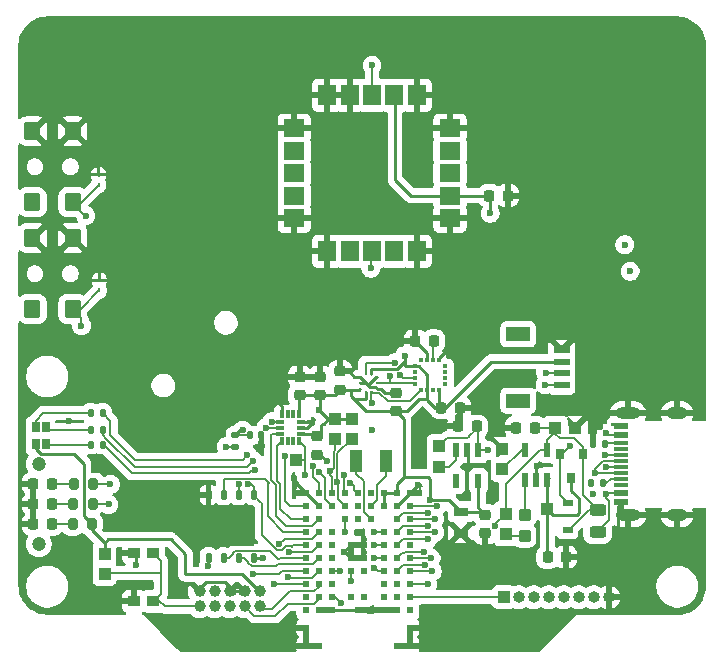
<source format=gbr>
%TF.GenerationSoftware,KiCad,Pcbnew,9.0.0-rc1*%
%TF.CreationDate,2025-02-03T21:42:00-06:00*%
%TF.ProjectId,tempo,74656d70-6f2e-46b6-9963-61645f706362,rev?*%
%TF.SameCoordinates,Original*%
%TF.FileFunction,Copper,L1,Top*%
%TF.FilePolarity,Positive*%
%FSLAX46Y46*%
G04 Gerber Fmt 4.6, Leading zero omitted, Abs format (unit mm)*
G04 Created by KiCad (PCBNEW 9.0.0-rc1) date 2025-02-03 21:42:00*
%MOMM*%
%LPD*%
G01*
G04 APERTURE LIST*
G04 Aperture macros list*
%AMRoundRect*
0 Rectangle with rounded corners*
0 $1 Rounding radius*
0 $2 $3 $4 $5 $6 $7 $8 $9 X,Y pos of 4 corners*
0 Add a 4 corners polygon primitive as box body*
4,1,4,$2,$3,$4,$5,$6,$7,$8,$9,$2,$3,0*
0 Add four circle primitives for the rounded corners*
1,1,$1+$1,$2,$3*
1,1,$1+$1,$4,$5*
1,1,$1+$1,$6,$7*
1,1,$1+$1,$8,$9*
0 Add four rect primitives between the rounded corners*
20,1,$1+$1,$2,$3,$4,$5,0*
20,1,$1+$1,$4,$5,$6,$7,0*
20,1,$1+$1,$6,$7,$8,$9,0*
20,1,$1+$1,$8,$9,$2,$3,0*%
G04 Aperture macros list end*
%TA.AperFunction,Conductor*%
%ADD10C,0.200000*%
%TD*%
%TA.AperFunction,SMDPad,CuDef*%
%ADD11RoundRect,0.140000X-0.140000X-0.170000X0.140000X-0.170000X0.140000X0.170000X-0.140000X0.170000X0*%
%TD*%
%TA.AperFunction,SMDPad,CuDef*%
%ADD12RoundRect,0.225000X0.225000X0.250000X-0.225000X0.250000X-0.225000X-0.250000X0.225000X-0.250000X0*%
%TD*%
%TA.AperFunction,SMDPad,CuDef*%
%ADD13RoundRect,0.225000X-0.225000X-0.250000X0.225000X-0.250000X0.225000X0.250000X-0.225000X0.250000X0*%
%TD*%
%TA.AperFunction,ComponentPad*%
%ADD14C,1.000000*%
%TD*%
%TA.AperFunction,SMDPad,CuDef*%
%ADD15RoundRect,0.135000X0.135000X0.185000X-0.135000X0.185000X-0.135000X-0.185000X0.135000X-0.185000X0*%
%TD*%
%TA.AperFunction,SMDPad,CuDef*%
%ADD16RoundRect,0.200000X0.200000X0.275000X-0.200000X0.275000X-0.200000X-0.275000X0.200000X-0.275000X0*%
%TD*%
%TA.AperFunction,SMDPad,CuDef*%
%ADD17R,0.550000X1.200000*%
%TD*%
%TA.AperFunction,SMDPad,CuDef*%
%ADD18RoundRect,0.125000X-0.125000X0.262500X-0.125000X-0.262500X0.125000X-0.262500X0.125000X0.262500X0*%
%TD*%
%TA.AperFunction,HeatsinkPad*%
%ADD19R,4.000000X3.400000*%
%TD*%
%TA.AperFunction,SMDPad,CuDef*%
%ADD20R,1.350000X0.600000*%
%TD*%
%TA.AperFunction,SMDPad,CuDef*%
%ADD21R,2.000000X1.200000*%
%TD*%
%TA.AperFunction,SMDPad,CuDef*%
%ADD22R,0.830000X0.630000*%
%TD*%
%TA.AperFunction,ComponentPad*%
%ADD23R,1.000000X1.000000*%
%TD*%
%TA.AperFunction,SMDPad,CuDef*%
%ADD24RoundRect,0.062500X-0.062500X0.117500X-0.062500X-0.117500X0.062500X-0.117500X0.062500X0.117500X0*%
%TD*%
%TA.AperFunction,SMDPad,CuDef*%
%ADD25RoundRect,0.031500X0.143500X-0.263500X0.143500X0.263500X-0.143500X0.263500X-0.143500X-0.263500X0*%
%TD*%
%TA.AperFunction,SMDPad,CuDef*%
%ADD26RoundRect,0.031500X0.263500X0.143500X-0.263500X0.143500X-0.263500X-0.143500X0.263500X-0.143500X0*%
%TD*%
%TA.AperFunction,SMDPad,CuDef*%
%ADD27RoundRect,0.031500X-0.143500X0.263500X-0.143500X-0.263500X0.143500X-0.263500X0.143500X0.263500X0*%
%TD*%
%TA.AperFunction,SMDPad,CuDef*%
%ADD28RoundRect,0.031500X-0.263500X-0.143500X0.263500X-0.143500X0.263500X0.143500X-0.263500X0.143500X0*%
%TD*%
%TA.AperFunction,ComponentPad*%
%ADD29O,1.000000X1.000000*%
%TD*%
%TA.AperFunction,SMDPad,CuDef*%
%ADD30R,1.000000X1.100000*%
%TD*%
%TA.AperFunction,SMDPad,CuDef*%
%ADD31RoundRect,0.225000X-0.250000X0.225000X-0.250000X-0.225000X0.250000X-0.225000X0.250000X0.225000X0*%
%TD*%
%TA.AperFunction,SMDPad,CuDef*%
%ADD32R,1.100000X1.900000*%
%TD*%
%TA.AperFunction,SMDPad,CuDef*%
%ADD33R,0.600000X0.600000*%
%TD*%
%TA.AperFunction,SMDPad,CuDef*%
%ADD34RoundRect,0.225000X0.250000X-0.225000X0.250000X0.225000X-0.250000X0.225000X-0.250000X-0.225000X0*%
%TD*%
%TA.AperFunction,SMDPad,CuDef*%
%ADD35R,1.250000X0.600000*%
%TD*%
%TA.AperFunction,SMDPad,CuDef*%
%ADD36R,1.250000X0.300000*%
%TD*%
%TA.AperFunction,ComponentPad*%
%ADD37O,2.100000X1.000000*%
%TD*%
%TA.AperFunction,ComponentPad*%
%ADD38O,1.800000X1.000000*%
%TD*%
%TA.AperFunction,SMDPad,CuDef*%
%ADD39RoundRect,0.135000X0.185000X-0.135000X0.185000X0.135000X-0.185000X0.135000X-0.185000X-0.135000X0*%
%TD*%
%TA.AperFunction,SMDPad,CuDef*%
%ADD40R,1.200000X0.800000*%
%TD*%
%TA.AperFunction,SMDPad,CuDef*%
%ADD41RoundRect,0.150000X-0.350000X-0.350000X0.350000X-0.350000X0.350000X0.350000X-0.350000X0.350000X0*%
%TD*%
%TA.AperFunction,SMDPad,CuDef*%
%ADD42RoundRect,0.210000X0.490000X0.540000X-0.490000X0.540000X-0.490000X-0.540000X0.490000X-0.540000X0*%
%TD*%
%TA.AperFunction,SMDPad,CuDef*%
%ADD43R,0.650000X0.850000*%
%TD*%
%TA.AperFunction,SMDPad,CuDef*%
%ADD44RoundRect,0.218750X-0.218750X-0.256250X0.218750X-0.256250X0.218750X0.256250X-0.218750X0.256250X0*%
%TD*%
%TA.AperFunction,SMDPad,CuDef*%
%ADD45R,1.100000X1.000000*%
%TD*%
%TA.AperFunction,SMDPad,CuDef*%
%ADD46R,0.254000X0.279400*%
%TD*%
%TA.AperFunction,SMDPad,CuDef*%
%ADD47R,0.279400X0.254000*%
%TD*%
%TA.AperFunction,SMDPad,CuDef*%
%ADD48R,1.000000X0.900000*%
%TD*%
%TA.AperFunction,SMDPad,CuDef*%
%ADD49RoundRect,0.243750X0.456250X-0.243750X0.456250X0.243750X-0.456250X0.243750X-0.456250X-0.243750X0*%
%TD*%
%TA.AperFunction,SMDPad,CuDef*%
%ADD50R,0.800000X0.900000*%
%TD*%
%TA.AperFunction,SMDPad,CuDef*%
%ADD51R,1.500000X1.800000*%
%TD*%
%TA.AperFunction,SMDPad,CuDef*%
%ADD52R,1.800000X1.500000*%
%TD*%
%TA.AperFunction,SMDPad,CuDef*%
%ADD53R,0.304800X0.457200*%
%TD*%
%TA.AperFunction,SMDPad,CuDef*%
%ADD54R,0.457200X0.304800*%
%TD*%
%TA.AperFunction,WasherPad*%
%ADD55C,1.200000*%
%TD*%
%TA.AperFunction,ViaPad*%
%ADD56C,0.600000*%
%TD*%
%TA.AperFunction,Conductor*%
%ADD57C,0.250000*%
%TD*%
G04 APERTURE END LIST*
D10*
%TO.N,3.3V*%
X145840000Y-100640000D02*
X144560000Y-100640000D01*
%TD*%
D11*
%TO.P,C9,1,1*%
%TO.N,3.3V*%
X145780000Y-100640000D03*
%TO.P,C9,2,2*%
%TO.N,GND*%
X146740000Y-100640000D03*
%TD*%
D12*
%TO.P,C8,1*%
%TO.N,Net-(U3-CAP)*%
X161335000Y-92639999D03*
%TO.P,C8,2*%
%TO.N,GND*%
X159785000Y-92639999D03*
%TD*%
D13*
%TO.P,C15,1,1*%
%TO.N,V_BATT*%
X170980000Y-110940000D03*
%TO.P,C15,2,2*%
%TO.N,GND*%
X172530000Y-110940000D03*
%TD*%
D12*
%TO.P,C10,1,1*%
%TO.N,VIN*%
X164970000Y-99880000D03*
%TO.P,C10,2,2*%
%TO.N,GND*%
X163420000Y-99880000D03*
%TD*%
D14*
%TO.P,J5,1*%
%TO.N,3.3V*%
X146610000Y-113855000D03*
%TO.P,J5,2*%
%TO.N,/SWDIO*%
X146610000Y-115125000D03*
%TO.P,J5,3*%
%TO.N,GND*%
X145340000Y-113855000D03*
%TO.P,J5,4*%
%TO.N,/SWDCLK*%
X145340000Y-115125000D03*
%TO.P,J5,5*%
%TO.N,GND*%
X144070000Y-113855000D03*
%TO.P,J5,6*%
%TO.N,unconnected-(J5-Pad6)*%
X144070000Y-115125000D03*
%TO.P,J5,7*%
%TO.N,unconnected-(J5-Pad7)*%
X142800000Y-113855000D03*
%TO.P,J5,8*%
%TO.N,unconnected-(J5-Pad8)*%
X142800000Y-115125000D03*
%TO.P,J5,9*%
%TO.N,GND*%
X141530000Y-113855000D03*
%TO.P,J5,10*%
%TO.N,/~{RESET}*%
X141530000Y-115125000D03*
%TD*%
D15*
%TO.P,R2,1*%
%TO.N,Net-(J2-CC2)*%
X175870000Y-101340000D03*
%TO.P,R2,2*%
%TO.N,GND*%
X174850000Y-101340000D03*
%TD*%
D16*
%TO.P,R9,1,1*%
%TO.N,/D13*%
X132460000Y-106440000D03*
%TO.P,R9,2,2*%
%TO.N,Net-(LED2-A)*%
X130810000Y-106440000D03*
%TD*%
D17*
%TO.P,U6,1,IN*%
%TO.N,VIN*%
X165120000Y-101904900D03*
%TO.P,U6,2,GND*%
%TO.N,GND*%
X164170000Y-101904900D03*
%TO.P,U6,3,EN*%
%TO.N,Net-(U6-EN)*%
X163220000Y-101904900D03*
%TO.P,U6,4,BP*%
%TO.N,unconnected-(U6-BP-Pad4)*%
X163220000Y-104505100D03*
%TO.P,U6,5,OUT*%
%TO.N,3.3V*%
X165120000Y-104505100D03*
%TD*%
D16*
%TO.P,R5,1,1*%
%TO.N,/D12*%
X132510000Y-104780000D03*
%TO.P,R5,2,2*%
%TO.N,Net-(LED1-A)*%
X130860000Y-104780000D03*
%TD*%
D18*
%TO.P,U5,1,CS#*%
%TO.N,/QSPI_CSN*%
X146077500Y-105677500D03*
%TO.P,U5,2,SO_/_IO1*%
%TO.N,/QSPI_IO1*%
X144807500Y-105677500D03*
%TO.P,U5,3,WP#_/_IO2*%
%TO.N,/QSPI_IO2*%
X143537500Y-105677500D03*
%TO.P,U5,4,GND*%
%TO.N,GND*%
X142267500Y-105677500D03*
%TO.P,U5,5,SI_/_IO0*%
%TO.N,/QSPI_IO0*%
X142267500Y-111002500D03*
%TO.P,U5,6,CLK*%
%TO.N,/QSPI_SCK*%
X143537500Y-111002500D03*
%TO.P,U5,7,HOLD#\u00A6RESET#_/_IO3*%
%TO.N,/QSPI_IO3*%
X144807500Y-111002500D03*
%TO.P,U5,8,VCC*%
%TO.N,3.3V*%
X146077500Y-111002500D03*
D19*
%TO.P,U5,9,EPAD*%
%TO.N,GND*%
X144172500Y-108340000D03*
%TD*%
D20*
%TO.P,J4,1,1*%
%TO.N,GND*%
X172160000Y-93390000D03*
%TO.P,J4,2,2*%
%TO.N,3.3V*%
X172160000Y-94390000D03*
%TO.P,J4,3,3*%
%TO.N,/SDA*%
X172160000Y-95390000D03*
%TO.P,J4,4,4*%
%TO.N,/SCL*%
X172160000Y-96390000D03*
D21*
%TO.P,J4,NC1*%
%TO.N,N/C*%
X168485000Y-97690000D03*
%TO.P,J4,NC2*%
X168485000Y-92090000D03*
%TD*%
D22*
%TO.P,D5,A,A*%
%TO.N,V_USB*%
X172670000Y-108630000D03*
%TO.P,D5,C,C*%
%TO.N,VIN*%
X172670000Y-106330000D03*
%TD*%
D23*
%TO.P,TP3,1,1*%
%TO.N,/D6*%
X149660000Y-102740000D03*
%TD*%
D13*
%TO.P,C2,1*%
%TO.N,3.3V*%
X166035000Y-80340000D03*
%TO.P,C2,2*%
%TO.N,GND*%
X167585000Y-80340000D03*
%TD*%
D24*
%TO.P,D2,1*%
%TO.N,/BTN2*%
X132960000Y-79410000D03*
%TO.P,D2,2*%
%TO.N,GND*%
X132960000Y-78570000D03*
%TD*%
D25*
%TO.P,U4,1,AP_SDO/AP_AD0*%
%TO.N,/MISO*%
X148460000Y-101155000D03*
%TO.P,U4,2,RESV_2*%
%TO.N,unconnected-(U4-RESV_2-Pad2)*%
X148960000Y-101155000D03*
%TO.P,U4,3,RESV_3*%
%TO.N,unconnected-(U4-RESV_3-Pad3)*%
X149460000Y-101155000D03*
%TO.P,U4,4,INT1/INT*%
%TO.N,/D6*%
X149960000Y-101155000D03*
D26*
%TO.P,U4,5,VDDIO*%
%TO.N,3.3V*%
X150125000Y-100490000D03*
%TO.P,U4,6,GND*%
%TO.N,GND*%
X150125000Y-99990000D03*
%TO.P,U4,7,RESV_7*%
X150125000Y-99490000D03*
D27*
%TO.P,U4,8,VDD*%
%TO.N,3.3V*%
X149960000Y-98825000D03*
%TO.P,U4,9,INT2/FSYNC/CLKIN*%
%TO.N,unconnected-(U4-INT2{slash}FSYNC{slash}CLKIN-Pad9)*%
X149460000Y-98825000D03*
%TO.P,U4,10,RESV_10*%
%TO.N,unconnected-(U4-RESV_10-Pad10)*%
X148960000Y-98825000D03*
%TO.P,U4,11,RESV_11*%
%TO.N,GND*%
X148460000Y-98825000D03*
D28*
%TO.P,U4,12,AP_CS*%
%TO.N,/D5*%
X148295000Y-99490000D03*
%TO.P,U4,13,AP_SCL/AP_SCLK*%
%TO.N,/SCK*%
X148295000Y-99990000D03*
%TO.P,U4,14,AP_SDA/AP_SDIO/AP_SDI*%
%TO.N,/MOSI*%
X148295000Y-100490000D03*
%TD*%
D23*
%TO.P,J3,1,Pin_1*%
%TO.N,/P0.31*%
X167260000Y-114340000D03*
D29*
%TO.P,J3,2,Pin_2*%
%TO.N,3.3V*%
X168530000Y-114340000D03*
%TO.P,J3,3,Pin_3*%
%TO.N,/APP_NORA_TX*%
X169800000Y-114340000D03*
%TO.P,J3,4,Pin_4*%
%TO.N,/APP_NORA_RX*%
X171070000Y-114340000D03*
%TO.P,J3,5,Pin_5*%
%TO.N,/FLASH_MISO*%
X172340000Y-114340000D03*
%TO.P,J3,6,Pin_6*%
%TO.N,/FLASH_MOSI*%
X173610000Y-114340000D03*
%TO.P,J3,7,Pin_7*%
%TO.N,/FLASH_SCK*%
X174880000Y-114340000D03*
%TO.P,J3,8,Pin_8*%
%TO.N,GND*%
X176150000Y-114340000D03*
%TD*%
D30*
%TO.P,R13,1,1*%
%TO.N,Net-(U6-EN)*%
X161745000Y-103280000D03*
%TO.P,R13,2,2*%
%TO.N,VIN*%
X161745000Y-101580000D03*
%TD*%
%TO.P,R15,1,1*%
%TO.N,V_USB*%
X167420000Y-107280000D03*
%TO.P,R15,2,2*%
%TO.N,Net-(LED4-PadA)*%
X167420000Y-108980000D03*
%TD*%
D31*
%TO.P,C11,1,1*%
%TO.N,3.3V*%
X165670000Y-107380000D03*
%TO.P,C11,2,2*%
%TO.N,GND*%
X165670000Y-108930000D03*
%TD*%
D32*
%TO.P,Y1,P$1,1*%
%TO.N,/XL1*%
X154760000Y-102840000D03*
%TO.P,Y1,P$2,2*%
%TO.N,/XL2*%
X157260000Y-102840000D03*
%TD*%
D30*
%TO.P,R4,1,1*%
%TO.N,/SDA*%
X154410000Y-100940000D03*
%TO.P,R4,2,2*%
%TO.N,3.3V*%
X154410000Y-99240000D03*
%TD*%
D15*
%TO.P,R8,1,1*%
%TO.N,/RGB_B*%
X133305000Y-101430000D03*
%TO.P,R8,2,2*%
%TO.N,Net-(RGB1-B)*%
X132285000Y-101430000D03*
%TD*%
D33*
%TO.P,U7,A1,VSS*%
%TO.N,GND*%
X150510000Y-105540000D03*
%TO.P,U7,A2,P0.12/TRACECLK/DCX*%
%TO.N,/D12*%
X151610000Y-105540000D03*
%TO.P,U7,A3,P1.03/TWI*%
%TO.N,/SCL*%
X152710000Y-105540000D03*
%TO.P,U7,A4,P1.00*%
%TO.N,/NET_NORA_RX*%
X153810000Y-105540000D03*
%TO.P,U7,A5,P0.20*%
%TO.N,/APP_NORA_TX*%
X154910000Y-105540000D03*
%TO.P,U7,A6,NC*%
%TO.N,unconnected-(U7-NC-PadA6)*%
X156010000Y-105540000D03*
%TO.P,U7,A7,VDD*%
%TO.N,3.3V*%
X157110000Y-105540000D03*
%TO.P,U7,A8,VDDH*%
X158210000Y-105540000D03*
%TO.P,U7,A9,VSS*%
%TO.N,GND*%
X159310000Y-105540000D03*
%TO.P,U7,B1,P0.08/TRACEDATA3/SCK*%
%TO.N,/SCK*%
X150510000Y-106640000D03*
%TO.P,U7,B2,VSS*%
%TO.N,GND*%
X151610000Y-106640000D03*
%TO.P,U7,B3,P0.11/TRACEDATA0/CSN*%
%TO.N,/D5*%
X152710000Y-106640000D03*
%TO.P,U7,B4,P1.02/TWI*%
%TO.N,/SDA*%
X153810000Y-106640000D03*
%TO.P,U7,B5,P0.03/NFC2*%
%TO.N,unconnected-(U7-P0.03{slash}NFC2-PadB5)*%
X154910000Y-106640000D03*
%TO.P,U7,B6,P0.01/XL2*%
%TO.N,/XL2*%
X156010000Y-106640000D03*
%TO.P,U7,B7,VDD*%
%TO.N,3.3V*%
X157110000Y-106640000D03*
%TO.P,U7,B8,VSS*%
%TO.N,GND*%
X158210000Y-106640000D03*
%TO.P,U7,B9,VBUS*%
%TO.N,V_USB*%
X159310000Y-106640000D03*
%TO.P,U7,C1,P0.10/TRACEDATA1/MISO*%
%TO.N,/MISO*%
X150510000Y-107740000D03*
%TO.P,U7,C2,P0.09/TRACEDATA2/MOSI*%
%TO.N,/MOSI*%
X151610000Y-107740000D03*
%TO.P,U7,C4,P1.01*%
%TO.N,/NET_NORA_TX*%
X153810000Y-107740000D03*
%TO.P,U7,C5,P0.02/NFC1*%
%TO.N,unconnected-(U7-P0.02{slash}NFC1-PadC5)*%
X154910000Y-107740000D03*
%TO.P,U7,C6,P0.00/XL1*%
%TO.N,/XL1*%
X156010000Y-107740000D03*
%TO.P,U7,C8,P0.22*%
%TO.N,/APP_NORA_RX*%
X158210000Y-107740000D03*
%TO.P,U7,C9,USB_DP*%
%TO.N,USB_D+*%
X159310000Y-107740000D03*
%TO.P,U7,D1,P0.15/IO2*%
%TO.N,/QSPI_IO2*%
X150510000Y-108840000D03*
%TO.P,U7,D2,P0.13/IO0*%
%TO.N,/QSPI_IO0*%
X151610000Y-108840000D03*
%TO.P,U7,D3,P0.07/AIN3*%
%TO.N,unconnected-(U7-P0.07{slash}AIN3-PadD3)*%
X152710000Y-108840000D03*
%TO.P,U7,D7,P0.23*%
%TO.N,/BTN1*%
X157110000Y-108840000D03*
%TO.P,U7,D8,P0.04/AIN0*%
%TO.N,/RGB_R*%
X158210000Y-108840000D03*
%TO.P,U7,D9,USB_DM*%
%TO.N,USB_D-*%
X159310000Y-108840000D03*
%TO.P,U7,E1,P0.18/CSN*%
%TO.N,/QSPI_CSN*%
X150510000Y-109940000D03*
%TO.P,U7,E2,P0.14/IO1*%
%TO.N,/QSPI_IO1*%
X151610000Y-109940000D03*
%TO.P,U7,E3,P0.21*%
%TO.N,/APP_NORA_CTS*%
X152710000Y-109940000D03*
%TO.P,U7,E4,VSS*%
%TO.N,GND*%
X154360000Y-109940000D03*
%TO.P,U7,E5,VSS*%
X155460000Y-109940000D03*
%TO.P,U7,E7,P0.06/AIN2*%
%TO.N,/RGB_B*%
X157110000Y-109940000D03*
%TO.P,U7,E8,P0.05/AIN1*%
%TO.N,/RGB_G*%
X158210000Y-109940000D03*
%TO.P,U7,E9,P1.05*%
%TO.N,unconnected-(U7-P1.05-PadE9)*%
X159310000Y-109940000D03*
%TO.P,U7,F1,P0.17/SCK*%
%TO.N,/QSPI_SCK*%
X150510000Y-111040000D03*
%TO.P,U7,F2,P0.16/IO3*%
%TO.N,/QSPI_IO3*%
X151610000Y-111040000D03*
%TO.P,U7,F3,P0.19*%
%TO.N,/APP_NORA_RTS*%
X152710000Y-111040000D03*
%TO.P,U7,F4,VSS*%
%TO.N,GND*%
X154360000Y-111040000D03*
%TO.P,U7,F5,VSS*%
X155460000Y-111040000D03*
%TO.P,U7,F7,P1.07*%
%TO.N,/D6*%
X157110000Y-111040000D03*
%TO.P,U7,F8,P1.14*%
%TO.N,/FLASH_MISO*%
X158210000Y-111040000D03*
%TO.P,U7,F9,P1.15*%
%TO.N,/FLASH_SCK*%
X159310000Y-111040000D03*
%TO.P,U7,G1,P1.06*%
%TO.N,/D13*%
X150510000Y-112140000D03*
%TO.P,U7,G2,P0.26/AIN5*%
%TO.N,/VCOM1_RX*%
X151610000Y-112140000D03*
%TO.P,U7,G3,P0.25/AIN4*%
%TO.N,/VCOM1_TX*%
X152710000Y-112140000D03*
%TO.P,U7,G4,P1.04*%
%TO.N,/FLASH_CS*%
X154360000Y-112140000D03*
%TO.P,U7,G5,P1.08*%
%TO.N,/D7*%
X155460000Y-112140000D03*
%TO.P,U7,G7,P1.09*%
%TO.N,/D9*%
X157110000Y-112140000D03*
%TO.P,U7,G8,P1.12*%
%TO.N,/FLASH_CD*%
X158210000Y-112140000D03*
%TO.P,U7,G9,P1.13*%
%TO.N,/FLASH_MOSI*%
X159310000Y-112140000D03*
%TO.P,U7,H1,P0.24*%
%TO.N,/BTN2*%
X150510000Y-113240000D03*
%TO.P,U7,H2,SWDIO*%
%TO.N,/SWDIO*%
X151610000Y-113240000D03*
%TO.P,U7,H3,P0.27/AIN6*%
%TO.N,unconnected-(U7-P0.27{slash}AIN6-PadH3)*%
X152710000Y-113240000D03*
%TO.P,U7,H7,P0.29*%
%TO.N,/BTN3*%
X157110000Y-113240000D03*
%TO.P,U7,H8,P0.30*%
%TO.N,/BTN4*%
X158210000Y-113240000D03*
%TO.P,U7,H9,P1.11*%
%TO.N,/D11*%
X159310000Y-113240000D03*
%TO.P,U7,J1,NC*%
%TO.N,unconnected-(U7-NC-PadJ1)*%
X150510000Y-114340000D03*
%TO.P,U7,J2,SWDCLK*%
%TO.N,/SWDCLK*%
X151610000Y-114340000D03*
%TO.P,U7,J3,~{RESET}*%
%TO.N,/~{RESET}*%
X152710000Y-114340000D03*
%TO.P,U7,J4,NC*%
%TO.N,unconnected-(U7-NC-PadJ4)*%
X154360000Y-114340000D03*
%TO.P,U7,J5,NC*%
%TO.N,unconnected-(U7-NC-PadJ5)*%
X155460000Y-114340000D03*
%TO.P,U7,J7,P1.10*%
%TO.N,/D10*%
X157110000Y-114340000D03*
%TO.P,U7,J8,P0.28/AIN7*%
%TO.N,unconnected-(U7-P0.28{slash}AIN7-PadJ8)*%
X158210000Y-114340000D03*
%TO.P,U7,J9,P0.31*%
%TO.N,/P0.31*%
X159310000Y-114340000D03*
%TO.P,U7,K1,NC*%
%TO.N,unconnected-(U7-NC-PadK1)*%
X150510000Y-115440000D03*
%TO.P,U7,K2,VSS*%
%TO.N,GND*%
X151610000Y-115440000D03*
%TO.P,U7,K3,VSS*%
X152710000Y-115440000D03*
%TO.P,U7,K5,VSS*%
X154910000Y-115440000D03*
%TO.P,U7,K7,VSS*%
X157110000Y-115440000D03*
%TO.P,U7,K8,VSS*%
X158210000Y-115440000D03*
%TO.P,U7,K9,NC*%
%TO.N,unconnected-(U7-NC-PadK9)*%
X159310000Y-115440000D03*
%TO.P,U7,L1,VSS*%
%TO.N,GND*%
X150510000Y-116940000D03*
%TO.P,U7,L9,VSS*%
X159310000Y-116940000D03*
%TO.P,U7,M1,VSS*%
X150510000Y-118440000D03*
%TO.P,U7,M2,VSS*%
X151610000Y-118440000D03*
%TO.P,U7,M8,VSS*%
X158210000Y-118440000D03*
%TO.P,U7,M9,VSS*%
X159310000Y-118440000D03*
%TD*%
D30*
%TO.P,R14,1,1*%
%TO.N,/~{RESET}*%
X133460000Y-112340000D03*
%TO.P,R14,2,2*%
%TO.N,3.3V*%
X133460000Y-110640000D03*
%TD*%
D34*
%TO.P,C3,1*%
%TO.N,3.3V*%
X153409300Y-96765126D03*
%TO.P,C3,2*%
%TO.N,GND*%
X153409300Y-95215126D03*
%TD*%
%TO.P,C7,1*%
%TO.N,3.3V*%
X151710000Y-97230000D03*
%TO.P,C7,2*%
%TO.N,GND*%
X151710000Y-95680000D03*
%TD*%
D13*
%TO.P,C4,1*%
%TO.N,3.3V*%
X161990000Y-98289999D03*
%TO.P,C4,2*%
%TO.N,GND*%
X163540000Y-98289999D03*
%TD*%
D35*
%TO.P,J2,A1,GND*%
%TO.N,GND*%
X177155000Y-106315000D03*
%TO.P,J2,A4,VBUS*%
%TO.N,VBUS*%
X177155000Y-105515000D03*
D36*
%TO.P,J2,A5,CC1*%
%TO.N,Net-(J2-CC1)*%
X177155000Y-104315000D03*
%TO.P,J2,A6,D+*%
%TO.N,USB_D+*%
X177155000Y-103315000D03*
%TO.P,J2,A7,D-*%
%TO.N,USB_D-*%
X177155000Y-102815000D03*
%TO.P,J2,A8,SBU1*%
%TO.N,unconnected-(J2-SBU1-PadA8)*%
X177155000Y-101815000D03*
D35*
%TO.P,J2,A9,VBUS*%
%TO.N,VBUS*%
X177155000Y-100615000D03*
%TO.P,J2,A12,GND*%
%TO.N,GND*%
X177155000Y-99815000D03*
%TO.P,J2,B1,GND*%
X177155000Y-99815000D03*
%TO.P,J2,B4,VBUS*%
%TO.N,VBUS*%
X177155000Y-100615000D03*
D36*
%TO.P,J2,B5,CC2*%
%TO.N,Net-(J2-CC2)*%
X177155000Y-101315000D03*
%TO.P,J2,B6,D+*%
%TO.N,USB_D+*%
X177155000Y-102315000D03*
%TO.P,J2,B7,D-*%
%TO.N,USB_D-*%
X177155000Y-103815000D03*
%TO.P,J2,B8,SBU2*%
%TO.N,unconnected-(J2-SBU2-PadB8)*%
X177155000Y-104815000D03*
D35*
%TO.P,J2,B9,VBUS*%
%TO.N,VBUS*%
X177155000Y-105515000D03*
%TO.P,J2,B12,GND*%
%TO.N,GND*%
X177155000Y-106315000D03*
D37*
%TO.P,J2,S1,SHIELD*%
X177765000Y-107395000D03*
D38*
X181945000Y-107395000D03*
D37*
X177765000Y-98755000D03*
D38*
X181945000Y-98755000D03*
%TD*%
D30*
%TO.P,R16,1,1*%
%TO.N,GND*%
X167145000Y-101805000D03*
%TO.P,R16,2,2*%
%TO.N,Net-(U8-PROG)*%
X167145000Y-103505000D03*
%TD*%
D39*
%TO.P,R12,1,1*%
%TO.N,/QSPI_CSN*%
X144540000Y-101640000D03*
%TO.P,R12,2,2*%
%TO.N,3.3V*%
X144540000Y-100620000D03*
%TD*%
D40*
%TO.P,C13,1,1*%
%TO.N,3.3V*%
X163610000Y-107090000D03*
%TO.P,C13,2,2*%
%TO.N,GND*%
X163610000Y-108890000D03*
%TD*%
D41*
%TO.P,LED4,A,A*%
%TO.N,Net-(LED4-PadA)*%
X169020000Y-109132000D03*
%TO.P,LED4,C,C*%
%TO.N,Net-(U8-STAT)*%
X169020000Y-107378000D03*
%TD*%
D42*
%TO.P,SW3,1,1*%
%TO.N,/BTN2*%
X130760000Y-80890000D03*
%TO.P,SW3,2,2*%
%TO.N,unconnected-(SW3-Pad2)*%
X127360000Y-80890000D03*
%TO.P,SW3,3,3*%
%TO.N,GND*%
X130760000Y-74890000D03*
%TO.P,SW3,4,4*%
X127360000Y-74890000D03*
%TD*%
D31*
%TO.P,C6,1*%
%TO.N,3.3V*%
X151460000Y-100715000D03*
%TO.P,C6,2*%
%TO.N,GND*%
X151460000Y-102265000D03*
%TD*%
D24*
%TO.P,D1,1*%
%TO.N,/BTN1*%
X133010000Y-88360000D03*
%TO.P,D1,2*%
%TO.N,GND*%
X133010000Y-87520000D03*
%TD*%
D43*
%TO.P,RGB1,1,R*%
%TO.N,Net-(RGB1-R)*%
X127620000Y-99955000D03*
%TO.P,RGB1,2,G*%
%TO.N,Net-(RGB1-G)*%
X128470000Y-99955000D03*
%TO.P,RGB1,3,B*%
%TO.N,Net-(RGB1-B)*%
X128470000Y-101405000D03*
%TO.P,RGB1,4,A*%
%TO.N,3.3V*%
X127620000Y-101405000D03*
%TD*%
D15*
%TO.P,R7,1,1*%
%TO.N,/RGB_G*%
X133315000Y-100180000D03*
%TO.P,R7,2,2*%
%TO.N,Net-(RGB1-G)*%
X132295000Y-100180000D03*
%TD*%
D12*
%TO.P,C12,1,1*%
%TO.N,V_USB*%
X169870000Y-99980000D03*
%TO.P,C12,2,2*%
%TO.N,GND*%
X168320000Y-99980000D03*
%TD*%
D44*
%TO.P,LED3,1,K*%
%TO.N,GND*%
X127417500Y-108150000D03*
%TO.P,LED3,2,A*%
%TO.N,Net-(LED3-A)*%
X128992500Y-108150000D03*
%TD*%
D45*
%TO.P,R11,1,1*%
%TO.N,GND*%
X173320000Y-99980000D03*
%TO.P,R11,2,2*%
%TO.N,V_USB*%
X171620000Y-99980000D03*
%TD*%
D46*
%TO.P,U1,1,VDDIO*%
%TO.N,3.3V*%
X155559237Y-96939426D03*
%TO.P,U1,2,SCK*%
%TO.N,/SCL*%
X156059363Y-96939426D03*
D47*
%TO.P,U1,3,VSS*%
%TO.N,GND*%
X156558600Y-96690252D03*
%TO.P,U1,4,SDI*%
%TO.N,/SDA*%
X156558600Y-96190126D03*
%TO.P,U1,5,SDO*%
%TO.N,GND*%
X156558600Y-95690000D03*
D46*
%TO.P,U1,6,CSB*%
%TO.N,3.3V*%
X156059363Y-95440826D03*
%TO.P,U1,7,INT*%
%TO.N,/D11*%
X155559237Y-95440826D03*
D47*
%TO.P,U1,8,VSS*%
%TO.N,GND*%
X155060000Y-95690000D03*
%TO.P,U1,9,VSS*%
X155060000Y-96190126D03*
%TO.P,U1,10,VDD*%
%TO.N,3.3V*%
X155060000Y-96690252D03*
%TD*%
D23*
%TO.P,TP4,1,1*%
%TO.N,V_BATT*%
X170960000Y-106900000D03*
%TD*%
D44*
%TO.P,LED1,1,K*%
%TO.N,GND*%
X127437500Y-104740000D03*
%TO.P,LED1,2,A*%
%TO.N,Net-(LED1-A)*%
X129012500Y-104740000D03*
%TD*%
D16*
%TO.P,R10,1,1*%
%TO.N,3.3V*%
X132400000Y-108170000D03*
%TO.P,R10,2,2*%
%TO.N,Net-(LED3-A)*%
X130750000Y-108170000D03*
%TD*%
D17*
%TO.P,U8,1,STAT*%
%TO.N,Net-(U8-STAT)*%
X169045500Y-104455100D03*
%TO.P,U8,2,VSS*%
%TO.N,GND*%
X169995500Y-104455100D03*
%TO.P,U8,3,VBAT*%
%TO.N,V_BATT*%
X170945500Y-104455100D03*
%TO.P,U8,4,VIN*%
%TO.N,V_USB*%
X170945500Y-101854900D03*
%TO.P,U8,5,PROG*%
%TO.N,Net-(U8-PROG)*%
X169045500Y-101854900D03*
%TD*%
D15*
%TO.P,R1,1*%
%TO.N,Net-(J2-CC1)*%
X175670000Y-104690000D03*
%TO.P,R1,2*%
%TO.N,GND*%
X174650000Y-104690000D03*
%TD*%
D48*
%TO.P,SW4,1,1*%
%TO.N,GND*%
X135960000Y-114690000D03*
X135960000Y-110590000D03*
%TO.P,SW4,2,2*%
%TO.N,/~{RESET}*%
X137560000Y-114690000D03*
X137560000Y-110590000D03*
%TD*%
D42*
%TO.P,SW2,1,1*%
%TO.N,/BTN1*%
X130760000Y-89940000D03*
%TO.P,SW2,2,2*%
%TO.N,unconnected-(SW2-Pad2)*%
X127360000Y-89940000D03*
%TO.P,SW2,3,3*%
%TO.N,GND*%
X130760000Y-83940000D03*
%TO.P,SW2,4,4*%
X127360000Y-83940000D03*
%TD*%
D49*
%TO.P,F1,1*%
%TO.N,VBUS*%
X175210000Y-108827500D03*
%TO.P,F1,2*%
%TO.N,V_USB*%
X175210000Y-106952500D03*
%TD*%
D30*
%TO.P,R3,1,1*%
%TO.N,/SCL*%
X153010000Y-100940000D03*
%TO.P,R3,2,2*%
%TO.N,3.3V*%
X153010000Y-99240000D03*
%TD*%
D34*
%TO.P,C1,1*%
%TO.N,3.3V*%
X158110000Y-98565000D03*
%TO.P,C1,2*%
%TO.N,GND*%
X158110000Y-97015000D03*
%TD*%
D50*
%TO.P,Q1,1,G*%
%TO.N,V_USB*%
X173930000Y-102180000D03*
%TO.P,Q1,2,S*%
%TO.N,VIN*%
X172030000Y-102180000D03*
%TO.P,Q1,3,D*%
%TO.N,V_BATT*%
X172980000Y-104280000D03*
%TD*%
D44*
%TO.P,LED2,1,K*%
%TO.N,GND*%
X127417500Y-106450000D03*
%TO.P,LED2,2,A*%
%TO.N,Net-(LED2-A)*%
X128992500Y-106450000D03*
%TD*%
D15*
%TO.P,R6,1,1*%
%TO.N,/RGB_R*%
X133305000Y-98730000D03*
%TO.P,R6,2,2*%
%TO.N,Net-(RGB1-R)*%
X132285000Y-98730000D03*
%TD*%
D51*
%TO.P,U2,1,GND*%
%TO.N,GND*%
X159910000Y-71840000D03*
%TO.P,U2,2,VCC_IO*%
%TO.N,3.3V*%
X158010000Y-71840000D03*
%TO.P,U2,3,V_BCKP*%
%TO.N,/VBACKUP*%
X156110000Y-71840000D03*
%TO.P,U2,4,GND*%
%TO.N,GND*%
X154210000Y-71840000D03*
%TO.P,U2,5,GND*%
X152310000Y-71840000D03*
D52*
%TO.P,U2,6,GND*%
X149510000Y-74640000D03*
%TO.P,U2,7,TIMEPULSE*%
%TO.N,unconnected-(U2-TIMEPULSE-Pad7)*%
X149510000Y-76540000D03*
%TO.P,U2,8,~{SAFEBOOT}*%
%TO.N,unconnected-(U2-~{SAFEBOOT}-Pad8)*%
X149510000Y-78440000D03*
%TO.P,U2,9,SDA*%
%TO.N,unconnected-(U2-SDA-Pad9)*%
X149510000Y-80340000D03*
%TO.P,U2,10,GND*%
%TO.N,GND*%
X149510000Y-82240000D03*
D51*
%TO.P,U2,11,GND*%
X152310000Y-85040000D03*
%TO.P,U2,12,SCL*%
%TO.N,unconnected-(U2-SCL-Pad12)*%
X154210000Y-85040000D03*
%TO.P,U2,13,TXD*%
%TO.N,/VCOM1_RX*%
X156110000Y-85040000D03*
%TO.P,U2,14,RXD*%
%TO.N,/VCOM1_TX*%
X158010000Y-85040000D03*
%TO.P,U2,15,GND*%
%TO.N,GND*%
X159910000Y-85040000D03*
D52*
%TO.P,U2,16,GND*%
X162710000Y-82240000D03*
%TO.P,U2,17,VCC*%
%TO.N,3.3V*%
X162710000Y-80340000D03*
%TO.P,U2,18,~{RESET}*%
%TO.N,unconnected-(U2-~{RESET}-Pad18)*%
X162710000Y-78440000D03*
%TO.P,U2,19,EXTINT0*%
%TO.N,unconnected-(U2-EXTINT0-Pad19)*%
X162710000Y-76540000D03*
%TO.P,U2,20,GND*%
%TO.N,GND*%
X162710000Y-74640000D03*
%TD*%
D34*
%TO.P,C5,1*%
%TO.N,3.3V*%
X149980000Y-97230000D03*
%TO.P,C5,2*%
%TO.N,GND*%
X149980000Y-95680000D03*
%TD*%
D53*
%TO.P,U3,1,SCL/SPI_SCK*%
%TO.N,/SCL*%
X160259999Y-96820798D03*
%TO.P,U3,2,VDD*%
%TO.N,3.3V*%
X160760000Y-96820798D03*
%TO.P,U3,3,NC*%
%TO.N,unconnected-(U3-NC-Pad3)*%
X161260000Y-96820798D03*
%TO.P,U3,4,SPI_CS*%
%TO.N,3.3V*%
X161760001Y-96820798D03*
D54*
%TO.P,U3,5,SPI_SDO*%
%TO.N,unconnected-(U3-SPI_SDO-Pad5)*%
X162284999Y-96295800D03*
%TO.P,U3,6,NC*%
%TO.N,unconnected-(U3-NC-Pad6)*%
X162284999Y-95795799D03*
%TO.P,U3,7,NC*%
%TO.N,unconnected-(U3-NC-Pad7)*%
X162284999Y-95295799D03*
%TO.P,U3,8,NC*%
%TO.N,unconnected-(U3-NC-Pad8)*%
X162284999Y-94795798D03*
D53*
%TO.P,U3,9,GND*%
%TO.N,GND*%
X161760001Y-94270800D03*
%TO.P,U3,10,CAP*%
%TO.N,Net-(U3-CAP)*%
X161260000Y-94270800D03*
%TO.P,U3,11,GND*%
%TO.N,GND*%
X160760000Y-94270800D03*
%TO.P,U3,12,NC*%
%TO.N,unconnected-(U3-NC-Pad12)*%
X160259999Y-94270800D03*
D54*
%TO.P,U3,13,VDDIO*%
%TO.N,3.3V*%
X159735001Y-94795798D03*
%TO.P,U3,14,NC*%
%TO.N,unconnected-(U3-NC-Pad14)*%
X159735001Y-95295799D03*
%TO.P,U3,15,INT*%
%TO.N,/D9*%
X159735001Y-95795799D03*
%TO.P,U3,16,SDA/SPI_SDI*%
%TO.N,/SDA*%
X159735001Y-96295800D03*
%TD*%
D55*
%TO.P,SW1,*%
%TO.N,*%
X127897500Y-109850000D03*
X127897500Y-103050000D03*
%TD*%
D56*
%TO.N,GND*%
X131710000Y-113240000D03*
X139860000Y-113890000D03*
X130460000Y-99440000D03*
X129010000Y-71340000D03*
X166860000Y-100340000D03*
X148960000Y-116840000D03*
X142710000Y-97690000D03*
X155610000Y-115390000D03*
X151010000Y-99590000D03*
X152310000Y-102840000D03*
X181310000Y-71740000D03*
X174811600Y-105640000D03*
X175410000Y-99940000D03*
X172160000Y-116290000D03*
X176710000Y-108590000D03*
X170060000Y-103190000D03*
X146760000Y-101540000D03*
X149510000Y-104240000D03*
X136160000Y-111640000D03*
X153710000Y-110490000D03*
X160037637Y-104862363D03*
X178760000Y-113540000D03*
X161760000Y-99880000D03*
X164210000Y-103190000D03*
X140910000Y-108240000D03*
%TO.N,3.3V*%
X145160000Y-100190000D03*
X146910000Y-111040000D03*
X166110000Y-81840000D03*
X161010000Y-106090000D03*
X151660000Y-98490000D03*
X158860000Y-93890000D03*
%TO.N,V_BATT*%
X156114685Y-100194685D03*
%TO.N,/SDA*%
X153181990Y-104602008D03*
X170810000Y-95340000D03*
X157610000Y-95640000D03*
%TO.N,/SCL*%
X156110000Y-97890000D03*
X152560000Y-103690000D03*
X170760000Y-96340000D03*
%TO.N,/D6*%
X150410000Y-103991600D03*
X156310000Y-111040000D03*
%TO.N,VBUS*%
X175935000Y-100465000D03*
X175935000Y-105640000D03*
%TO.N,/D11*%
X160810000Y-113240000D03*
X158060000Y-94490000D03*
%TO.N,/D12*%
X151110000Y-103240000D03*
X133960000Y-104790000D03*
%TO.N,/D13*%
X133810000Y-106490000D03*
X146010000Y-112338400D03*
%TO.N,/SCK*%
X148710000Y-102390000D03*
X147115308Y-99979464D03*
%TO.N,/~{RESET}*%
X153460000Y-114840000D03*
%TO.N,/VBACKUP*%
X156110000Y-69290000D03*
%TO.N,VIN*%
X172860000Y-101540000D03*
X165910000Y-101890000D03*
%TO.N,V_USB*%
X161610000Y-106640000D03*
X166531304Y-108279661D03*
%TO.N,/D5*%
X151631497Y-103720653D03*
X147614694Y-99477864D03*
%TO.N,/D9*%
X158510000Y-95540000D03*
X156310000Y-111840000D03*
%TO.N,/VCOM1_RX*%
X149010000Y-112641600D03*
X156010000Y-86490000D03*
%TO.N,/VCOM1_TX*%
X158010000Y-85040000D03*
X153410000Y-112140000D03*
%TO.N,/FLASH_CD*%
X160610000Y-111638400D03*
%TO.N,/FLASH_CS*%
X154360000Y-112940000D03*
%TO.N,/FLASH_MOSI*%
X161210000Y-112140000D03*
%TO.N,/FLASH_SCK*%
X177960000Y-86740000D03*
X161110000Y-111040000D03*
%TO.N,/FLASH_MISO*%
X177510000Y-84490000D03*
X160535224Y-110538400D03*
%TO.N,/BTN1*%
X156310000Y-108840000D03*
X131510000Y-91340000D03*
%TO.N,/BTN2*%
X131860000Y-82040000D03*
X147810000Y-113240000D03*
%TO.N,/QSPI_IO0*%
X142260000Y-111690000D03*
X148260000Y-109840000D03*
%TO.N,/RGB_R*%
X160860000Y-108290000D03*
X145560000Y-102290000D03*
%TO.N,USB_D+*%
X175860000Y-102290000D03*
X175885000Y-103340000D03*
X161410000Y-107690000D03*
%TO.N,USB_D-*%
X161410000Y-108840000D03*
X174960000Y-103815000D03*
%TO.N,/RGB_G*%
X146060000Y-102790000D03*
X160860000Y-109390000D03*
%TO.N,/RGB_B*%
X156310000Y-109940000D03*
X146160000Y-103540000D03*
%TO.N,/NET_NORA_TX*%
X153810000Y-108791600D03*
%TO.N,/APP_NORA_TX*%
X154210000Y-104640000D03*
%TO.N,/APP_NORA_RX*%
X160810000Y-107190000D03*
%TO.N,/QSPI_CSN*%
X145569369Y-104791600D03*
X143760000Y-101590000D03*
%TO.N,/QSPI_IO1*%
X144860000Y-104791600D03*
X149110000Y-110538400D03*
%TO.N,/NET_NORA_RX*%
X153710000Y-104015000D03*
%TD*%
D57*
%TO.N,GND*%
X155060000Y-95690000D02*
X155560000Y-96190000D01*
X154260000Y-109940000D02*
X154360000Y-109940000D01*
X150125000Y-99990000D02*
X150610000Y-99990000D01*
X161760001Y-94270800D02*
X161760001Y-94089999D01*
X156558600Y-96690252D02*
X156558600Y-96688600D01*
X156558600Y-96688600D02*
X156414726Y-96544726D01*
X156558600Y-95690000D02*
X156460000Y-95690000D01*
X146740000Y-100640000D02*
X146740000Y-101520000D01*
X148460000Y-98825000D02*
X148460000Y-98190000D01*
X136160000Y-110790000D02*
X136160000Y-111640000D01*
X153810000Y-110490000D02*
X153710000Y-110490000D01*
X169995500Y-103254500D02*
X169995500Y-104455100D01*
X156873548Y-96690252D02*
X156558600Y-96690252D01*
X161760000Y-99880000D02*
X161720000Y-99880000D01*
X159785000Y-92665000D02*
X160760000Y-93640000D01*
X163540000Y-99685000D02*
X163345000Y-99880000D01*
X167220000Y-99980000D02*
X168245000Y-99980000D01*
X144070000Y-113450000D02*
X144070000Y-113855000D01*
X170060000Y-103190000D02*
X169995500Y-103254500D01*
X176910000Y-108390000D02*
X176710000Y-108590000D01*
X151010000Y-99590000D02*
X150910000Y-99490000D01*
X156460000Y-95690000D02*
X155785000Y-96365000D01*
X149510000Y-104540000D02*
X149510000Y-104240000D01*
X159310000Y-105540000D02*
X159987637Y-104862363D01*
X159785000Y-92639999D02*
X159785000Y-92665000D01*
X164210000Y-103190000D02*
X164210000Y-101944900D01*
X156414726Y-96544726D02*
X155964726Y-96544726D01*
X163345000Y-99880000D02*
X161760000Y-99880000D01*
X159987637Y-104862363D02*
X160037637Y-104862363D01*
X151610000Y-106640000D02*
X150510000Y-105540000D01*
X143660000Y-113040000D02*
X144070000Y-113450000D01*
X151735000Y-102265000D02*
X152310000Y-102840000D01*
X158210000Y-106640000D02*
X159310000Y-105540000D01*
X155410000Y-96190000D02*
X155409874Y-96190126D01*
X164210000Y-101944900D02*
X164170000Y-101904900D01*
X142060000Y-113040000D02*
X143660000Y-113040000D01*
X148460000Y-98190000D02*
X148110000Y-97840000D01*
X151460000Y-102265000D02*
X151735000Y-102265000D01*
X155785000Y-96365000D02*
X155610000Y-96190000D01*
X160760000Y-93640000D02*
X160760000Y-94270800D01*
X153710000Y-110490000D02*
X154260000Y-109940000D01*
X154135126Y-95215126D02*
X153409300Y-95215126D01*
X141530000Y-113570000D02*
X142060000Y-113040000D01*
X141530000Y-113855000D02*
X141530000Y-113570000D01*
X146740000Y-101520000D02*
X146760000Y-101540000D01*
X161760001Y-94089999D02*
X162360000Y-93490000D01*
X166860000Y-100340000D02*
X167220000Y-99980000D01*
X176910000Y-106640000D02*
X176910000Y-108390000D01*
X155610000Y-96190000D02*
X155410000Y-96190000D01*
X155560000Y-96190000D02*
X155610000Y-96190000D01*
X155060000Y-95690000D02*
X154610000Y-95690000D01*
X150610000Y-99990000D02*
X151010000Y-99590000D01*
X158110000Y-97015000D02*
X157198296Y-97015000D01*
X145340000Y-113855000D02*
X144070000Y-113855000D01*
X135960000Y-110590000D02*
X136160000Y-110790000D01*
X155964726Y-96544726D02*
X155785000Y-96365000D01*
X163540000Y-98289999D02*
X163540000Y-99685000D01*
X150510000Y-105540000D02*
X149510000Y-104540000D01*
X177210000Y-106340000D02*
X176910000Y-106640000D01*
X155409874Y-96190126D02*
X155060000Y-96190126D01*
X152710000Y-115440000D02*
X154910000Y-115440000D01*
X154610000Y-95690000D02*
X154135126Y-95215126D01*
X150910000Y-99490000D02*
X150125000Y-99490000D01*
X157198296Y-97015000D02*
X156873548Y-96690252D01*
X154360000Y-111040000D02*
X153810000Y-110490000D01*
%TO.N,3.3V*%
X158210000Y-105540000D02*
X157110000Y-105540000D01*
X151460000Y-100715000D02*
X151810000Y-100365000D01*
X161409999Y-98289999D02*
X160760000Y-97640000D01*
X160860000Y-104140000D02*
X161010000Y-104290000D01*
X155559237Y-96939426D02*
X155559237Y-97589237D01*
X158210000Y-105540000D02*
X158210000Y-104740000D01*
X161990000Y-98289999D02*
X162310001Y-98289999D01*
X154985126Y-96765126D02*
X155060000Y-96690252D01*
X146525000Y-113855000D02*
X145060000Y-112390000D01*
X145060000Y-112390000D02*
X140310000Y-112390000D01*
X156060000Y-95440189D02*
X156059363Y-95440826D01*
X166110000Y-81840000D02*
X166110000Y-80415000D01*
X162710000Y-80340000D02*
X159410000Y-80340000D01*
X151810000Y-99790000D02*
X151960000Y-99640000D01*
X158256140Y-95040000D02*
X156060000Y-95040000D01*
X158860000Y-93890000D02*
X158935000Y-93965000D01*
X151660000Y-98490000D02*
X152410000Y-99240000D01*
X144970000Y-100190000D02*
X144540000Y-100620000D01*
X151710000Y-97230000D02*
X152944426Y-97230000D01*
X133510000Y-110590000D02*
X133460000Y-110640000D01*
X161990000Y-98289999D02*
X161409999Y-98289999D01*
X156060000Y-95040000D02*
X156060000Y-95440189D01*
X133460000Y-109740000D02*
X133460000Y-110640000D01*
X158860000Y-98540000D02*
X158835000Y-98565000D01*
X131710000Y-103040000D02*
X131710000Y-107480000D01*
X149980000Y-97230000D02*
X151710000Y-97230000D01*
X158935000Y-94361140D02*
X158256140Y-95040000D01*
X158110000Y-98565000D02*
X155585000Y-98565000D01*
X158060000Y-78990000D02*
X158060000Y-71890000D01*
X161391460Y-106112400D02*
X162632400Y-106112400D01*
X161386930Y-106116930D02*
X161391460Y-106112400D01*
X161760001Y-98060000D02*
X161990000Y-98289999D01*
X155560000Y-97590000D02*
X154610000Y-97590000D01*
X127620000Y-101750000D02*
X128092400Y-102222400D01*
X163610000Y-107090000D02*
X165455000Y-107090000D01*
X158935000Y-93965000D02*
X158935000Y-94795798D01*
X158810000Y-99265000D02*
X158110000Y-98565000D01*
X166110000Y-80415000D02*
X166035000Y-80340000D01*
X158810000Y-104140000D02*
X160860000Y-104140000D01*
X152010000Y-99640000D02*
X152410000Y-99240000D01*
X161010000Y-106090000D02*
X161360000Y-106090000D01*
X160760000Y-97540000D02*
X160060000Y-97540000D01*
X161760001Y-96820798D02*
X161760001Y-98060000D01*
X160065798Y-94795798D02*
X160760000Y-95490000D01*
X132400000Y-108680000D02*
X133460000Y-109740000D01*
X159060000Y-98540000D02*
X158860000Y-98540000D01*
X159735001Y-94795798D02*
X160065798Y-94795798D01*
X158835000Y-98565000D02*
X158110000Y-98565000D01*
X132400000Y-108170000D02*
X132400000Y-108680000D01*
X151710000Y-97230000D02*
X151710000Y-98440000D01*
X160760000Y-97640000D02*
X160760000Y-97540000D01*
X160060000Y-97540000D02*
X159060000Y-98540000D01*
X151710000Y-98440000D02*
X151660000Y-98490000D01*
X150125000Y-100490000D02*
X151235000Y-100490000D01*
X139060000Y-109440000D02*
X133760000Y-109440000D01*
X146872500Y-111002500D02*
X146910000Y-111040000D01*
X149960000Y-97250000D02*
X149980000Y-97230000D01*
X140310000Y-112390000D02*
X140310000Y-110690000D01*
X127620000Y-101405000D02*
X127620000Y-101750000D01*
X154260000Y-96765126D02*
X154985126Y-96765126D01*
X140310000Y-110690000D02*
X139060000Y-109440000D01*
X158935000Y-93965000D02*
X158935000Y-94361140D01*
X162632400Y-106112400D02*
X163610000Y-107090000D01*
X154310000Y-97290000D02*
X154310000Y-96815126D01*
X165120000Y-106755000D02*
X165670000Y-107305000D01*
X154610000Y-97590000D02*
X154310000Y-97290000D01*
X128092400Y-102222400D02*
X130892400Y-102222400D01*
X158810000Y-104140000D02*
X158810000Y-99265000D01*
X149960000Y-98825000D02*
X149960000Y-97250000D01*
X152944426Y-97230000D02*
X153409300Y-96765126D01*
X162310001Y-98289999D02*
X166210000Y-94390000D01*
X151235000Y-100490000D02*
X151460000Y-100715000D01*
X151810000Y-100365000D02*
X151810000Y-99790000D01*
X154310000Y-96815126D02*
X154260000Y-96765126D01*
X161010000Y-104290000D02*
X161010000Y-106090000D01*
X155559237Y-97589237D02*
X155560000Y-97590000D01*
X165120000Y-104505100D02*
X165120000Y-106755000D01*
X153010000Y-99240000D02*
X154410000Y-99240000D01*
X145160000Y-100190000D02*
X144970000Y-100190000D01*
X166210000Y-94390000D02*
X172160000Y-94390000D01*
X161360000Y-106090000D02*
X161386930Y-106116930D01*
X166035000Y-80340000D02*
X162710000Y-80340000D01*
X159410000Y-80340000D02*
X158060000Y-78990000D01*
X151960000Y-99640000D02*
X152010000Y-99640000D01*
X158210000Y-104740000D02*
X158810000Y-104140000D01*
X152410000Y-99240000D02*
X153010000Y-99240000D01*
X153409300Y-96765126D02*
X154260000Y-96765126D01*
X133760000Y-109440000D02*
X133460000Y-109740000D01*
X165455000Y-107090000D02*
X165670000Y-107305000D01*
X146077500Y-111002500D02*
X146872500Y-111002500D01*
X146610000Y-113855000D02*
X146525000Y-113855000D01*
X130892400Y-102222400D02*
X131710000Y-103040000D01*
X131710000Y-107480000D02*
X132400000Y-108170000D01*
X157110000Y-106640000D02*
X157110000Y-105540000D01*
X158935000Y-94795798D02*
X159735001Y-94795798D01*
X155585000Y-98565000D02*
X154610000Y-97590000D01*
X160760000Y-97540000D02*
X160760000Y-96820798D01*
X158060000Y-71890000D02*
X158010000Y-71840000D01*
X160760000Y-95490000D02*
X160760000Y-96820798D01*
D10*
%TO.N,Net-(U3-CAP)*%
X161260000Y-94270800D02*
X161260000Y-92714999D01*
X161260000Y-92714999D02*
X161335000Y-92639999D01*
D57*
%TO.N,V_BATT*%
X170960000Y-106900000D02*
X170960000Y-104469600D01*
X170960000Y-104469600D02*
X170945500Y-104455100D01*
X172980000Y-104280000D02*
X172980000Y-105310000D01*
X170960000Y-106900000D02*
X170960000Y-110885000D01*
X172980000Y-105310000D02*
X173610000Y-105940000D01*
X173460000Y-107340000D02*
X171400000Y-107340000D01*
X170960000Y-110885000D02*
X170905000Y-110940000D01*
X171400000Y-107340000D02*
X170960000Y-106900000D01*
X173610000Y-107190000D02*
X173460000Y-107340000D01*
X173610000Y-105940000D02*
X173610000Y-107190000D01*
X171120600Y-104280000D02*
X170945500Y-104455100D01*
D10*
%TO.N,/SDA*%
X153212600Y-106042600D02*
X153212600Y-105037400D01*
X153205800Y-105037400D02*
X153205800Y-104636108D01*
X153810000Y-106640000D02*
X153212600Y-106042600D01*
X153181990Y-104602008D02*
X153181990Y-102168010D01*
X153181990Y-102168010D02*
X154410000Y-100940000D01*
X157610000Y-96190126D02*
X157610000Y-95640000D01*
X172160000Y-95390000D02*
X170860000Y-95390000D01*
X153181990Y-104612298D02*
X153181990Y-104602008D01*
X157610000Y-96190126D02*
X159629327Y-96190126D01*
X156558600Y-96190126D02*
X157610000Y-96190126D01*
X159629327Y-96190126D02*
X159735001Y-96295800D01*
X153212600Y-105037400D02*
X153205800Y-105037400D01*
X153205800Y-104636108D02*
X153181990Y-104612298D01*
X170860000Y-95390000D02*
X170810000Y-95340000D01*
%TO.N,/SCL*%
X172160000Y-96390000D02*
X170810000Y-96390000D01*
X159340797Y-97740000D02*
X160259999Y-96820798D01*
X152560000Y-103690000D02*
X152560000Y-104001220D01*
X153010000Y-100940000D02*
X153010000Y-101912058D01*
X152710000Y-104840802D02*
X152710000Y-105540000D01*
X152879390Y-102293352D02*
X152879390Y-103370610D01*
X152679390Y-104120610D02*
X152679390Y-104810192D01*
X156739852Y-97019852D02*
X157460000Y-97740000D01*
X152560000Y-104001220D02*
X152679390Y-104120610D01*
X157460000Y-97740000D02*
X159340797Y-97740000D01*
X156216300Y-97019852D02*
X156739852Y-97019852D01*
X152879390Y-102042668D02*
X152879390Y-102042669D01*
X170810000Y-96390000D02*
X170760000Y-96340000D01*
X153010000Y-101912058D02*
X152879390Y-102042668D01*
X152879390Y-102042669D02*
X152879390Y-102293352D01*
X156059363Y-96939426D02*
X156059363Y-97839363D01*
X152879390Y-103370610D02*
X152560000Y-103690000D01*
X156216300Y-96939426D02*
X156216300Y-97019852D01*
X152679390Y-104810192D02*
X152710000Y-104840802D01*
X156059363Y-97839363D02*
X156110000Y-97890000D01*
X156059363Y-96939426D02*
X156216300Y-96939426D01*
%TO.N,/D6*%
X150410000Y-102740000D02*
X149660000Y-102740000D01*
X149960000Y-101155000D02*
X150410000Y-101605000D01*
X150410000Y-102740000D02*
X150410000Y-103991600D01*
X150095000Y-101290000D02*
X149960000Y-101155000D01*
X150410000Y-101605000D02*
X150410000Y-102740000D01*
X157110000Y-111040000D02*
X156310000Y-111040000D01*
%TO.N,VBUS*%
X175210000Y-108765000D02*
X175210000Y-108827500D01*
X175935000Y-105940000D02*
X176210000Y-106215000D01*
X176210000Y-106215000D02*
X176210000Y-107765000D01*
X177395000Y-100625000D02*
X176095000Y-100625000D01*
X175935000Y-105640000D02*
X175935000Y-105940000D01*
X176210000Y-107765000D02*
X175210000Y-108765000D01*
X176050000Y-105525000D02*
X175935000Y-105640000D01*
X177395000Y-105525000D02*
X176050000Y-105525000D01*
X176095000Y-100625000D02*
X175935000Y-100465000D01*
%TO.N,/D11*%
X158059237Y-94490763D02*
X158060000Y-94490000D01*
X155559237Y-94490763D02*
X158059237Y-94490763D01*
X159310000Y-113240000D02*
X160810000Y-113240000D01*
X155559237Y-95440826D02*
X155559237Y-94490763D01*
%TO.N,/D12*%
X133960000Y-104790000D02*
X132520000Y-104790000D01*
X151110000Y-103240000D02*
X151110000Y-104190000D01*
X151610000Y-104690000D02*
X151610000Y-105540000D01*
X132520000Y-104790000D02*
X132510000Y-104780000D01*
X151110000Y-104190000D02*
X151610000Y-104690000D01*
%TO.N,/D13*%
X148460000Y-112140000D02*
X150510000Y-112140000D01*
X133760000Y-106440000D02*
X133810000Y-106490000D01*
X148261600Y-112338400D02*
X148460000Y-112140000D01*
X146010000Y-112338400D02*
X148261600Y-112338400D01*
X132460000Y-106440000D02*
X133760000Y-106440000D01*
%TO.N,/SCK*%
X148284464Y-99979464D02*
X148295000Y-99990000D01*
X147115308Y-99979464D02*
X148284464Y-99979464D01*
X148710000Y-106190000D02*
X149160000Y-106640000D01*
X148710000Y-102390000D02*
X148710000Y-106190000D01*
X149160000Y-106640000D02*
X150510000Y-106640000D01*
%TO.N,/P0.31*%
X159310000Y-114340000D02*
X167260000Y-114340000D01*
%TO.N,Net-(U8-STAT)*%
X169045500Y-107352500D02*
X169020000Y-107378000D01*
X169045500Y-104455100D02*
X169045500Y-107352500D01*
%TO.N,Net-(J2-CC1)*%
X175950000Y-104690000D02*
X175670000Y-104690000D01*
X177395000Y-104325000D02*
X176315000Y-104325000D01*
X176315000Y-104325000D02*
X175950000Y-104690000D01*
%TO.N,/~{RESET}*%
X152960000Y-114340000D02*
X153460000Y-114840000D01*
X138110000Y-114690000D02*
X137560000Y-114690000D01*
X138210000Y-112290000D02*
X138210000Y-114040000D01*
X138545000Y-115125000D02*
X138110000Y-114690000D01*
X152710000Y-114340000D02*
X152960000Y-114340000D01*
X138210000Y-114040000D02*
X137560000Y-114690000D01*
X137560000Y-110590000D02*
X138210000Y-111240000D01*
X133510000Y-112290000D02*
X138210000Y-112290000D01*
X133460000Y-112340000D02*
X133510000Y-112290000D01*
X138210000Y-111240000D02*
X138210000Y-112290000D01*
X141530000Y-115125000D02*
X138545000Y-115125000D01*
%TO.N,/VBACKUP*%
X156110000Y-71840000D02*
X156110000Y-69290000D01*
%TO.N,Net-(J2-CC2)*%
X176035000Y-101325000D02*
X176020000Y-101340000D01*
X177395000Y-101325000D02*
X176035000Y-101325000D01*
X176020000Y-101340000D02*
X175870000Y-101340000D01*
%TO.N,Net-(U6-EN)*%
X163220000Y-102730000D02*
X162660000Y-103290000D01*
X162510000Y-103290000D02*
X162500000Y-103280000D01*
X162500000Y-103280000D02*
X161745000Y-103280000D01*
X162660000Y-103290000D02*
X162510000Y-103290000D01*
X163220000Y-101904900D02*
X163220000Y-102730000D01*
%TO.N,Net-(U8-PROG)*%
X168795100Y-101854900D02*
X167145000Y-103505000D01*
X169045500Y-101854900D02*
X168795100Y-101854900D01*
%TO.N,Net-(RGB1-G)*%
X132295000Y-100180000D02*
X128695000Y-100180000D01*
X128695000Y-100180000D02*
X128470000Y-99955000D01*
%TO.N,Net-(RGB1-R)*%
X128270000Y-98730000D02*
X127620000Y-99380000D01*
X132285000Y-98730000D02*
X128270000Y-98730000D01*
X127620000Y-99380000D02*
X127620000Y-99955000D01*
%TO.N,Net-(LED1-A)*%
X129052500Y-104780000D02*
X129012500Y-104740000D01*
X130860000Y-104780000D02*
X129052500Y-104780000D01*
%TO.N,Net-(LED2-A)*%
X130810000Y-106440000D02*
X130800000Y-106450000D01*
X130800000Y-106450000D02*
X128992500Y-106450000D01*
%TO.N,Net-(LED3-A)*%
X130750000Y-108170000D02*
X129012500Y-108170000D01*
X129012500Y-108170000D02*
X128992500Y-108150000D01*
%TO.N,Net-(RGB1-B)*%
X128495000Y-101430000D02*
X128470000Y-101405000D01*
X132285000Y-101430000D02*
X128495000Y-101430000D01*
%TO.N,VIN*%
X164310000Y-100740000D02*
X164160000Y-100890000D01*
X165120000Y-101904900D02*
X165895100Y-101904900D01*
X165045000Y-99880000D02*
X165045000Y-100005000D01*
X165045000Y-99880000D02*
X165045000Y-101829900D01*
X172860000Y-101540000D02*
X172220000Y-102180000D01*
X165045000Y-100005000D02*
X164260000Y-100790000D01*
X162435000Y-100890000D02*
X161745000Y-101580000D01*
X172220000Y-102180000D02*
X172030000Y-102180000D01*
X164160000Y-100890000D02*
X162435000Y-100890000D01*
X172030000Y-105690000D02*
X172670000Y-106330000D01*
X165045000Y-101829900D02*
X165120000Y-101904900D01*
X164260000Y-100790000D02*
X164310000Y-100740000D01*
X172030000Y-102180000D02*
X172030000Y-105690000D01*
X165895100Y-101904900D02*
X165910000Y-101890000D01*
%TO.N,V_USB*%
X171620000Y-100500000D02*
X171620000Y-99980000D01*
X172960000Y-108490000D02*
X172810000Y-108490000D01*
X171620000Y-99980000D02*
X171620000Y-100380000D01*
X173930000Y-105672500D02*
X173930000Y-102180000D01*
X167420000Y-107280000D02*
X167420000Y-104780000D01*
X170945500Y-101054500D02*
X170945500Y-101854900D01*
X175210000Y-106952500D02*
X173930000Y-105672500D01*
X172010000Y-100890000D02*
X171620000Y-100500000D01*
X166531304Y-108168696D02*
X166531304Y-108279661D01*
X167420000Y-104780000D02*
X170345100Y-101854900D01*
X173210000Y-100890000D02*
X172010000Y-100890000D01*
X173930000Y-101610000D02*
X173210000Y-100890000D01*
X174497500Y-106952500D02*
X172960000Y-108490000D01*
X170345100Y-101854900D02*
X170945500Y-101854900D01*
X175210000Y-106952500D02*
X174497500Y-106952500D01*
X171620000Y-100380000D02*
X170945500Y-101054500D01*
X169945000Y-99980000D02*
X171620000Y-99980000D01*
X172810000Y-108490000D02*
X172670000Y-108630000D01*
X159310000Y-106640000D02*
X161610000Y-106640000D01*
X173930000Y-102180000D02*
X173930000Y-101610000D01*
X167420000Y-107280000D02*
X166531304Y-108168696D01*
%TO.N,Net-(LED4-PadA)*%
X169020000Y-109132000D02*
X167572000Y-109132000D01*
X167572000Y-109132000D02*
X167420000Y-108980000D01*
%TO.N,/D5*%
X152710000Y-106640000D02*
X152112600Y-106042600D01*
X147614694Y-99477864D02*
X148282864Y-99477864D01*
X152060000Y-104190000D02*
X151631497Y-103761497D01*
X152112600Y-106042600D02*
X152112600Y-104242600D01*
X148282864Y-99477864D02*
X148295000Y-99490000D01*
X152112600Y-104242600D02*
X152060000Y-104190000D01*
X151631497Y-103761497D02*
X151631497Y-103720653D01*
%TO.N,/D9*%
X158765799Y-95795799D02*
X158510000Y-95540000D01*
X159735001Y-95795799D02*
X158765799Y-95795799D01*
X157110000Y-112140000D02*
X156610000Y-112140000D01*
X156610000Y-112140000D02*
X156310000Y-111840000D01*
%TO.N,/VCOM1_RX*%
X151610000Y-112140000D02*
X151060000Y-112690000D01*
X156010000Y-85140000D02*
X156110000Y-85040000D01*
X149058400Y-112690000D02*
X149010000Y-112641600D01*
X151060000Y-112690000D02*
X149058400Y-112690000D01*
X156010000Y-86490000D02*
X156010000Y-85140000D01*
%TO.N,/VCOM1_TX*%
X152710000Y-112140000D02*
X153410000Y-112140000D01*
%TO.N,/MOSI*%
X148860000Y-108340000D02*
X150007400Y-108340000D01*
X147560000Y-100590000D02*
X147560000Y-104412058D01*
X151012600Y-108337400D02*
X151610000Y-107740000D01*
X148010000Y-107490000D02*
X148860000Y-108340000D01*
X148010000Y-104862058D02*
X148010000Y-107490000D01*
X147560000Y-104412058D02*
X148010000Y-104862058D01*
X150007400Y-108340000D02*
X150007400Y-108337400D01*
X148295000Y-100490000D02*
X147660000Y-100490000D01*
X147660000Y-100490000D02*
X147560000Y-100590000D01*
X150007400Y-108337400D02*
X151012600Y-108337400D01*
%TO.N,/MISO*%
X149211898Y-107740000D02*
X148312600Y-106840702D01*
X150510000Y-107740000D02*
X149211898Y-107740000D01*
X148060000Y-104484116D02*
X148060000Y-101555000D01*
X148060000Y-101555000D02*
X148460000Y-101155000D01*
X148312600Y-106840702D02*
X148312600Y-104736717D01*
X148312600Y-104736717D02*
X148060000Y-104484116D01*
%TO.N,/FLASH_CD*%
X158210000Y-112140000D02*
X158711600Y-111638400D01*
X158711600Y-111638400D02*
X160610000Y-111638400D01*
%TO.N,/XL2*%
X156512600Y-106042600D02*
X156512600Y-105037400D01*
X156510000Y-105037400D02*
X156510000Y-104840000D01*
X156512600Y-105037400D02*
X156510000Y-105037400D01*
X156510000Y-104840000D02*
X157260000Y-104090000D01*
X156010000Y-106640000D02*
X156510000Y-106140000D01*
X156510000Y-106042600D02*
X156512600Y-106042600D01*
X157260000Y-104090000D02*
X157260000Y-102840000D01*
X156510000Y-106140000D02*
X156510000Y-106042600D01*
%TO.N,/FLASH_CS*%
X154360000Y-112140000D02*
X154360000Y-112940000D01*
%TO.N,/SWDIO*%
X151212600Y-113837400D02*
X149162600Y-113837400D01*
X149162600Y-113837400D02*
X147660000Y-115340000D01*
X146825000Y-115340000D02*
X146610000Y-115125000D01*
X151610000Y-113240000D02*
X151610000Y-113440000D01*
X147660000Y-115340000D02*
X146825000Y-115340000D01*
X151610000Y-113440000D02*
X151212600Y-113837400D01*
%TO.N,/SWDCLK*%
X151610000Y-114490000D02*
X151210000Y-114890000D01*
X146155000Y-115940000D02*
X145340000Y-115125000D01*
X147910000Y-115940000D02*
X146155000Y-115940000D01*
X148960000Y-114890000D02*
X147910000Y-115940000D01*
X151610000Y-114340000D02*
X151610000Y-114490000D01*
X151210000Y-114890000D02*
X148960000Y-114890000D01*
%TO.N,/XL1*%
X154760000Y-103890000D02*
X154760000Y-102840000D01*
X156010000Y-107740000D02*
X155412600Y-107142600D01*
X155412600Y-107142600D02*
X155412600Y-104542600D01*
X155412600Y-104542600D02*
X154760000Y-103890000D01*
%TO.N,/FLASH_MOSI*%
X159310000Y-112140000D02*
X161210000Y-112140000D01*
%TO.N,/FLASH_SCK*%
X159310000Y-111040000D02*
X161110000Y-111040000D01*
%TO.N,/FLASH_MISO*%
X158210000Y-111040000D02*
X158660000Y-110590000D01*
X158660000Y-110590000D02*
X158807400Y-110590000D01*
X158807400Y-110590000D02*
X158859000Y-110538400D01*
X158859000Y-110538400D02*
X160535224Y-110538400D01*
%TO.N,/BTN1*%
X131510000Y-90740000D02*
X130760000Y-89990000D01*
X157110000Y-108840000D02*
X156310000Y-108840000D01*
X133010000Y-88360000D02*
X131430000Y-89940000D01*
X131510000Y-91340000D02*
X131510000Y-90740000D01*
X131430000Y-89940000D02*
X130760000Y-89940000D01*
X130760000Y-89990000D02*
X130760000Y-89940000D01*
%TO.N,/BTN2*%
X130860000Y-80940000D02*
X130810000Y-80890000D01*
X131430000Y-80940000D02*
X130860000Y-80940000D01*
X130810000Y-81040000D02*
X131810000Y-82040000D01*
X131810000Y-82040000D02*
X131860000Y-82040000D01*
X147810000Y-113240000D02*
X150510000Y-113240000D01*
X130810000Y-80890000D02*
X130810000Y-81040000D01*
X132960000Y-79410000D02*
X131430000Y-80940000D01*
%TO.N,/QSPI_SCK*%
X145785740Y-110440000D02*
X145813340Y-110412400D01*
X143997500Y-111002500D02*
X144354900Y-110645100D01*
X145813340Y-110412400D02*
X147432400Y-110412400D01*
X144543340Y-110412400D02*
X145071660Y-110412400D01*
X144354900Y-110600840D02*
X144543340Y-110412400D01*
X148260000Y-111090000D02*
X148310000Y-111040000D01*
X144354900Y-110645100D02*
X144354900Y-110600840D01*
X145099260Y-110440000D02*
X145785740Y-110440000D01*
X143537500Y-111002500D02*
X143997500Y-111002500D01*
X148110000Y-111090000D02*
X148260000Y-111090000D01*
X147432400Y-110412400D02*
X148110000Y-111090000D01*
X145071660Y-110412400D02*
X145099260Y-110440000D01*
X148310000Y-111040000D02*
X150510000Y-111040000D01*
%TO.N,/QSPI_IO0*%
X148710000Y-109390000D02*
X151060000Y-109390000D01*
X148260000Y-109840000D02*
X148710000Y-109390000D01*
X142260000Y-111010000D02*
X142267500Y-111002500D01*
X151060000Y-109390000D02*
X151610000Y-108840000D01*
X142260000Y-111690000D02*
X142260000Y-111010000D01*
%TO.N,/QSPI_IO2*%
X143537500Y-104362500D02*
X143537500Y-105677500D01*
X147310000Y-107500784D02*
X147310000Y-104690000D01*
X148601816Y-108792600D02*
X147310000Y-107500784D01*
X150510000Y-108840000D02*
X148660000Y-108840000D01*
X147360000Y-104640000D02*
X147010000Y-104290000D01*
X143610000Y-104290000D02*
X143537500Y-104362500D01*
X147010000Y-104290000D02*
X143610000Y-104290000D01*
X147310000Y-104690000D02*
X147360000Y-104640000D01*
%TO.N,/RGB_R*%
X158710000Y-108337400D02*
X158807400Y-108240000D01*
X158210000Y-108840000D02*
X158710000Y-108340000D01*
X145560000Y-102290000D02*
X145160000Y-102690000D01*
X145160000Y-102690000D02*
X136010000Y-102690000D01*
X133960000Y-99385000D02*
X133305000Y-98730000D01*
X158710000Y-108340000D02*
X158710000Y-108337400D01*
X136010000Y-102690000D02*
X133960000Y-100640000D01*
X158857400Y-108290000D02*
X160860000Y-108290000D01*
X158807400Y-108240000D02*
X158857400Y-108290000D01*
X133960000Y-100640000D02*
X133960000Y-99385000D01*
%TO.N,USB_D+*%
X175900000Y-103325000D02*
X175885000Y-103340000D01*
X177395000Y-103325000D02*
X175900000Y-103325000D01*
X177395000Y-102325000D02*
X175895000Y-102325000D01*
X175895000Y-102325000D02*
X175860000Y-102290000D01*
X175910000Y-102340000D02*
X175860000Y-102290000D01*
X159310000Y-107740000D02*
X161360000Y-107740000D01*
X161360000Y-107740000D02*
X161410000Y-107690000D01*
%TO.N,USB_D-*%
X174985000Y-103790000D02*
X174985000Y-103490000D01*
X174985000Y-103490000D02*
X175637600Y-102837400D01*
X175612600Y-103842600D02*
X176618184Y-103842600D01*
X174960000Y-103815000D02*
X175585000Y-103815000D01*
X174960000Y-103815000D02*
X174985000Y-103790000D01*
X159310000Y-108840000D02*
X161410000Y-108840000D01*
X175585000Y-103815000D02*
X175612600Y-103842600D01*
X176618184Y-102837400D02*
X176620784Y-102840000D01*
X176618184Y-103842600D02*
X176620784Y-103840000D01*
X175637600Y-102837400D02*
X176618184Y-102837400D01*
%TO.N,/RGB_G*%
X133315000Y-100645000D02*
X133315000Y-100180000D01*
X136010000Y-103340000D02*
X136010000Y-103333820D01*
X144760000Y-103290000D02*
X144710000Y-103340000D01*
X133577400Y-100907400D02*
X133315000Y-100645000D01*
X158710000Y-109440000D02*
X158710000Y-109390000D01*
X158210000Y-109940000D02*
X158710000Y-109440000D01*
X146060000Y-102790000D02*
X145560000Y-103290000D01*
X145560000Y-103290000D02*
X144760000Y-103290000D01*
X144710000Y-103340000D02*
X136010000Y-103340000D01*
X136010000Y-103333820D02*
X133583580Y-100907400D01*
X158710000Y-109390000D02*
X160860000Y-109390000D01*
X133583580Y-100907400D02*
X133577400Y-100907400D01*
%TO.N,/RGB_B*%
X145910000Y-103540000D02*
X146160000Y-103540000D01*
X133305000Y-101430000D02*
X133400000Y-101430000D01*
X145660000Y-103790000D02*
X145910000Y-103540000D01*
X135810000Y-103840000D02*
X145610000Y-103840000D01*
X133400000Y-101430000D02*
X135810000Y-103840000D01*
X157110000Y-109940000D02*
X156310000Y-109940000D01*
X145610000Y-103840000D02*
X145660000Y-103790000D01*
%TO.N,/QSPI_IO3*%
X151107400Y-111542600D02*
X151610000Y-111040000D01*
X144807500Y-111002500D02*
X145272500Y-111002500D01*
X145272500Y-111002500D02*
X145624900Y-111354900D01*
X145624900Y-111354900D02*
X145624900Y-111404160D01*
X145624900Y-111404160D02*
X145960740Y-111740000D01*
X145960740Y-111740000D02*
X147949216Y-111740000D01*
X147949216Y-111740000D02*
X148146616Y-111542600D01*
X148146616Y-111542600D02*
X151107400Y-111542600D01*
%TO.N,/NET_NORA_TX*%
X153810000Y-107740000D02*
X153810000Y-108791600D01*
%TO.N,/APP_NORA_TX*%
X154610000Y-104840000D02*
X154410000Y-104840000D01*
X154910000Y-105540000D02*
X154610000Y-105240000D01*
X154610000Y-105240000D02*
X154610000Y-104840000D01*
X154410000Y-104840000D02*
X154210000Y-104640000D01*
%TO.N,/APP_NORA_RX*%
X158760000Y-107190000D02*
X160810000Y-107190000D01*
X158210000Y-107740000D02*
X158760000Y-107190000D01*
%TO.N,/QSPI_CSN*%
X145569369Y-104791600D02*
X145846600Y-104791600D01*
X146640000Y-106240000D02*
X146077500Y-105677500D01*
X148762600Y-110048184D02*
X148468184Y-110342600D01*
X146760000Y-106340000D02*
X146660000Y-106240000D01*
X146660000Y-106240000D02*
X146640000Y-106240000D01*
X149341192Y-110058808D02*
X149318184Y-110035800D01*
X143760000Y-101590000D02*
X144490000Y-101590000D01*
X146760000Y-109050784D02*
X146760000Y-106340000D01*
X149318184Y-110035800D02*
X148764200Y-110035800D01*
X148762600Y-110037400D02*
X148762600Y-110048184D01*
X148468184Y-110342600D02*
X148051816Y-110342600D01*
X148051816Y-110342600D02*
X146760000Y-109050784D01*
X148764200Y-110035800D02*
X148762600Y-110037400D01*
X144490000Y-101590000D02*
X144540000Y-101640000D01*
X149460000Y-109940000D02*
X149341192Y-110058808D01*
X145846600Y-104791600D02*
X146077500Y-105022500D01*
X146077500Y-105022500D02*
X146077500Y-105677500D01*
X150510000Y-109940000D02*
X149460000Y-109940000D01*
%TO.N,/QSPI_IO1*%
X151610000Y-109940000D02*
X151060000Y-110490000D01*
X144860000Y-105140000D02*
X144807500Y-105192500D01*
X151060000Y-110490000D02*
X150960000Y-110490000D01*
X144807500Y-105192500D02*
X144807500Y-105677500D01*
X144860000Y-104791600D02*
X144860000Y-105140000D01*
X149060000Y-110490000D02*
X149061600Y-110490000D01*
X149061600Y-110490000D02*
X149110000Y-110538400D01*
X150960000Y-110490000D02*
X149060000Y-110490000D01*
%TO.N,/NET_NORA_RX*%
X153710000Y-104850784D02*
X153707400Y-104848184D01*
X153707400Y-104431816D02*
X153710000Y-104429216D01*
X153710000Y-105440000D02*
X153710000Y-104850784D01*
X153810000Y-105540000D02*
X153710000Y-105440000D01*
X153710000Y-104429216D02*
X153710000Y-104015000D01*
X153707400Y-104848184D02*
X153707400Y-104431816D01*
%TD*%
%TA.AperFunction,Conductor*%
%TO.N,GND*%
G36*
X149652540Y-115510185D02*
G01*
X149698295Y-115562989D01*
X149709501Y-115614500D01*
X149709501Y-115787876D01*
X149715908Y-115847483D01*
X149766202Y-115982328D01*
X149766206Y-115982335D01*
X149852452Y-116097544D01*
X149857584Y-116102676D01*
X149891069Y-116163999D01*
X149886085Y-116233691D01*
X149857584Y-116278038D01*
X149852809Y-116282812D01*
X149766649Y-116397906D01*
X149766645Y-116397913D01*
X149716403Y-116532620D01*
X149716401Y-116532627D01*
X149710000Y-116592155D01*
X149710000Y-116690000D01*
X150386000Y-116690000D01*
X150453039Y-116709685D01*
X150498794Y-116762489D01*
X150510000Y-116814000D01*
X150510000Y-116940000D01*
X150636000Y-116940000D01*
X150703039Y-116959685D01*
X150748794Y-117012489D01*
X150760000Y-117064000D01*
X150760000Y-118190000D01*
X151486000Y-118190000D01*
X151553039Y-118209685D01*
X151598794Y-118262489D01*
X151610000Y-118314000D01*
X151610000Y-118566000D01*
X151590315Y-118633039D01*
X151537511Y-118678794D01*
X151486000Y-118690000D01*
X149710000Y-118690000D01*
X149710000Y-118787841D01*
X149714603Y-118830643D01*
X149702199Y-118899403D01*
X149654589Y-118950541D01*
X149591314Y-118967900D01*
X139913437Y-118967900D01*
X139846398Y-118948215D01*
X139825756Y-118931581D01*
X139584727Y-118690552D01*
X138182020Y-117287844D01*
X149710000Y-117287844D01*
X149716401Y-117347372D01*
X149716403Y-117347379D01*
X149766645Y-117482086D01*
X149766649Y-117482093D01*
X149852809Y-117597187D01*
X149857941Y-117602319D01*
X149891426Y-117663642D01*
X149886442Y-117733334D01*
X149857941Y-117777681D01*
X149852809Y-117782812D01*
X149766649Y-117897906D01*
X149766645Y-117897913D01*
X149716403Y-118032620D01*
X149716401Y-118032627D01*
X149710000Y-118092155D01*
X149710000Y-118190000D01*
X150260000Y-118190000D01*
X150260000Y-117190000D01*
X149710000Y-117190000D01*
X149710000Y-117287844D01*
X138182020Y-117287844D01*
X138120495Y-117226319D01*
X136727620Y-115833444D01*
X136688989Y-115817442D01*
X136671823Y-115803608D01*
X136652097Y-115793774D01*
X136645153Y-115782114D01*
X136634587Y-115773599D01*
X136627626Y-115752682D01*
X136616347Y-115733743D01*
X136616809Y-115720180D01*
X136612524Y-115707304D01*
X136617976Y-115685945D01*
X136618727Y-115663914D01*
X136626448Y-115652753D01*
X136629805Y-115639606D01*
X136645937Y-115624586D01*
X136658482Y-115606457D01*
X136676378Y-115596247D01*
X136680944Y-115591997D01*
X136688806Y-115588398D01*
X136711833Y-115578816D01*
X136740313Y-115575707D01*
X136768306Y-115569615D01*
X136775847Y-115571829D01*
X136781290Y-115571235D01*
X136791986Y-115576567D01*
X136809032Y-115581572D01*
X136809359Y-115580697D01*
X136952517Y-115634091D01*
X136952516Y-115634091D01*
X136959444Y-115634835D01*
X137012127Y-115640500D01*
X138107872Y-115640499D01*
X138155759Y-115635351D01*
X138175197Y-115633262D01*
X138175536Y-115636424D01*
X138230675Y-115639360D01*
X138251461Y-115648923D01*
X138313215Y-115684577D01*
X138465943Y-115725501D01*
X138465946Y-115725501D01*
X138631653Y-115725501D01*
X138631669Y-115725500D01*
X140664216Y-115725500D01*
X140731255Y-115745185D01*
X140751897Y-115761819D01*
X140892214Y-115902136D01*
X140892218Y-115902139D01*
X141056079Y-116011628D01*
X141056092Y-116011635D01*
X141238160Y-116087049D01*
X141238165Y-116087051D01*
X141238169Y-116087051D01*
X141238170Y-116087052D01*
X141431456Y-116125500D01*
X141431459Y-116125500D01*
X141628543Y-116125500D01*
X141769084Y-116097544D01*
X141821835Y-116087051D01*
X142003914Y-116011632D01*
X142096109Y-115950029D01*
X142162786Y-115929151D01*
X142230166Y-115947635D01*
X142233891Y-115950029D01*
X142326086Y-116011632D01*
X142326088Y-116011633D01*
X142326092Y-116011635D01*
X142508160Y-116087049D01*
X142508165Y-116087051D01*
X142508169Y-116087051D01*
X142508170Y-116087052D01*
X142701456Y-116125500D01*
X142701459Y-116125500D01*
X142898543Y-116125500D01*
X143039084Y-116097544D01*
X143091835Y-116087051D01*
X143273914Y-116011632D01*
X143366109Y-115950029D01*
X143432786Y-115929151D01*
X143500166Y-115947635D01*
X143503891Y-115950029D01*
X143596086Y-116011632D01*
X143596088Y-116011633D01*
X143596092Y-116011635D01*
X143778160Y-116087049D01*
X143778165Y-116087051D01*
X143778169Y-116087051D01*
X143778170Y-116087052D01*
X143971456Y-116125500D01*
X143971459Y-116125500D01*
X144168543Y-116125500D01*
X144309084Y-116097544D01*
X144361835Y-116087051D01*
X144543914Y-116011632D01*
X144636109Y-115950029D01*
X144702786Y-115929151D01*
X144770166Y-115947635D01*
X144773891Y-115950029D01*
X144866086Y-116011632D01*
X144866088Y-116011633D01*
X144866092Y-116011635D01*
X145048160Y-116087049D01*
X145048165Y-116087051D01*
X145048169Y-116087051D01*
X145048170Y-116087052D01*
X145241456Y-116125500D01*
X145439903Y-116125500D01*
X145469343Y-116134144D01*
X145499330Y-116140668D01*
X145504345Y-116144422D01*
X145506942Y-116145185D01*
X145527584Y-116161819D01*
X145670139Y-116304374D01*
X145670149Y-116304385D01*
X145674479Y-116308715D01*
X145674480Y-116308716D01*
X145786284Y-116420520D01*
X145873095Y-116470639D01*
X145873097Y-116470641D01*
X145911151Y-116492611D01*
X145923215Y-116499577D01*
X146075943Y-116540500D01*
X147823331Y-116540500D01*
X147823347Y-116540501D01*
X147830943Y-116540501D01*
X147989054Y-116540501D01*
X147989057Y-116540501D01*
X148141785Y-116499577D01*
X148191904Y-116470639D01*
X148278716Y-116420520D01*
X148390520Y-116308716D01*
X148390520Y-116308714D01*
X148400728Y-116298507D01*
X148400729Y-116298504D01*
X149172416Y-115526819D01*
X149233739Y-115493334D01*
X149260097Y-115490500D01*
X149585501Y-115490500D01*
X149652540Y-115510185D01*
G37*
%TD.AperFunction*%
%TA.AperFunction,Conductor*%
G36*
X180609164Y-106774685D02*
G01*
X180654919Y-106827489D01*
X180664863Y-106896647D01*
X180656686Y-106926452D01*
X180583430Y-107103307D01*
X180583430Y-107103309D01*
X180575138Y-107145000D01*
X181378012Y-107145000D01*
X181360795Y-107154940D01*
X181304940Y-107210795D01*
X181265444Y-107279204D01*
X181245000Y-107355504D01*
X181245000Y-107434496D01*
X181265444Y-107510796D01*
X181304940Y-107579205D01*
X181360795Y-107635060D01*
X181378012Y-107645000D01*
X180575138Y-107645000D01*
X180583430Y-107686690D01*
X180583430Y-107686692D01*
X180658807Y-107868671D01*
X180658814Y-107868684D01*
X180768248Y-108032462D01*
X180768251Y-108032466D01*
X180907533Y-108171748D01*
X180907537Y-108171751D01*
X181071315Y-108281185D01*
X181071328Y-108281192D01*
X181253306Y-108356569D01*
X181253318Y-108356572D01*
X181446504Y-108394999D01*
X181446508Y-108395000D01*
X181695000Y-108395000D01*
X181695000Y-107695000D01*
X182195000Y-107695000D01*
X182195000Y-108395000D01*
X182443492Y-108395000D01*
X182443495Y-108394999D01*
X182636681Y-108356572D01*
X182636693Y-108356569D01*
X182818671Y-108281192D01*
X182818684Y-108281185D01*
X182982462Y-108171751D01*
X182982466Y-108171748D01*
X183121748Y-108032466D01*
X183121751Y-108032462D01*
X183231185Y-107868684D01*
X183231192Y-107868671D01*
X183306569Y-107686692D01*
X183306569Y-107686690D01*
X183314862Y-107645000D01*
X182511988Y-107645000D01*
X182529205Y-107635060D01*
X182585060Y-107579205D01*
X182624556Y-107510796D01*
X182645000Y-107434496D01*
X182645000Y-107355504D01*
X182624556Y-107279204D01*
X182585060Y-107210795D01*
X182529205Y-107154940D01*
X182511988Y-107145000D01*
X183314862Y-107145000D01*
X183306569Y-107103309D01*
X183306569Y-107103307D01*
X183233314Y-106926452D01*
X183225845Y-106856983D01*
X183257120Y-106794504D01*
X183317209Y-106758852D01*
X183347875Y-106755000D01*
X184263684Y-106755000D01*
X184330723Y-106774685D01*
X184376478Y-106827489D01*
X184387684Y-106879000D01*
X184387684Y-113396249D01*
X184387458Y-113403736D01*
X184370361Y-113686369D01*
X184368556Y-113701234D01*
X184318193Y-113976054D01*
X184314609Y-113990592D01*
X184231491Y-114257328D01*
X184226184Y-114271322D01*
X184111513Y-114526110D01*
X184104560Y-114539358D01*
X183960012Y-114778467D01*
X183951506Y-114790790D01*
X183820617Y-114957857D01*
X183789523Y-114997546D01*
X183779206Y-115010714D01*
X183769276Y-115021922D01*
X183571716Y-115219481D01*
X183560508Y-115229411D01*
X183340569Y-115401721D01*
X183328245Y-115410227D01*
X183089155Y-115554760D01*
X183075897Y-115561719D01*
X182821116Y-115676386D01*
X182807115Y-115681696D01*
X182540368Y-115764816D01*
X182525829Y-115768399D01*
X182251019Y-115818758D01*
X182236154Y-115820563D01*
X181953254Y-115837674D01*
X181945768Y-115837900D01*
X173429472Y-115837900D01*
X173391948Y-115853444D01*
X173391946Y-115853445D01*
X170554857Y-118690536D01*
X170313812Y-118931581D01*
X170252489Y-118965066D01*
X170226131Y-118967900D01*
X160228686Y-118967900D01*
X160161647Y-118948215D01*
X160115892Y-118895411D01*
X160105397Y-118830643D01*
X160109999Y-118787841D01*
X160110000Y-118787827D01*
X160110000Y-118690000D01*
X158334000Y-118690000D01*
X158266961Y-118670315D01*
X158221206Y-118617511D01*
X158210000Y-118566000D01*
X158210000Y-118314000D01*
X158229685Y-118246961D01*
X158282489Y-118201206D01*
X158334000Y-118190000D01*
X159060000Y-118190000D01*
X159560000Y-118190000D01*
X160110000Y-118190000D01*
X160110000Y-118092172D01*
X160109999Y-118092155D01*
X160103598Y-118032627D01*
X160103596Y-118032620D01*
X160053354Y-117897913D01*
X160053350Y-117897906D01*
X159967190Y-117782812D01*
X159962059Y-117777681D01*
X159928574Y-117716358D01*
X159933558Y-117646666D01*
X159962059Y-117602319D01*
X159967190Y-117597187D01*
X160053350Y-117482093D01*
X160053354Y-117482086D01*
X160103596Y-117347379D01*
X160103598Y-117347372D01*
X160109999Y-117287844D01*
X160110000Y-117287827D01*
X160110000Y-117190000D01*
X159560000Y-117190000D01*
X159560000Y-118190000D01*
X159060000Y-118190000D01*
X159060000Y-117064000D01*
X159079685Y-116996961D01*
X159132489Y-116951206D01*
X159184000Y-116940000D01*
X159310000Y-116940000D01*
X159310000Y-116814000D01*
X159329685Y-116746961D01*
X159382489Y-116701206D01*
X159434000Y-116690000D01*
X160110000Y-116690000D01*
X160110000Y-116592172D01*
X160109999Y-116592155D01*
X160103598Y-116532627D01*
X160103596Y-116532620D01*
X160053354Y-116397913D01*
X160053350Y-116397906D01*
X159967190Y-116282812D01*
X159962416Y-116278038D01*
X159928931Y-116216715D01*
X159933915Y-116147023D01*
X159962416Y-116102676D01*
X159967542Y-116097548D01*
X159967546Y-116097546D01*
X160053796Y-115982331D01*
X160104091Y-115847483D01*
X160110500Y-115787873D01*
X160110499Y-115092128D01*
X160110079Y-115088221D01*
X160108954Y-115077752D01*
X160121361Y-115008993D01*
X160168973Y-114957857D01*
X160232244Y-114940500D01*
X166177209Y-114940500D01*
X166244248Y-114960185D01*
X166290003Y-115012989D01*
X166293391Y-115021167D01*
X166316202Y-115082328D01*
X166316206Y-115082335D01*
X166402452Y-115197544D01*
X166402455Y-115197547D01*
X166517664Y-115283793D01*
X166517671Y-115283797D01*
X166652517Y-115334091D01*
X166652516Y-115334091D01*
X166659444Y-115334835D01*
X166712127Y-115340500D01*
X167807872Y-115340499D01*
X167867483Y-115334091D01*
X168002331Y-115283796D01*
X168014110Y-115274977D01*
X168079570Y-115250558D01*
X168135872Y-115259680D01*
X168238165Y-115302051D01*
X168238169Y-115302051D01*
X168238170Y-115302052D01*
X168431456Y-115340500D01*
X168431459Y-115340500D01*
X168628543Y-115340500D01*
X168782567Y-115309862D01*
X168821835Y-115302051D01*
X169003914Y-115226632D01*
X169096109Y-115165029D01*
X169162786Y-115144151D01*
X169230166Y-115162635D01*
X169233891Y-115165029D01*
X169325427Y-115226192D01*
X169326086Y-115226632D01*
X169326088Y-115226633D01*
X169326092Y-115226635D01*
X169507001Y-115301569D01*
X169508165Y-115302051D01*
X169508169Y-115302051D01*
X169508170Y-115302052D01*
X169701456Y-115340500D01*
X169701459Y-115340500D01*
X169898543Y-115340500D01*
X170052567Y-115309862D01*
X170091835Y-115302051D01*
X170273914Y-115226632D01*
X170366109Y-115165029D01*
X170432786Y-115144151D01*
X170500166Y-115162635D01*
X170503891Y-115165029D01*
X170595427Y-115226192D01*
X170596086Y-115226632D01*
X170596088Y-115226633D01*
X170596092Y-115226635D01*
X170777001Y-115301569D01*
X170778165Y-115302051D01*
X170778169Y-115302051D01*
X170778170Y-115302052D01*
X170971456Y-115340500D01*
X170971459Y-115340500D01*
X171168543Y-115340500D01*
X171322567Y-115309862D01*
X171361835Y-115302051D01*
X171543914Y-115226632D01*
X171636109Y-115165029D01*
X171702786Y-115144151D01*
X171770166Y-115162635D01*
X171773891Y-115165029D01*
X171865427Y-115226192D01*
X171866086Y-115226632D01*
X171866088Y-115226633D01*
X171866092Y-115226635D01*
X172047001Y-115301569D01*
X172048165Y-115302051D01*
X172048169Y-115302051D01*
X172048170Y-115302052D01*
X172241456Y-115340500D01*
X172241459Y-115340500D01*
X172438543Y-115340500D01*
X172592567Y-115309862D01*
X172631835Y-115302051D01*
X172813914Y-115226632D01*
X172906109Y-115165029D01*
X172972786Y-115144151D01*
X173040166Y-115162635D01*
X173043891Y-115165029D01*
X173135427Y-115226192D01*
X173136086Y-115226632D01*
X173136088Y-115226633D01*
X173136092Y-115226635D01*
X173317001Y-115301569D01*
X173318165Y-115302051D01*
X173318169Y-115302051D01*
X173318170Y-115302052D01*
X173511456Y-115340500D01*
X173511459Y-115340500D01*
X173708543Y-115340500D01*
X173862567Y-115309862D01*
X173901835Y-115302051D01*
X174083914Y-115226632D01*
X174176109Y-115165029D01*
X174242786Y-115144151D01*
X174310166Y-115162635D01*
X174313891Y-115165029D01*
X174405427Y-115226192D01*
X174406086Y-115226632D01*
X174406088Y-115226633D01*
X174406092Y-115226635D01*
X174587001Y-115301569D01*
X174588165Y-115302051D01*
X174588169Y-115302051D01*
X174588170Y-115302052D01*
X174781456Y-115340500D01*
X174781459Y-115340500D01*
X174978543Y-115340500D01*
X175132567Y-115309862D01*
X175171835Y-115302051D01*
X175353914Y-115226632D01*
X175353919Y-115226628D01*
X175353922Y-115226627D01*
X175386597Y-115204794D01*
X175446559Y-115164728D01*
X175513234Y-115143850D01*
X175580614Y-115162334D01*
X175584341Y-115164728D01*
X175676321Y-115226188D01*
X175676328Y-115226192D01*
X175858308Y-115301569D01*
X175900000Y-115309862D01*
X176400000Y-115309862D01*
X176441690Y-115301569D01*
X176441692Y-115301569D01*
X176623671Y-115226192D01*
X176623684Y-115226185D01*
X176787462Y-115116751D01*
X176787466Y-115116748D01*
X176926748Y-114977466D01*
X176926751Y-114977462D01*
X177036185Y-114813684D01*
X177036192Y-114813671D01*
X177111569Y-114631692D01*
X177111569Y-114631690D01*
X177119862Y-114590000D01*
X176400000Y-114590000D01*
X176400000Y-115309862D01*
X175900000Y-115309862D01*
X175900000Y-114549618D01*
X175950446Y-114600064D01*
X176024555Y-114642851D01*
X176107213Y-114665000D01*
X176192787Y-114665000D01*
X176275445Y-114642851D01*
X176349554Y-114600064D01*
X176410064Y-114539554D01*
X176452851Y-114465445D01*
X176475000Y-114382787D01*
X176475000Y-114297213D01*
X176452851Y-114214555D01*
X176410064Y-114140446D01*
X176359618Y-114090000D01*
X176400000Y-114090000D01*
X177119862Y-114090000D01*
X177111569Y-114048309D01*
X177111569Y-114048307D01*
X177036192Y-113866328D01*
X177036185Y-113866315D01*
X176926751Y-113702537D01*
X176926748Y-113702533D01*
X176787466Y-113563251D01*
X176787462Y-113563248D01*
X176623684Y-113453814D01*
X176623675Y-113453809D01*
X176576321Y-113434195D01*
X176576319Y-113434194D01*
X176441691Y-113378429D01*
X176441683Y-113378427D01*
X176400000Y-113370135D01*
X176400000Y-114090000D01*
X176359618Y-114090000D01*
X176349554Y-114079936D01*
X176275445Y-114037149D01*
X176192787Y-114015000D01*
X176107213Y-114015000D01*
X176024555Y-114037149D01*
X175950446Y-114079936D01*
X175900000Y-114130382D01*
X175900000Y-113370136D01*
X175899999Y-113370135D01*
X175858316Y-113378427D01*
X175858308Y-113378429D01*
X175676325Y-113453809D01*
X175584339Y-113515271D01*
X175517661Y-113536148D01*
X175450281Y-113517663D01*
X175446559Y-113515271D01*
X175374332Y-113467011D01*
X175353914Y-113453368D01*
X175353911Y-113453366D01*
X175353910Y-113453366D01*
X175171839Y-113377950D01*
X175171829Y-113377947D01*
X174978543Y-113339500D01*
X174978541Y-113339500D01*
X174781459Y-113339500D01*
X174781457Y-113339500D01*
X174588170Y-113377947D01*
X174588160Y-113377950D01*
X174406089Y-113453366D01*
X174313890Y-113514971D01*
X174247213Y-113535848D01*
X174179833Y-113517363D01*
X174176110Y-113514971D01*
X174104332Y-113467011D01*
X174083914Y-113453368D01*
X174083911Y-113453366D01*
X174083910Y-113453366D01*
X173901839Y-113377950D01*
X173901829Y-113377947D01*
X173708543Y-113339500D01*
X173708541Y-113339500D01*
X173511459Y-113339500D01*
X173511457Y-113339500D01*
X173318170Y-113377947D01*
X173318160Y-113377950D01*
X173136089Y-113453366D01*
X173043890Y-113514971D01*
X172977213Y-113535848D01*
X172909833Y-113517363D01*
X172906110Y-113514971D01*
X172834332Y-113467011D01*
X172813914Y-113453368D01*
X172813911Y-113453366D01*
X172813910Y-113453366D01*
X172631839Y-113377950D01*
X172631829Y-113377947D01*
X172438543Y-113339500D01*
X172438541Y-113339500D01*
X172241459Y-113339500D01*
X172241457Y-113339500D01*
X172048170Y-113377947D01*
X172048160Y-113377950D01*
X171866089Y-113453366D01*
X171773890Y-113514971D01*
X171707213Y-113535848D01*
X171639833Y-113517363D01*
X171636110Y-113514971D01*
X171564332Y-113467011D01*
X171543914Y-113453368D01*
X171543911Y-113453366D01*
X171543910Y-113453366D01*
X171361839Y-113377950D01*
X171361829Y-113377947D01*
X171168543Y-113339500D01*
X171168541Y-113339500D01*
X170971459Y-113339500D01*
X170971457Y-113339500D01*
X170778170Y-113377947D01*
X170778160Y-113377950D01*
X170596089Y-113453366D01*
X170503890Y-113514971D01*
X170437213Y-113535848D01*
X170369833Y-113517363D01*
X170366110Y-113514971D01*
X170294332Y-113467011D01*
X170273914Y-113453368D01*
X170273911Y-113453366D01*
X170273910Y-113453366D01*
X170091839Y-113377950D01*
X170091829Y-113377947D01*
X169898543Y-113339500D01*
X169898541Y-113339500D01*
X169701459Y-113339500D01*
X169701457Y-113339500D01*
X169508170Y-113377947D01*
X169508160Y-113377950D01*
X169326089Y-113453366D01*
X169233890Y-113514971D01*
X169167213Y-113535848D01*
X169099833Y-113517363D01*
X169096110Y-113514971D01*
X169024332Y-113467011D01*
X169003914Y-113453368D01*
X169003911Y-113453366D01*
X169003910Y-113453366D01*
X168821839Y-113377950D01*
X168821829Y-113377947D01*
X168628543Y-113339500D01*
X168628541Y-113339500D01*
X168431459Y-113339500D01*
X168431457Y-113339500D01*
X168238171Y-113377947D01*
X168238168Y-113377948D01*
X168238166Y-113377948D01*
X168238165Y-113377949D01*
X168207866Y-113390499D01*
X168135874Y-113420318D01*
X168066404Y-113427785D01*
X168014113Y-113405023D01*
X168002335Y-113396206D01*
X168002328Y-113396202D01*
X167867482Y-113345908D01*
X167867483Y-113345908D01*
X167807883Y-113339501D01*
X167807881Y-113339500D01*
X167807873Y-113339500D01*
X167807864Y-113339500D01*
X166712129Y-113339500D01*
X166712123Y-113339501D01*
X166652516Y-113345908D01*
X166517671Y-113396202D01*
X166517664Y-113396206D01*
X166402455Y-113482452D01*
X166402452Y-113482455D01*
X166316206Y-113597664D01*
X166316202Y-113597671D01*
X166293391Y-113658833D01*
X166251520Y-113714767D01*
X166186056Y-113739184D01*
X166177209Y-113739500D01*
X161655134Y-113739500D01*
X161588095Y-113719815D01*
X161542340Y-113667011D01*
X161532396Y-113597853D01*
X161540573Y-113568047D01*
X161542532Y-113563318D01*
X161579737Y-113473497D01*
X161609537Y-113323685D01*
X180185500Y-113323685D01*
X180185500Y-113556314D01*
X180204752Y-113702537D01*
X180215863Y-113786930D01*
X180237073Y-113866086D01*
X180276068Y-114011620D01*
X180365083Y-114226521D01*
X180365088Y-114226532D01*
X180481387Y-114427966D01*
X180481398Y-114427982D01*
X180622996Y-114612517D01*
X180623002Y-114612524D01*
X180787475Y-114776997D01*
X180787481Y-114777002D01*
X180972026Y-114918608D01*
X180972033Y-114918612D01*
X181173467Y-115034911D01*
X181173472Y-115034913D01*
X181173475Y-115034915D01*
X181190020Y-115041768D01*
X181388379Y-115123931D01*
X181388380Y-115123931D01*
X181388382Y-115123932D01*
X181613070Y-115184137D01*
X181843693Y-115214500D01*
X181843700Y-115214500D01*
X182076300Y-115214500D01*
X182076307Y-115214500D01*
X182306930Y-115184137D01*
X182531618Y-115123932D01*
X182746525Y-115034915D01*
X182947974Y-114918608D01*
X183132519Y-114777002D01*
X183297002Y-114612519D01*
X183438608Y-114427974D01*
X183554915Y-114226525D01*
X183643932Y-114011618D01*
X183704137Y-113786930D01*
X183734500Y-113556307D01*
X183734500Y-113323693D01*
X183704137Y-113093070D01*
X183643932Y-112868382D01*
X183636509Y-112850462D01*
X183554916Y-112653478D01*
X183554911Y-112653467D01*
X183438612Y-112452033D01*
X183438608Y-112452026D01*
X183297002Y-112267481D01*
X183296997Y-112267475D01*
X183132524Y-112103002D01*
X183132517Y-112102996D01*
X182947982Y-111961398D01*
X182947980Y-111961396D01*
X182947974Y-111961392D01*
X182947969Y-111961389D01*
X182947966Y-111961387D01*
X182746532Y-111845088D01*
X182746521Y-111845083D01*
X182531620Y-111756068D01*
X182396473Y-111719856D01*
X182306930Y-111695863D01*
X182255680Y-111689115D01*
X182076314Y-111665500D01*
X182076307Y-111665500D01*
X181843693Y-111665500D01*
X181843685Y-111665500D01*
X181642328Y-111692011D01*
X181613070Y-111695863D01*
X181569495Y-111707539D01*
X181388379Y-111756068D01*
X181173478Y-111845083D01*
X181173467Y-111845088D01*
X180972033Y-111961387D01*
X180972017Y-111961398D01*
X180787482Y-112102996D01*
X180787475Y-112103002D01*
X180623002Y-112267475D01*
X180622996Y-112267482D01*
X180481398Y-112452017D01*
X180481387Y-112452033D01*
X180365088Y-112653467D01*
X180365083Y-112653478D01*
X180276068Y-112868379D01*
X180215863Y-113093071D01*
X180185500Y-113323685D01*
X161609537Y-113323685D01*
X161610500Y-113318842D01*
X161610500Y-113161158D01*
X161610500Y-113161155D01*
X161610499Y-113161153D01*
X161604765Y-113132328D01*
X161579737Y-113006503D01*
X161569756Y-112982408D01*
X161562288Y-112912941D01*
X161593563Y-112850462D01*
X161615422Y-112831858D01*
X161720289Y-112761789D01*
X161831789Y-112650289D01*
X161919394Y-112519179D01*
X161979737Y-112373497D01*
X162010500Y-112218842D01*
X162010500Y-112061158D01*
X162010500Y-112061155D01*
X162010499Y-112061153D01*
X161990654Y-111961387D01*
X161979737Y-111906503D01*
X161957163Y-111852003D01*
X161919397Y-111760827D01*
X161919390Y-111760814D01*
X161831789Y-111629711D01*
X161831786Y-111629707D01*
X161811989Y-111609910D01*
X161778504Y-111548587D01*
X161783488Y-111478895D01*
X161796563Y-111453347D01*
X161819394Y-111419179D01*
X161879737Y-111273497D01*
X161910500Y-111118842D01*
X161910500Y-110961158D01*
X161910500Y-110961155D01*
X161910499Y-110961153D01*
X161908380Y-110950500D01*
X161879737Y-110806503D01*
X161852792Y-110741452D01*
X161819397Y-110660827D01*
X161819390Y-110660814D01*
X161731789Y-110529711D01*
X161731786Y-110529707D01*
X161620292Y-110418213D01*
X161620288Y-110418210D01*
X161489185Y-110330609D01*
X161489172Y-110330602D01*
X161337870Y-110267932D01*
X161338685Y-110265964D01*
X161288312Y-110232945D01*
X161259863Y-110169129D01*
X161270431Y-110100064D01*
X161313864Y-110049490D01*
X161370289Y-110011789D01*
X161481789Y-109900289D01*
X161555483Y-109789999D01*
X163063551Y-109789999D01*
X163063552Y-109790000D01*
X164156448Y-109790000D01*
X164156448Y-109789999D01*
X163610000Y-109243552D01*
X163063551Y-109789999D01*
X161555483Y-109789999D01*
X161569394Y-109769179D01*
X161614113Y-109661215D01*
X161657951Y-109606817D01*
X161681210Y-109594115D01*
X161789179Y-109549394D01*
X161920289Y-109461789D01*
X162031789Y-109350289D01*
X162119394Y-109219179D01*
X162179737Y-109073497D01*
X162210500Y-108918842D01*
X162210500Y-108761158D01*
X162210500Y-108761155D01*
X162210499Y-108761153D01*
X162201577Y-108716298D01*
X162179737Y-108606503D01*
X162119394Y-108460821D01*
X162119390Y-108460814D01*
X162106922Y-108442155D01*
X162510000Y-108442155D01*
X162510000Y-109337844D01*
X162516401Y-109397372D01*
X162516402Y-109397376D01*
X162566648Y-109532090D01*
X162587073Y-109559374D01*
X163256448Y-108890000D01*
X163256448Y-108889999D01*
X162587073Y-108220624D01*
X162566647Y-108247910D01*
X162566645Y-108247913D01*
X162516403Y-108382620D01*
X162516401Y-108382627D01*
X162510000Y-108442155D01*
X162106922Y-108442155D01*
X162034582Y-108333891D01*
X162013704Y-108267214D01*
X162032188Y-108199834D01*
X162034582Y-108196109D01*
X162119390Y-108069185D01*
X162119390Y-108069184D01*
X162119394Y-108069179D01*
X162179737Y-107923497D01*
X162210500Y-107768842D01*
X162210500Y-107611158D01*
X162210500Y-107611155D01*
X162210499Y-107611153D01*
X162195922Y-107537870D01*
X162179737Y-107456503D01*
X162137000Y-107353327D01*
X162135487Y-107339252D01*
X162129293Y-107326522D01*
X162131826Y-107305206D01*
X162129532Y-107283861D01*
X162136031Y-107269837D01*
X162137541Y-107257141D01*
X162151443Y-107236585D01*
X162155890Y-107226992D01*
X162159668Y-107222409D01*
X162231789Y-107150289D01*
X162285862Y-107069362D01*
X162289828Y-107064553D01*
X162313792Y-107048309D01*
X162336010Y-107029742D01*
X162342364Y-107028943D01*
X162347665Y-107025351D01*
X162376609Y-107024642D01*
X162405334Y-107021035D01*
X162411110Y-107023798D01*
X162417513Y-107023642D01*
X162442243Y-107038693D01*
X162468362Y-107051189D01*
X162471727Y-107056637D01*
X162477198Y-107059967D01*
X162489864Y-107085997D01*
X162505082Y-107110632D01*
X162506318Y-107119811D01*
X162507769Y-107122793D01*
X162507277Y-107126931D01*
X162509500Y-107143438D01*
X162509500Y-107537870D01*
X162509501Y-107537876D01*
X162515908Y-107597483D01*
X162566202Y-107732328D01*
X162566206Y-107732335D01*
X162652452Y-107847544D01*
X162652455Y-107847547D01*
X162767664Y-107933793D01*
X162767671Y-107933797D01*
X162902516Y-107984091D01*
X162928419Y-107986875D01*
X162962127Y-107990500D01*
X163012690Y-107990499D01*
X163079727Y-108010182D01*
X163100370Y-108026818D01*
X163610000Y-108536448D01*
X163610001Y-108536448D01*
X164119629Y-108026818D01*
X164180952Y-107993333D01*
X164207309Y-107990499D01*
X164257872Y-107990499D01*
X164317483Y-107984091D01*
X164452331Y-107933796D01*
X164564730Y-107849653D01*
X164630191Y-107825237D01*
X164698464Y-107840088D01*
X164743980Y-107882865D01*
X164752004Y-107895613D01*
X164757997Y-107913697D01*
X164847032Y-108058044D01*
X164866505Y-108077517D01*
X164873920Y-108089297D01*
X164879804Y-108110058D01*
X164890145Y-108128995D01*
X164889143Y-108143003D01*
X164892974Y-108156519D01*
X164886700Y-108177165D01*
X164885161Y-108198687D01*
X164875675Y-108213447D01*
X164872660Y-108223370D01*
X164865249Y-108229670D01*
X164856663Y-108243031D01*
X164842323Y-108257372D01*
X164840821Y-108255870D01*
X164792321Y-108290200D01*
X164722522Y-108293326D01*
X164662113Y-108258219D01*
X164652834Y-108247218D01*
X164632925Y-108220625D01*
X163963552Y-108889999D01*
X163963552Y-108890000D01*
X164632925Y-109559374D01*
X164639793Y-109558883D01*
X164680937Y-109528084D01*
X164750629Y-109523100D01*
X164811952Y-109556586D01*
X164829808Y-109579168D01*
X164847426Y-109607731D01*
X164967267Y-109727572D01*
X164967271Y-109727575D01*
X165111507Y-109816542D01*
X165111518Y-109816547D01*
X165272393Y-109869855D01*
X165371683Y-109879999D01*
X165419999Y-109879998D01*
X165420000Y-109879998D01*
X165420000Y-109054000D01*
X165439685Y-108986961D01*
X165492489Y-108941206D01*
X165544000Y-108930000D01*
X165796000Y-108930000D01*
X165863039Y-108949685D01*
X165908794Y-109002489D01*
X165920000Y-109054000D01*
X165920000Y-109879999D01*
X165968308Y-109879999D01*
X165968322Y-109879998D01*
X166067607Y-109869855D01*
X166228481Y-109816547D01*
X166228488Y-109816544D01*
X166324144Y-109757542D01*
X166391536Y-109739101D01*
X166458200Y-109760023D01*
X166488508Y-109788768D01*
X166542696Y-109861153D01*
X166559698Y-109883865D01*
X166562455Y-109887547D01*
X166677664Y-109973793D01*
X166677671Y-109973797D01*
X166812517Y-110024091D01*
X166812516Y-110024091D01*
X166819444Y-110024835D01*
X166872127Y-110030500D01*
X167967872Y-110030499D01*
X168027483Y-110024091D01*
X168146158Y-109979827D01*
X168215847Y-109974843D01*
X168261411Y-109996124D01*
X168261420Y-109996110D01*
X168261569Y-109996198D01*
X168265491Y-109998030D01*
X168268136Y-110000082D01*
X168319569Y-110030499D01*
X168409602Y-110083744D01*
X168414562Y-110085185D01*
X168567426Y-110129597D01*
X168567429Y-110129597D01*
X168567431Y-110129598D01*
X168604306Y-110132500D01*
X168604314Y-110132500D01*
X169435686Y-110132500D01*
X169435694Y-110132500D01*
X169472569Y-110129598D01*
X169472571Y-110129597D01*
X169472573Y-110129597D01*
X169524536Y-110114500D01*
X169630398Y-110083744D01*
X169771865Y-110000081D01*
X169888081Y-109883865D01*
X169971744Y-109742398D01*
X170017598Y-109584569D01*
X170020500Y-109547694D01*
X170020500Y-108716306D01*
X170017598Y-108679431D01*
X170017012Y-108677415D01*
X169981839Y-108556350D01*
X169971744Y-108521602D01*
X169888081Y-108380135D01*
X169888079Y-108380133D01*
X169888076Y-108380129D01*
X169850628Y-108342682D01*
X169817142Y-108281360D01*
X169822126Y-108211668D01*
X169850628Y-108167318D01*
X169888076Y-108129870D01*
X169888081Y-108129865D01*
X169971744Y-107988398D01*
X170000203Y-107890440D01*
X170037809Y-107831557D01*
X170101281Y-107802350D01*
X170170468Y-107812096D01*
X170177424Y-107815515D01*
X170185905Y-107820017D01*
X170217669Y-107843796D01*
X170261456Y-107860127D01*
X170268645Y-107863944D01*
X170288047Y-107882896D01*
X170309766Y-107899154D01*
X170312674Y-107906951D01*
X170318627Y-107912766D01*
X170324703Y-107939200D01*
X170334184Y-107964618D01*
X170334500Y-107973466D01*
X170334500Y-110033125D01*
X170314815Y-110100164D01*
X170298182Y-110120806D01*
X170182029Y-110236959D01*
X170093001Y-110381294D01*
X170092996Y-110381305D01*
X170039651Y-110542290D01*
X170029500Y-110641647D01*
X170029500Y-111238337D01*
X170029501Y-111238355D01*
X170039650Y-111337707D01*
X170039651Y-111337710D01*
X170092996Y-111498694D01*
X170093001Y-111498705D01*
X170182029Y-111643040D01*
X170182032Y-111643044D01*
X170301955Y-111762967D01*
X170301959Y-111762970D01*
X170446294Y-111851998D01*
X170446297Y-111851999D01*
X170446303Y-111852003D01*
X170607292Y-111905349D01*
X170706655Y-111915500D01*
X171253344Y-111915499D01*
X171253352Y-111915498D01*
X171253355Y-111915498D01*
X171341342Y-111906510D01*
X171352708Y-111905349D01*
X171513697Y-111852003D01*
X171658044Y-111762968D01*
X171667668Y-111753343D01*
X171728987Y-111719856D01*
X171798679Y-111724835D01*
X171843034Y-111753339D01*
X171852267Y-111762572D01*
X171852271Y-111762575D01*
X171996507Y-111851542D01*
X171996518Y-111851547D01*
X172157393Y-111904855D01*
X172256683Y-111914999D01*
X172780000Y-111914999D01*
X172803308Y-111914999D01*
X172803322Y-111914998D01*
X172902607Y-111904855D01*
X173063481Y-111851547D01*
X173063492Y-111851542D01*
X173207728Y-111762575D01*
X173207732Y-111762572D01*
X173327572Y-111642732D01*
X173327575Y-111642728D01*
X173416542Y-111498492D01*
X173416547Y-111498481D01*
X173469855Y-111337606D01*
X173479999Y-111238322D01*
X173480000Y-111238309D01*
X173480000Y-111190000D01*
X172780000Y-111190000D01*
X172780000Y-111914999D01*
X172256683Y-111914999D01*
X172280000Y-111914998D01*
X172280000Y-110690000D01*
X172780000Y-110690000D01*
X173479999Y-110690000D01*
X173479999Y-110641692D01*
X173479998Y-110641677D01*
X173469855Y-110542392D01*
X173416547Y-110381518D01*
X173416542Y-110381507D01*
X173327575Y-110237271D01*
X173327572Y-110237267D01*
X173207732Y-110117427D01*
X173207728Y-110117424D01*
X173063492Y-110028457D01*
X173063481Y-110028452D01*
X172902606Y-109975144D01*
X172803322Y-109965000D01*
X172780000Y-109965000D01*
X172780000Y-110690000D01*
X172280000Y-110690000D01*
X172280000Y-109964999D01*
X172256693Y-109965000D01*
X172256674Y-109965001D01*
X172157392Y-109975144D01*
X171996518Y-110028452D01*
X171996507Y-110028457D01*
X171852271Y-110117424D01*
X171852264Y-110117430D01*
X171843028Y-110126665D01*
X171841809Y-110127330D01*
X171841117Y-110128536D01*
X171811232Y-110144023D01*
X171781703Y-110160146D01*
X171780316Y-110160046D01*
X171779083Y-110160686D01*
X171745584Y-110157560D01*
X171712011Y-110155157D01*
X171710449Y-110154282D01*
X171709516Y-110154195D01*
X171705061Y-110151263D01*
X171678912Y-110136614D01*
X171672988Y-110131976D01*
X171658044Y-110117032D01*
X171638511Y-110104983D01*
X171633059Y-110100715D01*
X171616596Y-110077702D01*
X171597677Y-110056666D01*
X171595874Y-110048735D01*
X171592408Y-110043889D01*
X171591743Y-110030556D01*
X171585500Y-110003079D01*
X171585500Y-109258386D01*
X171605185Y-109191347D01*
X171657989Y-109145592D01*
X171727147Y-109135648D01*
X171790703Y-109164673D01*
X171808767Y-109184075D01*
X171811203Y-109187329D01*
X171811204Y-109187331D01*
X171897454Y-109302546D01*
X171922251Y-109321109D01*
X172012664Y-109388793D01*
X172012671Y-109388797D01*
X172147517Y-109439091D01*
X172147516Y-109439091D01*
X172154444Y-109439835D01*
X172207127Y-109445500D01*
X173132872Y-109445499D01*
X173192483Y-109439091D01*
X173327331Y-109388796D01*
X173442546Y-109302546D01*
X173528796Y-109187331D01*
X173579091Y-109052483D01*
X173585500Y-108992873D01*
X173585499Y-108765096D01*
X173594144Y-108735651D01*
X173600667Y-108705669D01*
X173604419Y-108700655D01*
X173605183Y-108698057D01*
X173621813Y-108677420D01*
X173797819Y-108501415D01*
X173859142Y-108467930D01*
X173928834Y-108472914D01*
X173984767Y-108514786D01*
X174009184Y-108580250D01*
X174009500Y-108589096D01*
X174009500Y-109120855D01*
X174019913Y-109222776D01*
X174074637Y-109387922D01*
X174074642Y-109387933D01*
X174165971Y-109535999D01*
X174165974Y-109536003D01*
X174288996Y-109659025D01*
X174289000Y-109659028D01*
X174437066Y-109750357D01*
X174437069Y-109750358D01*
X174437075Y-109750362D01*
X174602225Y-109805087D01*
X174704152Y-109815500D01*
X174704157Y-109815500D01*
X175715843Y-109815500D01*
X175715848Y-109815500D01*
X175817775Y-109805087D01*
X175982925Y-109750362D01*
X176131003Y-109659026D01*
X176254026Y-109536003D01*
X176345362Y-109387925D01*
X176400087Y-109222775D01*
X176410500Y-109120848D01*
X176410500Y-108534152D01*
X176405326Y-108483512D01*
X176405683Y-108481590D01*
X176405000Y-108479757D01*
X176412037Y-108447405D01*
X176418094Y-108414822D01*
X176419568Y-108412789D01*
X176419852Y-108411484D01*
X176440999Y-108383235D01*
X176550509Y-108273725D01*
X176611828Y-108240243D01*
X176681520Y-108245227D01*
X176707077Y-108258307D01*
X176741324Y-108281190D01*
X176741326Y-108281191D01*
X176923306Y-108356569D01*
X176923318Y-108356572D01*
X177116504Y-108394999D01*
X177116508Y-108395000D01*
X177515000Y-108395000D01*
X177515000Y-107695000D01*
X178015000Y-107695000D01*
X178015000Y-108395000D01*
X178413492Y-108395000D01*
X178413495Y-108394999D01*
X178606681Y-108356572D01*
X178606693Y-108356569D01*
X178788671Y-108281192D01*
X178788684Y-108281185D01*
X178952462Y-108171751D01*
X178952466Y-108171748D01*
X179091748Y-108032466D01*
X179091751Y-108032462D01*
X179201185Y-107868684D01*
X179201192Y-107868671D01*
X179276569Y-107686692D01*
X179276569Y-107686690D01*
X179284862Y-107645000D01*
X178481988Y-107645000D01*
X178499205Y-107635060D01*
X178555060Y-107579205D01*
X178594556Y-107510796D01*
X178615000Y-107434496D01*
X178615000Y-107355504D01*
X178594556Y-107279204D01*
X178555060Y-107210795D01*
X178499205Y-107154940D01*
X178481988Y-107145000D01*
X179284862Y-107145000D01*
X179276569Y-107103309D01*
X179276569Y-107103307D01*
X179203314Y-106926452D01*
X179195845Y-106856983D01*
X179227120Y-106794504D01*
X179287209Y-106758852D01*
X179317875Y-106755000D01*
X180542125Y-106755000D01*
X180609164Y-106774685D01*
G37*
%TD.AperFunction*%
%TA.AperFunction,Conductor*%
G36*
X181953528Y-65172325D02*
G01*
X182235530Y-65189344D01*
X182250355Y-65191140D01*
X182524572Y-65241276D01*
X182539074Y-65244842D01*
X182805290Y-65327599D01*
X182819250Y-65332881D01*
X183033721Y-65429160D01*
X183073561Y-65447045D01*
X183086797Y-65453973D01*
X183325540Y-65597897D01*
X183337844Y-65606366D01*
X183557533Y-65777950D01*
X183568732Y-65787838D01*
X183766202Y-65984609D01*
X183776130Y-65995773D01*
X183948494Y-66214853D01*
X183957008Y-66227130D01*
X184101778Y-66465359D01*
X184108753Y-66478571D01*
X184223817Y-66732470D01*
X184229153Y-66746424D01*
X184312849Y-67012328D01*
X184316468Y-67026824D01*
X184367577Y-67300862D01*
X184369426Y-67315686D01*
X184387431Y-67597372D01*
X184387684Y-67605282D01*
X184387684Y-99301000D01*
X184367999Y-99368039D01*
X184315195Y-99413794D01*
X184263684Y-99425000D01*
X183331999Y-99425000D01*
X183264960Y-99405315D01*
X183219205Y-99352511D01*
X183209261Y-99283353D01*
X183228898Y-99232108D01*
X183231184Y-99228686D01*
X183231192Y-99228671D01*
X183306569Y-99046692D01*
X183306569Y-99046690D01*
X183314862Y-99005000D01*
X182511988Y-99005000D01*
X182529205Y-98995060D01*
X182585060Y-98939205D01*
X182624556Y-98870796D01*
X182645000Y-98794496D01*
X182645000Y-98715504D01*
X182624556Y-98639204D01*
X182585060Y-98570795D01*
X182529205Y-98514940D01*
X182511988Y-98505000D01*
X183314862Y-98505000D01*
X183306569Y-98463309D01*
X183306569Y-98463307D01*
X183231192Y-98281328D01*
X183231185Y-98281315D01*
X183121751Y-98117537D01*
X183121748Y-98117533D01*
X182982466Y-97978251D01*
X182982462Y-97978248D01*
X182818684Y-97868814D01*
X182818671Y-97868807D01*
X182636693Y-97793430D01*
X182636681Y-97793427D01*
X182443495Y-97755000D01*
X182195000Y-97755000D01*
X182195000Y-98455000D01*
X181695000Y-98455000D01*
X181695000Y-97755000D01*
X181446504Y-97755000D01*
X181253318Y-97793427D01*
X181253306Y-97793430D01*
X181071328Y-97868807D01*
X181071315Y-97868814D01*
X180907537Y-97978248D01*
X180907533Y-97978251D01*
X180768251Y-98117533D01*
X180768248Y-98117537D01*
X180658814Y-98281315D01*
X180658807Y-98281328D01*
X180583430Y-98463307D01*
X180583430Y-98463309D01*
X180575138Y-98505000D01*
X181378012Y-98505000D01*
X181360795Y-98514940D01*
X181304940Y-98570795D01*
X181265444Y-98639204D01*
X181245000Y-98715504D01*
X181245000Y-98794496D01*
X181265444Y-98870796D01*
X181304940Y-98939205D01*
X181360795Y-98995060D01*
X181378012Y-99005000D01*
X180575138Y-99005000D01*
X180583430Y-99046690D01*
X180583430Y-99046692D01*
X180658807Y-99228671D01*
X180658815Y-99228686D01*
X180661102Y-99232108D01*
X180681981Y-99298785D01*
X180663497Y-99366166D01*
X180611519Y-99412856D01*
X180558001Y-99425000D01*
X179301999Y-99425000D01*
X179234960Y-99405315D01*
X179189205Y-99352511D01*
X179179261Y-99283353D01*
X179198898Y-99232108D01*
X179201184Y-99228686D01*
X179201192Y-99228671D01*
X179276569Y-99046692D01*
X179276569Y-99046690D01*
X179284862Y-99005000D01*
X178481988Y-99005000D01*
X178499205Y-98995060D01*
X178555060Y-98939205D01*
X178594556Y-98870796D01*
X178615000Y-98794496D01*
X178615000Y-98715504D01*
X178594556Y-98639204D01*
X178555060Y-98570795D01*
X178499205Y-98514940D01*
X178481988Y-98505000D01*
X179284862Y-98505000D01*
X179276569Y-98463309D01*
X179276569Y-98463307D01*
X179201192Y-98281328D01*
X179201185Y-98281315D01*
X179091751Y-98117537D01*
X179091748Y-98117533D01*
X178952466Y-97978251D01*
X178952462Y-97978248D01*
X178788684Y-97868814D01*
X178788671Y-97868807D01*
X178606693Y-97793430D01*
X178606681Y-97793427D01*
X178413495Y-97755000D01*
X178015000Y-97755000D01*
X178015000Y-98455000D01*
X177515000Y-98455000D01*
X177515000Y-97755000D01*
X177116504Y-97755000D01*
X176923318Y-97793427D01*
X176923306Y-97793430D01*
X176741328Y-97868807D01*
X176741315Y-97868814D01*
X176577537Y-97978248D01*
X176577533Y-97978251D01*
X176438251Y-98117533D01*
X176438248Y-98117537D01*
X176328814Y-98281315D01*
X176328807Y-98281328D01*
X176253430Y-98463307D01*
X176253430Y-98463309D01*
X176245138Y-98505000D01*
X177048012Y-98505000D01*
X177030795Y-98514940D01*
X176974940Y-98570795D01*
X176935444Y-98639204D01*
X176915000Y-98715504D01*
X176915000Y-98794496D01*
X176935444Y-98870796D01*
X176974940Y-98939205D01*
X177030795Y-98995060D01*
X177048012Y-99005000D01*
X176245137Y-99005000D01*
X176246976Y-99014248D01*
X176240747Y-99083839D01*
X176199671Y-99137702D01*
X176172816Y-99157806D01*
X176172808Y-99157814D01*
X176086649Y-99272906D01*
X176086645Y-99272913D01*
X176036403Y-99407620D01*
X176036401Y-99407627D01*
X176030000Y-99467155D01*
X176030000Y-99540500D01*
X176010315Y-99607539D01*
X175957511Y-99653294D01*
X175906000Y-99664500D01*
X175856155Y-99664500D01*
X175701510Y-99695261D01*
X175701498Y-99695264D01*
X175555827Y-99755602D01*
X175555814Y-99755609D01*
X175424711Y-99843210D01*
X175424707Y-99843213D01*
X175313213Y-99954707D01*
X175313210Y-99954711D01*
X175225609Y-100085814D01*
X175225602Y-100085827D01*
X175165264Y-100231498D01*
X175165261Y-100231510D01*
X175134500Y-100386153D01*
X175134500Y-100439291D01*
X175114815Y-100506330D01*
X175100000Y-100522265D01*
X175100000Y-101079591D01*
X175099999Y-101080045D01*
X175099981Y-101084694D01*
X175099500Y-101090819D01*
X175099500Y-101216385D01*
X175099500Y-101216454D01*
X175089582Y-101249781D01*
X175079817Y-101283039D01*
X175079638Y-101283193D01*
X175079571Y-101283421D01*
X175053165Y-101306132D01*
X175027013Y-101328794D01*
X175026752Y-101328850D01*
X175026600Y-101328982D01*
X175025333Y-101329159D01*
X174975501Y-101340000D01*
X174724000Y-101340000D01*
X174656961Y-101320315D01*
X174611206Y-101267511D01*
X174600000Y-101216000D01*
X174600000Y-100527154D01*
X174599998Y-100527153D01*
X174528595Y-100547898D01*
X174458725Y-100547699D01*
X174400055Y-100509757D01*
X174371212Y-100446118D01*
X174370000Y-100428822D01*
X174370000Y-99432172D01*
X174369999Y-99432155D01*
X174363598Y-99372627D01*
X174363597Y-99372623D01*
X174341139Y-99312411D01*
X173584456Y-100069094D01*
X173523133Y-100102579D01*
X173453441Y-100097595D01*
X173409094Y-100069094D01*
X173320000Y-99980000D01*
X173230905Y-100069095D01*
X173169582Y-100102580D01*
X173099890Y-100097596D01*
X173055543Y-100069095D01*
X172706818Y-99720370D01*
X172673333Y-99659047D01*
X172670499Y-99632689D01*
X172670499Y-99432129D01*
X172670498Y-99432123D01*
X172669732Y-99425000D01*
X172664103Y-99372627D01*
X172664091Y-99372516D01*
X172624178Y-99265503D01*
X172619194Y-99195811D01*
X172652679Y-99134488D01*
X172714003Y-99101004D01*
X172783694Y-99105989D01*
X172828041Y-99134489D01*
X173320000Y-99626448D01*
X173320001Y-99626448D01*
X173961728Y-98984719D01*
X173961728Y-98984718D01*
X173917832Y-98980000D01*
X172722168Y-98980000D01*
X172678270Y-98984719D01*
X172664487Y-99023788D01*
X172623620Y-99080460D01*
X172558602Y-99106041D01*
X172490075Y-99092409D01*
X172473240Y-99081800D01*
X172412335Y-99036206D01*
X172412328Y-99036202D01*
X172277482Y-98985908D01*
X172277483Y-98985908D01*
X172217883Y-98979501D01*
X172217881Y-98979500D01*
X172217873Y-98979500D01*
X172217864Y-98979500D01*
X171022129Y-98979500D01*
X171022123Y-98979501D01*
X170962516Y-98985908D01*
X170827671Y-99036202D01*
X170827664Y-99036206D01*
X170712457Y-99122451D01*
X170712447Y-99122461D01*
X170710718Y-99124771D01*
X170708408Y-99126499D01*
X170706180Y-99128728D01*
X170705859Y-99128407D01*
X170654782Y-99166639D01*
X170585090Y-99171618D01*
X170546359Y-99155992D01*
X170403705Y-99068001D01*
X170403699Y-99067998D01*
X170403697Y-99067997D01*
X170401904Y-99067403D01*
X170242709Y-99014651D01*
X170143352Y-99004500D01*
X169688828Y-99004500D01*
X169621789Y-98984815D01*
X169576034Y-98932011D01*
X169566090Y-98862853D01*
X169595115Y-98799297D01*
X169645494Y-98764318D01*
X169727331Y-98733796D01*
X169842546Y-98647546D01*
X169928796Y-98532331D01*
X169938990Y-98505000D01*
X169942721Y-98494997D01*
X169942721Y-98494996D01*
X169954540Y-98463309D01*
X169979091Y-98397483D01*
X169985500Y-98337873D01*
X169985499Y-97042128D01*
X169981567Y-97005551D01*
X169993974Y-96936793D01*
X170041584Y-96885656D01*
X170109284Y-96868377D01*
X170175578Y-96890442D01*
X170192538Y-96904617D01*
X170249707Y-96961786D01*
X170249711Y-96961789D01*
X170380814Y-97049390D01*
X170380827Y-97049397D01*
X170488940Y-97094178D01*
X170526503Y-97109737D01*
X170647440Y-97133793D01*
X170681153Y-97140499D01*
X170681156Y-97140500D01*
X170681158Y-97140500D01*
X170838844Y-97140500D01*
X170838845Y-97140499D01*
X170993497Y-97109737D01*
X171067982Y-97078883D01*
X171137451Y-97071415D01*
X171189746Y-97094178D01*
X171235729Y-97128601D01*
X171242668Y-97133795D01*
X171242671Y-97133797D01*
X171377517Y-97184091D01*
X171377516Y-97184091D01*
X171384444Y-97184835D01*
X171437127Y-97190500D01*
X172882872Y-97190499D01*
X172942483Y-97184091D01*
X173077331Y-97133796D01*
X173192546Y-97047546D01*
X173278796Y-96932331D01*
X173329091Y-96797483D01*
X173335500Y-96737873D01*
X173335499Y-96042128D01*
X173329091Y-95982517D01*
X173329090Y-95982514D01*
X173310747Y-95933334D01*
X173305762Y-95863643D01*
X173310747Y-95846665D01*
X173329091Y-95797483D01*
X173335500Y-95737873D01*
X173335499Y-95042128D01*
X173329091Y-94982517D01*
X173329090Y-94982514D01*
X173310747Y-94933334D01*
X173305762Y-94863643D01*
X173310747Y-94846665D01*
X173329089Y-94797488D01*
X173329088Y-94797488D01*
X173329091Y-94797483D01*
X173335500Y-94737873D01*
X173335499Y-94042128D01*
X173329091Y-93982517D01*
X173310480Y-93932618D01*
X173305495Y-93862927D01*
X173310480Y-93845949D01*
X173328597Y-93797375D01*
X173328598Y-93797372D01*
X173334999Y-93737844D01*
X173335000Y-93737827D01*
X173335000Y-93042172D01*
X173334999Y-93042155D01*
X173328598Y-92982627D01*
X173328596Y-92982620D01*
X173278354Y-92847913D01*
X173278352Y-92847911D01*
X173192189Y-92732811D01*
X173179922Y-92723627D01*
X172424456Y-93479094D01*
X172363133Y-93512579D01*
X172293441Y-93507595D01*
X172249094Y-93479094D01*
X172160000Y-93390000D01*
X172070905Y-93479095D01*
X172009582Y-93512579D01*
X171939890Y-93507595D01*
X171895543Y-93479094D01*
X171140076Y-92723627D01*
X171127811Y-92732810D01*
X171127807Y-92732815D01*
X171041649Y-92847906D01*
X171041645Y-92847913D01*
X170991403Y-92982620D01*
X170991401Y-92982627D01*
X170985000Y-93042155D01*
X170985000Y-93640500D01*
X170965315Y-93707539D01*
X170912511Y-93753294D01*
X170861000Y-93764500D01*
X166148388Y-93764500D01*
X166027555Y-93788535D01*
X166027547Y-93788537D01*
X165913716Y-93835687D01*
X165854133Y-93875500D01*
X165812387Y-93903394D01*
X165811642Y-93903891D01*
X165811264Y-93904144D01*
X163225779Y-96489629D01*
X163164456Y-96523114D01*
X163094764Y-96518130D01*
X163038831Y-96476258D01*
X163014414Y-96410794D01*
X163014098Y-96401969D01*
X163014098Y-96095528D01*
X163014097Y-96095511D01*
X163010177Y-96059053D01*
X163010177Y-96032547D01*
X163014099Y-95996072D01*
X163014098Y-95595527D01*
X163014098Y-95595526D01*
X163014097Y-95595512D01*
X163010177Y-95559054D01*
X163010177Y-95532546D01*
X163014099Y-95496072D01*
X163014098Y-95095527D01*
X163014098Y-95095526D01*
X163014097Y-95095510D01*
X163010177Y-95059052D01*
X163010177Y-95032546D01*
X163014099Y-94996071D01*
X163014098Y-94595526D01*
X163007690Y-94535915D01*
X162985893Y-94477475D01*
X162957396Y-94401069D01*
X162957392Y-94401062D01*
X162871146Y-94285853D01*
X162871143Y-94285850D01*
X162755934Y-94199604D01*
X162755927Y-94199600D01*
X162621081Y-94149306D01*
X162621082Y-94149306D01*
X162561482Y-94142899D01*
X162561480Y-94142898D01*
X162561472Y-94142898D01*
X162561464Y-94142898D01*
X162536401Y-94142898D01*
X162469362Y-94123213D01*
X162423607Y-94070409D01*
X162412401Y-94018898D01*
X162412401Y-93994372D01*
X162412400Y-93994355D01*
X162405999Y-93934827D01*
X162405997Y-93934820D01*
X162355755Y-93800113D01*
X162355751Y-93800106D01*
X162269591Y-93685012D01*
X162269588Y-93685009D01*
X162154494Y-93598849D01*
X162154489Y-93598846D01*
X162133283Y-93590937D01*
X162077350Y-93549065D01*
X162052933Y-93483601D01*
X162067785Y-93415328D01*
X162088934Y-93387076D01*
X162132968Y-93343043D01*
X162222003Y-93198696D01*
X162275349Y-93037707D01*
X162285500Y-92938344D01*
X162285499Y-92341655D01*
X162275349Y-92242291D01*
X162222003Y-92081302D01*
X162221999Y-92081296D01*
X162221998Y-92081293D01*
X162132970Y-91936958D01*
X162132967Y-91936954D01*
X162013044Y-91817031D01*
X162013040Y-91817028D01*
X161868705Y-91728000D01*
X161868699Y-91727997D01*
X161868697Y-91727996D01*
X161842068Y-91719172D01*
X161707709Y-91674650D01*
X161608346Y-91664499D01*
X161061662Y-91664499D01*
X161061644Y-91664500D01*
X160962292Y-91674649D01*
X160962289Y-91674650D01*
X160801305Y-91727995D01*
X160801294Y-91728000D01*
X160656959Y-91817028D01*
X160656953Y-91817032D01*
X160647324Y-91826662D01*
X160586000Y-91860145D01*
X160516308Y-91855158D01*
X160471965Y-91826659D01*
X160462732Y-91817426D01*
X160462728Y-91817423D01*
X160318492Y-91728456D01*
X160318481Y-91728451D01*
X160157606Y-91675143D01*
X160058322Y-91664999D01*
X160035000Y-91664999D01*
X160035000Y-92515999D01*
X160015315Y-92583038D01*
X159962511Y-92628793D01*
X159911000Y-92639999D01*
X159785000Y-92639999D01*
X159785000Y-92765999D01*
X159765315Y-92833038D01*
X159712511Y-92878793D01*
X159661000Y-92889999D01*
X158835001Y-92889999D01*
X158835001Y-92938324D01*
X158837602Y-92963779D01*
X158824832Y-93032472D01*
X158776951Y-93083356D01*
X158738436Y-93097997D01*
X158626508Y-93120261D01*
X158626498Y-93120264D01*
X158480827Y-93180602D01*
X158480814Y-93180609D01*
X158349711Y-93268210D01*
X158349707Y-93268213D01*
X158238213Y-93379707D01*
X158238210Y-93379711D01*
X158150609Y-93510814D01*
X158150602Y-93510827D01*
X158108302Y-93612952D01*
X158064462Y-93667356D01*
X157998167Y-93689421D01*
X157993741Y-93689500D01*
X157981155Y-93689500D01*
X157826510Y-93720261D01*
X157826498Y-93720264D01*
X157680827Y-93780602D01*
X157680814Y-93780609D01*
X157547983Y-93869365D01*
X157481305Y-93890243D01*
X157479092Y-93890263D01*
X155480180Y-93890263D01*
X155327453Y-93931186D01*
X155327446Y-93931189D01*
X155190527Y-94010238D01*
X155190519Y-94010244D01*
X155078718Y-94122045D01*
X155078712Y-94122053D01*
X154999663Y-94258972D01*
X154999660Y-94258979D01*
X154958737Y-94411706D01*
X154958737Y-94942342D01*
X154939052Y-95009381D01*
X154886248Y-95055136D01*
X154847994Y-95065631D01*
X154812926Y-95069401D01*
X154812920Y-95069403D01*
X154678213Y-95119645D01*
X154678206Y-95119649D01*
X154563114Y-95205808D01*
X154563105Y-95205817D01*
X154514300Y-95271011D01*
X154514300Y-95341126D01*
X154494615Y-95408165D01*
X154441811Y-95453920D01*
X154390300Y-95465126D01*
X153533300Y-95465126D01*
X153466261Y-95445441D01*
X153420506Y-95392637D01*
X153409300Y-95341126D01*
X153409300Y-95215126D01*
X153283300Y-95215126D01*
X153216261Y-95195441D01*
X153170506Y-95142637D01*
X153159300Y-95091126D01*
X153159300Y-94965126D01*
X153659300Y-94965126D01*
X154384299Y-94965126D01*
X154384299Y-94941818D01*
X154384298Y-94941803D01*
X154374155Y-94842518D01*
X154320847Y-94681644D01*
X154320842Y-94681633D01*
X154231875Y-94537397D01*
X154231872Y-94537393D01*
X154112032Y-94417553D01*
X154112028Y-94417550D01*
X153967792Y-94328583D01*
X153967781Y-94328578D01*
X153806906Y-94275270D01*
X153707622Y-94265126D01*
X153659300Y-94265126D01*
X153659300Y-94965126D01*
X153159300Y-94965126D01*
X153159300Y-94265126D01*
X153159299Y-94265125D01*
X153110993Y-94265126D01*
X153110975Y-94265127D01*
X153011692Y-94275270D01*
X152850818Y-94328578D01*
X152850807Y-94328583D01*
X152706571Y-94417550D01*
X152706567Y-94417553D01*
X152586727Y-94537393D01*
X152586724Y-94537397D01*
X152497757Y-94681633D01*
X152497752Y-94681644D01*
X152477411Y-94743032D01*
X152437639Y-94800477D01*
X152373123Y-94827300D01*
X152304347Y-94814985D01*
X152294608Y-94809567D01*
X152268486Y-94793454D01*
X152268481Y-94793452D01*
X152107606Y-94740144D01*
X152008322Y-94730000D01*
X151960000Y-94730000D01*
X151960000Y-95556000D01*
X151940315Y-95623039D01*
X151887511Y-95668794D01*
X151836000Y-95680000D01*
X151710000Y-95680000D01*
X151710000Y-95806000D01*
X151690315Y-95873039D01*
X151637511Y-95918794D01*
X151586000Y-95930000D01*
X149005001Y-95930000D01*
X149005001Y-95953322D01*
X149015144Y-96052607D01*
X149068452Y-96213481D01*
X149068457Y-96213492D01*
X149157424Y-96357728D01*
X149157427Y-96357732D01*
X149166660Y-96366965D01*
X149200145Y-96428288D01*
X149195161Y-96497980D01*
X149166663Y-96542324D01*
X149157033Y-96551953D01*
X149157029Y-96551959D01*
X149068001Y-96696294D01*
X149067996Y-96696305D01*
X149014651Y-96857290D01*
X149004500Y-96956647D01*
X149004500Y-97503337D01*
X149004501Y-97503355D01*
X149014650Y-97602707D01*
X149014651Y-97602710D01*
X149067996Y-97763694D01*
X149067998Y-97763699D01*
X149115310Y-97840403D01*
X149133750Y-97907796D01*
X149112827Y-97974459D01*
X149059185Y-98019229D01*
X149009772Y-98029500D01*
X148774853Y-98029500D01*
X148734691Y-98034322D01*
X148734684Y-98034324D01*
X148689357Y-98039767D01*
X148555988Y-98092360D01*
X148555957Y-98092371D01*
X148553312Y-98093414D01*
X148553306Y-98093418D01*
X148483924Y-98146032D01*
X148418613Y-98170855D01*
X148350249Y-98156427D01*
X148300538Y-98107328D01*
X148285000Y-98047228D01*
X148285000Y-98029999D01*
X148274896Y-98030000D01*
X148189478Y-98040256D01*
X148053554Y-98093858D01*
X147937138Y-98182138D01*
X147848858Y-98298554D01*
X147795256Y-98434478D01*
X147785000Y-98519895D01*
X147785000Y-98553364D01*
X147765315Y-98620403D01*
X147712511Y-98666158D01*
X147661000Y-98677364D01*
X147535849Y-98677364D01*
X147381204Y-98708125D01*
X147381192Y-98708128D01*
X147235521Y-98768466D01*
X147235508Y-98768473D01*
X147104405Y-98856074D01*
X147104401Y-98856077D01*
X146992907Y-98967571D01*
X146992904Y-98967575D01*
X146905303Y-99098678D01*
X146905300Y-99098684D01*
X146874299Y-99173527D01*
X146830457Y-99227930D01*
X146807192Y-99240634D01*
X146736129Y-99270070D01*
X146736122Y-99270073D01*
X146605019Y-99357674D01*
X146605015Y-99357677D01*
X146493521Y-99469171D01*
X146493518Y-99469175D01*
X146405917Y-99600278D01*
X146405913Y-99600287D01*
X146345572Y-99745962D01*
X146345569Y-99745971D01*
X146337969Y-99784180D01*
X146305583Y-99846091D01*
X146244866Y-99880664D01*
X146181757Y-99879063D01*
X146020997Y-99832357D01*
X146020991Y-99832356D01*
X145984697Y-99829500D01*
X145984690Y-99829500D01*
X145948155Y-99829500D01*
X145881116Y-99809815D01*
X145845053Y-99774391D01*
X145781789Y-99679711D01*
X145781786Y-99679707D01*
X145670292Y-99568213D01*
X145670288Y-99568210D01*
X145539185Y-99480609D01*
X145539172Y-99480602D01*
X145393501Y-99420264D01*
X145393489Y-99420261D01*
X145238845Y-99389500D01*
X145238842Y-99389500D01*
X145081158Y-99389500D01*
X145081155Y-99389500D01*
X144926510Y-99420261D01*
X144926498Y-99420264D01*
X144780827Y-99480602D01*
X144780814Y-99480609D01*
X144649711Y-99568210D01*
X144649707Y-99568213D01*
X144538213Y-99679707D01*
X144538210Y-99679711D01*
X144461584Y-99794391D01*
X144407972Y-99839196D01*
X144358484Y-99849500D01*
X144290831Y-99849500D01*
X144290807Y-99849501D01*
X144254794Y-99852335D01*
X144100611Y-99897129D01*
X144100606Y-99897131D01*
X143962404Y-99978863D01*
X143962396Y-99978869D01*
X143848869Y-100092396D01*
X143848863Y-100092404D01*
X143767131Y-100230606D01*
X143767129Y-100230611D01*
X143722335Y-100384791D01*
X143722334Y-100384797D01*
X143719500Y-100420811D01*
X143719500Y-100680108D01*
X143699815Y-100747147D01*
X143647011Y-100792902D01*
X143619693Y-100801725D01*
X143526507Y-100820261D01*
X143526498Y-100820264D01*
X143380827Y-100880602D01*
X143380814Y-100880609D01*
X143249711Y-100968210D01*
X143249707Y-100968213D01*
X143138213Y-101079707D01*
X143138210Y-101079711D01*
X143050609Y-101210814D01*
X143050602Y-101210827D01*
X142990264Y-101356498D01*
X142990261Y-101356510D01*
X142959500Y-101511153D01*
X142959500Y-101668846D01*
X142990261Y-101823489D01*
X142990263Y-101823497D01*
X143012787Y-101877876D01*
X143029427Y-101918047D01*
X143036896Y-101987517D01*
X143005621Y-102049996D01*
X142945532Y-102085648D01*
X142914866Y-102089500D01*
X136310098Y-102089500D01*
X136243059Y-102069815D01*
X136222417Y-102053181D01*
X134596819Y-100427583D01*
X134563334Y-100366260D01*
X134560500Y-100339902D01*
X134560500Y-99474059D01*
X134560501Y-99474046D01*
X134560501Y-99305945D01*
X134560501Y-99305943D01*
X134519577Y-99153215D01*
X134480888Y-99086204D01*
X134440520Y-99016284D01*
X134328716Y-98904480D01*
X134328715Y-98904479D01*
X134324385Y-98900149D01*
X134324374Y-98900139D01*
X134111818Y-98687583D01*
X134078333Y-98626260D01*
X134075499Y-98599902D01*
X134075499Y-98480831D01*
X134075498Y-98480806D01*
X134074626Y-98469728D01*
X134072665Y-98444796D01*
X134027869Y-98290607D01*
X133946135Y-98152402D01*
X133946133Y-98152400D01*
X133946130Y-98152396D01*
X133832603Y-98038869D01*
X133832595Y-98038863D01*
X133694393Y-97957131D01*
X133694388Y-97957129D01*
X133540208Y-97912335D01*
X133540202Y-97912334D01*
X133504181Y-97909500D01*
X133105830Y-97909500D01*
X133105808Y-97909501D01*
X133069794Y-97912335D01*
X132915611Y-97957129D01*
X132915604Y-97957132D01*
X132858119Y-97991128D01*
X132790395Y-98008309D01*
X132731881Y-97991128D01*
X132674395Y-97957132D01*
X132674388Y-97957129D01*
X132520208Y-97912335D01*
X132520202Y-97912334D01*
X132484181Y-97909500D01*
X132085830Y-97909500D01*
X132085808Y-97909501D01*
X132049794Y-97912335D01*
X131895611Y-97957129D01*
X131895606Y-97957131D01*
X131757404Y-98038863D01*
X131757400Y-98038866D01*
X131734250Y-98062017D01*
X131703084Y-98093182D01*
X131641764Y-98126666D01*
X131615405Y-98129500D01*
X128356669Y-98129500D01*
X128356653Y-98129499D01*
X128349057Y-98129499D01*
X128190943Y-98129499D01*
X128090448Y-98156427D01*
X128038214Y-98170423D01*
X127990231Y-98198127D01*
X127990230Y-98198127D01*
X127901287Y-98249477D01*
X127901282Y-98249481D01*
X127139481Y-99011282D01*
X127139477Y-99011287D01*
X127130465Y-99026897D01*
X127079897Y-99075112D01*
X127066418Y-99081075D01*
X127052670Y-99086203D01*
X127052663Y-99086207D01*
X126937455Y-99172452D01*
X126937452Y-99172455D01*
X126851206Y-99287664D01*
X126851202Y-99287671D01*
X126800908Y-99422517D01*
X126794501Y-99482116D01*
X126794500Y-99482135D01*
X126794500Y-100427870D01*
X126794501Y-100427876D01*
X126800908Y-100487483D01*
X126854303Y-100630641D01*
X126852575Y-100631285D01*
X126865095Y-100688853D01*
X126853310Y-100728988D01*
X126854303Y-100729359D01*
X126800908Y-100872517D01*
X126794501Y-100932116D01*
X126794500Y-100932135D01*
X126794500Y-101877870D01*
X126794501Y-101877876D01*
X126800908Y-101937483D01*
X126851202Y-102072328D01*
X126851206Y-102072335D01*
X126937451Y-102187543D01*
X126937452Y-102187544D01*
X126937454Y-102187546D01*
X126986214Y-102224048D01*
X127028084Y-102279980D01*
X127033068Y-102349671D01*
X127012221Y-102396197D01*
X126956269Y-102473209D01*
X126877628Y-102627552D01*
X126824097Y-102792302D01*
X126798265Y-102955399D01*
X126797000Y-102963389D01*
X126797000Y-103136611D01*
X126801842Y-103167180D01*
X126820067Y-103282255D01*
X126824098Y-103307701D01*
X126874006Y-103461302D01*
X126877628Y-103472447D01*
X126956267Y-103626787D01*
X126966027Y-103640220D01*
X126989506Y-103706027D01*
X126973680Y-103774081D01*
X126923574Y-103822775D01*
X126918119Y-103825484D01*
X126912932Y-103827902D01*
X126769919Y-103916114D01*
X126651114Y-104034919D01*
X126562908Y-104177922D01*
X126562906Y-104177927D01*
X126510057Y-104337416D01*
X126500000Y-104435849D01*
X126500000Y-104490000D01*
X127313500Y-104490000D01*
X127380539Y-104509685D01*
X127426294Y-104562489D01*
X127437500Y-104614000D01*
X127437500Y-104740000D01*
X127563500Y-104740000D01*
X127630539Y-104759685D01*
X127676294Y-104812489D01*
X127687500Y-104864000D01*
X127687500Y-105773638D01*
X127667815Y-105840677D01*
X127667500Y-105841067D01*
X127667500Y-108026000D01*
X127647815Y-108093039D01*
X127595011Y-108138794D01*
X127543500Y-108150000D01*
X127417500Y-108150000D01*
X127417500Y-108276000D01*
X127397815Y-108343039D01*
X127345011Y-108388794D01*
X127293500Y-108400000D01*
X126480001Y-108400000D01*
X126480001Y-108454152D01*
X126490056Y-108552583D01*
X126542906Y-108712072D01*
X126542908Y-108712077D01*
X126631114Y-108855080D01*
X126749919Y-108973885D01*
X126892923Y-109062091D01*
X126906578Y-109066616D01*
X126964024Y-109106388D01*
X126990848Y-109170904D01*
X126978534Y-109239680D01*
X126967896Y-109257205D01*
X126956271Y-109273206D01*
X126877628Y-109427552D01*
X126824097Y-109592302D01*
X126806010Y-109706503D01*
X126797000Y-109763389D01*
X126797000Y-109936611D01*
X126797537Y-109940000D01*
X126822991Y-110100715D01*
X126824098Y-110107701D01*
X126877627Y-110272445D01*
X126956268Y-110426788D01*
X127058086Y-110566928D01*
X127180572Y-110689414D01*
X127320712Y-110791232D01*
X127475055Y-110869873D01*
X127639799Y-110923402D01*
X127810889Y-110950500D01*
X127810890Y-110950500D01*
X127984110Y-110950500D01*
X127984111Y-110950500D01*
X128155201Y-110923402D01*
X128319945Y-110869873D01*
X128474288Y-110791232D01*
X128614428Y-110689414D01*
X128736914Y-110566928D01*
X128838732Y-110426788D01*
X128917373Y-110272445D01*
X128970902Y-110107701D01*
X128998000Y-109936611D01*
X128998000Y-109763389D01*
X128970902Y-109592299D01*
X128917373Y-109427555D01*
X128897625Y-109388797D01*
X128855334Y-109305794D01*
X128842438Y-109237125D01*
X128868715Y-109172385D01*
X128925821Y-109132128D01*
X128965819Y-109125500D01*
X129259169Y-109125500D01*
X129259174Y-109125500D01*
X129357685Y-109115436D01*
X129517287Y-109062549D01*
X129660391Y-108974281D01*
X129779281Y-108855391D01*
X129779283Y-108855386D01*
X129781880Y-108852104D01*
X129784237Y-108850434D01*
X129784388Y-108850284D01*
X129784413Y-108850309D01*
X129838901Y-108811725D01*
X129908700Y-108808585D01*
X129969116Y-108843679D01*
X129985262Y-108864858D01*
X129988641Y-108870446D01*
X129994530Y-108880188D01*
X130114811Y-109000469D01*
X130114813Y-109000470D01*
X130114815Y-109000472D01*
X130260394Y-109088478D01*
X130422804Y-109139086D01*
X130493384Y-109145500D01*
X130493387Y-109145500D01*
X131006613Y-109145500D01*
X131006616Y-109145500D01*
X131077196Y-109139086D01*
X131239606Y-109088478D01*
X131385185Y-109000472D01*
X131435972Y-108949685D01*
X131487319Y-108898339D01*
X131548642Y-108864854D01*
X131618334Y-108869838D01*
X131662681Y-108898339D01*
X131764811Y-109000469D01*
X131764813Y-109000470D01*
X131764815Y-109000472D01*
X131805550Y-109025097D01*
X131910390Y-109088476D01*
X131914204Y-109090192D01*
X131919254Y-109093678D01*
X131922743Y-109094437D01*
X131950992Y-109115585D01*
X131950997Y-109115588D01*
X132001267Y-109165858D01*
X132001268Y-109165858D01*
X132008336Y-109172926D01*
X132511668Y-109676258D01*
X132545153Y-109737581D01*
X132540169Y-109807273D01*
X132523257Y-109838246D01*
X132516205Y-109847666D01*
X132516202Y-109847671D01*
X132465908Y-109982517D01*
X132459501Y-110042116D01*
X132459500Y-110042135D01*
X132459500Y-111237870D01*
X132459501Y-111237876D01*
X132465908Y-111297483D01*
X132519303Y-111440641D01*
X132517575Y-111441285D01*
X132530095Y-111498853D01*
X132518310Y-111538988D01*
X132519303Y-111539359D01*
X132465908Y-111682517D01*
X132459501Y-111742116D01*
X132459500Y-111742135D01*
X132459500Y-112937870D01*
X132459501Y-112937876D01*
X132465908Y-112997483D01*
X132516202Y-113132328D01*
X132516206Y-113132335D01*
X132602452Y-113247544D01*
X132602455Y-113247547D01*
X132717664Y-113333793D01*
X132717671Y-113333797D01*
X132852517Y-113384091D01*
X132852516Y-113384091D01*
X132859444Y-113384835D01*
X132912127Y-113390500D01*
X134007872Y-113390499D01*
X134067483Y-113384091D01*
X134202331Y-113333796D01*
X134317546Y-113247546D01*
X134403796Y-113132331D01*
X134454091Y-112997483D01*
X134454091Y-112997481D01*
X134455874Y-112989938D01*
X134458146Y-112990474D01*
X134480429Y-112936688D01*
X134537823Y-112896843D01*
X134576976Y-112890500D01*
X137485500Y-112890500D01*
X137552539Y-112910185D01*
X137598294Y-112962989D01*
X137609500Y-113014500D01*
X137609500Y-113615500D01*
X137589815Y-113682539D01*
X137537011Y-113728294D01*
X137485500Y-113739500D01*
X137012129Y-113739500D01*
X137012123Y-113739501D01*
X136952516Y-113745908D01*
X136809359Y-113799303D01*
X136808774Y-113797734D01*
X136750624Y-113810383D01*
X136710794Y-113798686D01*
X136710399Y-113799746D01*
X136567379Y-113746403D01*
X136567372Y-113746401D01*
X136507844Y-113740000D01*
X136210000Y-113740000D01*
X136210000Y-114566000D01*
X136190315Y-114633039D01*
X136137511Y-114678794D01*
X136086000Y-114690000D01*
X135960000Y-114690000D01*
X135960000Y-114816000D01*
X135940315Y-114883039D01*
X135887511Y-114928794D01*
X135836000Y-114940000D01*
X134960000Y-114940000D01*
X134960000Y-115187844D01*
X134966401Y-115247372D01*
X134966403Y-115247379D01*
X135016645Y-115382086D01*
X135016649Y-115382093D01*
X135102809Y-115497187D01*
X135102812Y-115497190D01*
X135217908Y-115583352D01*
X135221051Y-115585068D01*
X135223582Y-115587599D01*
X135225011Y-115588669D01*
X135224857Y-115588874D01*
X135270456Y-115634473D01*
X135285308Y-115702746D01*
X135260891Y-115768211D01*
X135204957Y-115810082D01*
X135161624Y-115817900D01*
X128613551Y-115817900D01*
X128606064Y-115817674D01*
X128323430Y-115800577D01*
X128308565Y-115798772D01*
X128033743Y-115748409D01*
X128019205Y-115744825D01*
X127752476Y-115661709D01*
X127738475Y-115656400D01*
X127483690Y-115541731D01*
X127470431Y-115534772D01*
X127349703Y-115461789D01*
X127231330Y-115390230D01*
X127219010Y-115381726D01*
X127166386Y-115340498D01*
X127020486Y-115226192D01*
X126999074Y-115209417D01*
X126987866Y-115199487D01*
X126790312Y-115001933D01*
X126780382Y-114990725D01*
X126769991Y-114977462D01*
X126608069Y-114770783D01*
X126599571Y-114758472D01*
X126455024Y-114519362D01*
X126448071Y-114506116D01*
X126333397Y-114251320D01*
X126328090Y-114237323D01*
X126324727Y-114226532D01*
X126244973Y-113970593D01*
X126241390Y-113956056D01*
X126204821Y-113756504D01*
X126191026Y-113681232D01*
X126189222Y-113666369D01*
X126185066Y-113597669D01*
X126172126Y-113383736D01*
X126171900Y-113376299D01*
X126171900Y-113352642D01*
X126171890Y-113352625D01*
X126171884Y-113336446D01*
X126171888Y-113336430D01*
X126171884Y-113336396D01*
X126171884Y-113323685D01*
X126835500Y-113323685D01*
X126835500Y-113556314D01*
X126854752Y-113702537D01*
X126865863Y-113786930D01*
X126887073Y-113866086D01*
X126926068Y-114011620D01*
X127015083Y-114226521D01*
X127015088Y-114226532D01*
X127131387Y-114427966D01*
X127131398Y-114427982D01*
X127272996Y-114612517D01*
X127273002Y-114612524D01*
X127437475Y-114776997D01*
X127437481Y-114777002D01*
X127622026Y-114918608D01*
X127622033Y-114918612D01*
X127823467Y-115034911D01*
X127823472Y-115034913D01*
X127823475Y-115034915D01*
X127840020Y-115041768D01*
X128038379Y-115123931D01*
X128038380Y-115123931D01*
X128038382Y-115123932D01*
X128263070Y-115184137D01*
X128493693Y-115214500D01*
X128493700Y-115214500D01*
X128726300Y-115214500D01*
X128726307Y-115214500D01*
X128956930Y-115184137D01*
X129181618Y-115123932D01*
X129396525Y-115034915D01*
X129597974Y-114918608D01*
X129782519Y-114777002D01*
X129947002Y-114612519D01*
X130088608Y-114427974D01*
X130204915Y-114226525D01*
X130219152Y-114192155D01*
X134960000Y-114192155D01*
X134960000Y-114440000D01*
X135710000Y-114440000D01*
X135710000Y-113740000D01*
X135412155Y-113740000D01*
X135352627Y-113746401D01*
X135352620Y-113746403D01*
X135217913Y-113796645D01*
X135217906Y-113796649D01*
X135102812Y-113882809D01*
X135102809Y-113882812D01*
X135016649Y-113997906D01*
X135016645Y-113997913D01*
X134966403Y-114132620D01*
X134966401Y-114132627D01*
X134960000Y-114192155D01*
X130219152Y-114192155D01*
X130237924Y-114146835D01*
X130240176Y-114141398D01*
X130240176Y-114141396D01*
X130243809Y-114132627D01*
X130293932Y-114011618D01*
X130354137Y-113786930D01*
X130384500Y-113556307D01*
X130384500Y-113323693D01*
X130354137Y-113093070D01*
X130293932Y-112868382D01*
X130286509Y-112850462D01*
X130204916Y-112653478D01*
X130204911Y-112653467D01*
X130088612Y-112452033D01*
X130088608Y-112452026D01*
X129947002Y-112267481D01*
X129946997Y-112267475D01*
X129782524Y-112103002D01*
X129782517Y-112102996D01*
X129597982Y-111961398D01*
X129597980Y-111961396D01*
X129597974Y-111961392D01*
X129597969Y-111961389D01*
X129597966Y-111961387D01*
X129396532Y-111845088D01*
X129396521Y-111845083D01*
X129181620Y-111756068D01*
X129046473Y-111719856D01*
X128956930Y-111695863D01*
X128905680Y-111689115D01*
X128726314Y-111665500D01*
X128726307Y-111665500D01*
X128493693Y-111665500D01*
X128493685Y-111665500D01*
X128292328Y-111692011D01*
X128263070Y-111695863D01*
X128219495Y-111707539D01*
X128038379Y-111756068D01*
X127823478Y-111845083D01*
X127823467Y-111845088D01*
X127622033Y-111961387D01*
X127622017Y-111961398D01*
X127437482Y-112102996D01*
X127437475Y-112103002D01*
X127273002Y-112267475D01*
X127272996Y-112267482D01*
X127131398Y-112452017D01*
X127131387Y-112452033D01*
X127015088Y-112653467D01*
X127015083Y-112653478D01*
X126926068Y-112868379D01*
X126865863Y-113093071D01*
X126835500Y-113323685D01*
X126171884Y-113323685D01*
X126171884Y-107845849D01*
X126480000Y-107845849D01*
X126480000Y-107900000D01*
X127167500Y-107900000D01*
X127167500Y-106700000D01*
X126480001Y-106700000D01*
X126480001Y-106754152D01*
X126490056Y-106852583D01*
X126542906Y-107012072D01*
X126542908Y-107012077D01*
X126631112Y-107155077D01*
X126688353Y-107212319D01*
X126721837Y-107273643D01*
X126716852Y-107343334D01*
X126688353Y-107387681D01*
X126631112Y-107444922D01*
X126542908Y-107587922D01*
X126542906Y-107587927D01*
X126490057Y-107747416D01*
X126480000Y-107845849D01*
X126171884Y-107845849D01*
X126171884Y-106145849D01*
X126480000Y-106145849D01*
X126480000Y-106200000D01*
X127167500Y-106200000D01*
X127167500Y-105416362D01*
X127187185Y-105349323D01*
X127187500Y-105348932D01*
X127187500Y-104990000D01*
X126500001Y-104990000D01*
X126500001Y-105044152D01*
X126510056Y-105142583D01*
X126562906Y-105302072D01*
X126562908Y-105302077D01*
X126651114Y-105445080D01*
X126703352Y-105497318D01*
X126736837Y-105558641D01*
X126731853Y-105628333D01*
X126703353Y-105672679D01*
X126631114Y-105744919D01*
X126542908Y-105887922D01*
X126542906Y-105887927D01*
X126490057Y-106047416D01*
X126480000Y-106145849D01*
X126171884Y-106145849D01*
X126171884Y-95533685D01*
X126835284Y-95533685D01*
X126835284Y-95766314D01*
X126849130Y-95871476D01*
X126865647Y-95996930D01*
X126895006Y-96106498D01*
X126925852Y-96221620D01*
X127014867Y-96436521D01*
X127014872Y-96436532D01*
X127131171Y-96637966D01*
X127131182Y-96637982D01*
X127272780Y-96822517D01*
X127272786Y-96822524D01*
X127437259Y-96986997D01*
X127437265Y-96987002D01*
X127621810Y-97128608D01*
X127621817Y-97128612D01*
X127823251Y-97244911D01*
X127823256Y-97244913D01*
X127823259Y-97244915D01*
X127908773Y-97280336D01*
X128038163Y-97333931D01*
X128038164Y-97333931D01*
X128038166Y-97333932D01*
X128262854Y-97394137D01*
X128493477Y-97424500D01*
X128493484Y-97424500D01*
X128726084Y-97424500D01*
X128726091Y-97424500D01*
X128956714Y-97394137D01*
X129181402Y-97333932D01*
X129396309Y-97244915D01*
X129597758Y-97128608D01*
X129782303Y-96987002D01*
X129946786Y-96822519D01*
X130088392Y-96637974D01*
X130160305Y-96513417D01*
X137434625Y-96513417D01*
X137473073Y-96706703D01*
X137473076Y-96706713D01*
X137548490Y-96888781D01*
X137548497Y-96888794D01*
X137657986Y-97052655D01*
X137657989Y-97052659D01*
X137797340Y-97192010D01*
X137797344Y-97192013D01*
X137961205Y-97301502D01*
X137961218Y-97301509D01*
X138143286Y-97376923D01*
X138143291Y-97376925D01*
X138143295Y-97376925D01*
X138143296Y-97376926D01*
X138336582Y-97415374D01*
X138336585Y-97415374D01*
X138533669Y-97415374D01*
X138663708Y-97389506D01*
X138726961Y-97376925D01*
X138909040Y-97301506D01*
X139072908Y-97192013D01*
X139212265Y-97052656D01*
X139321758Y-96888788D01*
X139397177Y-96706709D01*
X139419217Y-96595908D01*
X139435626Y-96513417D01*
X139435626Y-96316330D01*
X139397178Y-96123044D01*
X139397177Y-96123043D01*
X139397177Y-96123039D01*
X139379775Y-96081026D01*
X139321761Y-95940966D01*
X139321754Y-95940953D01*
X139212265Y-95777092D01*
X139212262Y-95777088D01*
X139072911Y-95637737D01*
X139072907Y-95637734D01*
X138909046Y-95528245D01*
X138909036Y-95528240D01*
X138884529Y-95518089D01*
X138884527Y-95518088D01*
X138726965Y-95452824D01*
X138726955Y-95452821D01*
X138533669Y-95414374D01*
X138533667Y-95414374D01*
X138336585Y-95414374D01*
X138336583Y-95414374D01*
X138143296Y-95452821D01*
X138143286Y-95452824D01*
X137961218Y-95528238D01*
X137961205Y-95528245D01*
X137797344Y-95637734D01*
X137797340Y-95637737D01*
X137657989Y-95777088D01*
X137657986Y-95777092D01*
X137548497Y-95940953D01*
X137548490Y-95940966D01*
X137473076Y-96123034D01*
X137473073Y-96123044D01*
X137434626Y-96316330D01*
X137434626Y-96316333D01*
X137434626Y-96513415D01*
X137434626Y-96513417D01*
X137434625Y-96513417D01*
X130160305Y-96513417D01*
X130204699Y-96436525D01*
X130237338Y-96357728D01*
X130276663Y-96262789D01*
X130276663Y-96262788D01*
X130293715Y-96221620D01*
X130295896Y-96213481D01*
X130353921Y-95996930D01*
X130384284Y-95766307D01*
X130384284Y-95533693D01*
X130367562Y-95406677D01*
X149005000Y-95406677D01*
X149005000Y-95430000D01*
X149730000Y-95430000D01*
X149730000Y-94730000D01*
X150230000Y-94730000D01*
X150230000Y-95430000D01*
X151460000Y-95430000D01*
X151460000Y-94730000D01*
X151459999Y-94729999D01*
X151411693Y-94730000D01*
X151411675Y-94730001D01*
X151312392Y-94740144D01*
X151151518Y-94793452D01*
X151151507Y-94793457D01*
X151007271Y-94882424D01*
X151007267Y-94882427D01*
X150932681Y-94957014D01*
X150871358Y-94990499D01*
X150801666Y-94985515D01*
X150757319Y-94957014D01*
X150682732Y-94882427D01*
X150682728Y-94882424D01*
X150538492Y-94793457D01*
X150538481Y-94793452D01*
X150377606Y-94740144D01*
X150278322Y-94730000D01*
X150230000Y-94730000D01*
X149730000Y-94730000D01*
X149729999Y-94729999D01*
X149681693Y-94730000D01*
X149681675Y-94730001D01*
X149582392Y-94740144D01*
X149421518Y-94793452D01*
X149421507Y-94793457D01*
X149277271Y-94882424D01*
X149277267Y-94882427D01*
X149157427Y-95002267D01*
X149157424Y-95002271D01*
X149068457Y-95146507D01*
X149068452Y-95146518D01*
X149015144Y-95307393D01*
X149005000Y-95406677D01*
X130367562Y-95406677D01*
X130353921Y-95303070D01*
X130293716Y-95078382D01*
X130288434Y-95065631D01*
X130212548Y-94882424D01*
X130204699Y-94863475D01*
X130204697Y-94863472D01*
X130204695Y-94863467D01*
X130088396Y-94662033D01*
X130088392Y-94662026D01*
X129946786Y-94477481D01*
X129946781Y-94477475D01*
X129782308Y-94313002D01*
X129782301Y-94312996D01*
X129597766Y-94171398D01*
X129597764Y-94171396D01*
X129597758Y-94171392D01*
X129597753Y-94171389D01*
X129597750Y-94171387D01*
X129396316Y-94055088D01*
X129396305Y-94055083D01*
X129181404Y-93966068D01*
X129064783Y-93934820D01*
X128956714Y-93905863D01*
X128905464Y-93899115D01*
X128726098Y-93875500D01*
X128726091Y-93875500D01*
X128493477Y-93875500D01*
X128493469Y-93875500D01*
X128288478Y-93902489D01*
X128262854Y-93905863D01*
X128206682Y-93920914D01*
X128038163Y-93966068D01*
X127823262Y-94055083D01*
X127823251Y-94055088D01*
X127621817Y-94171387D01*
X127621801Y-94171398D01*
X127437266Y-94312996D01*
X127437259Y-94313002D01*
X127272786Y-94477475D01*
X127272780Y-94477482D01*
X127131182Y-94662017D01*
X127131171Y-94662033D01*
X127014872Y-94863467D01*
X127014867Y-94863478D01*
X126925852Y-95078379D01*
X126880698Y-95246898D01*
X126865647Y-95303070D01*
X126862273Y-95328694D01*
X126835284Y-95533685D01*
X126171884Y-95533685D01*
X126171884Y-92341676D01*
X158835000Y-92341676D01*
X158835000Y-92389999D01*
X159535000Y-92389999D01*
X159535000Y-91664998D01*
X159511693Y-91664999D01*
X159511674Y-91665000D01*
X159412392Y-91675143D01*
X159251518Y-91728451D01*
X159251507Y-91728456D01*
X159107271Y-91817423D01*
X159107267Y-91817426D01*
X158987427Y-91937266D01*
X158987424Y-91937270D01*
X158898457Y-92081506D01*
X158898452Y-92081517D01*
X158845144Y-92242392D01*
X158835000Y-92341676D01*
X126171884Y-92341676D01*
X126171884Y-91086045D01*
X126191569Y-91019006D01*
X126244373Y-90973251D01*
X126313531Y-90963307D01*
X126377087Y-90992332D01*
X126383565Y-90998364D01*
X126428599Y-91043398D01*
X126428601Y-91043399D01*
X126428603Y-91043401D01*
X126576260Y-91132663D01*
X126740988Y-91183994D01*
X126812581Y-91190500D01*
X127907418Y-91190499D01*
X127907426Y-91190499D01*
X127979008Y-91183995D01*
X127979015Y-91183993D01*
X128143740Y-91132663D01*
X128291397Y-91043401D01*
X128413401Y-90921397D01*
X128502663Y-90773740D01*
X128553994Y-90609012D01*
X128560500Y-90537419D01*
X128560499Y-89342583D01*
X129559500Y-89342583D01*
X129559500Y-90537426D01*
X129566004Y-90609008D01*
X129566006Y-90609015D01*
X129613128Y-90760234D01*
X129617337Y-90773740D01*
X129651173Y-90829711D01*
X129706601Y-90921400D01*
X129828599Y-91043398D01*
X129828601Y-91043399D01*
X129828603Y-91043401D01*
X129976260Y-91132663D01*
X130140988Y-91183994D01*
X130212581Y-91190500D01*
X130585500Y-91190499D01*
X130652539Y-91210183D01*
X130698294Y-91262987D01*
X130709500Y-91314499D01*
X130709500Y-91418846D01*
X130740261Y-91573489D01*
X130740264Y-91573501D01*
X130800602Y-91719172D01*
X130800609Y-91719185D01*
X130888210Y-91850288D01*
X130888213Y-91850292D01*
X130999707Y-91961786D01*
X130999711Y-91961789D01*
X131130814Y-92049390D01*
X131130827Y-92049397D01*
X131208373Y-92081517D01*
X131276503Y-92109737D01*
X131431153Y-92140499D01*
X131431156Y-92140500D01*
X131431158Y-92140500D01*
X131588844Y-92140500D01*
X131588845Y-92140499D01*
X131743497Y-92109737D01*
X131889179Y-92049394D01*
X132020289Y-91961789D01*
X132131789Y-91850289D01*
X132219394Y-91719179D01*
X132279737Y-91573497D01*
X132310500Y-91418842D01*
X132310500Y-91261158D01*
X132310500Y-91261155D01*
X132310499Y-91261153D01*
X132300347Y-91210116D01*
X142737926Y-91210116D01*
X142776374Y-91403402D01*
X142776377Y-91403412D01*
X142851791Y-91585480D01*
X142851798Y-91585493D01*
X142961287Y-91749354D01*
X142961290Y-91749358D01*
X143100641Y-91888709D01*
X143100645Y-91888712D01*
X143264506Y-91998201D01*
X143264519Y-91998208D01*
X143388085Y-92049390D01*
X143446592Y-92073624D01*
X143446596Y-92073624D01*
X143446597Y-92073625D01*
X143639883Y-92112073D01*
X143639886Y-92112073D01*
X143836970Y-92112073D01*
X143967009Y-92086205D01*
X144030262Y-92073624D01*
X144212341Y-91998205D01*
X144376209Y-91888712D01*
X144515566Y-91749355D01*
X144625059Y-91585487D01*
X144684437Y-91442135D01*
X166984500Y-91442135D01*
X166984500Y-92737870D01*
X166984501Y-92737876D01*
X166990908Y-92797483D01*
X167041202Y-92932328D01*
X167041206Y-92932335D01*
X167127452Y-93047544D01*
X167127455Y-93047547D01*
X167242664Y-93133793D01*
X167242671Y-93133797D01*
X167377517Y-93184091D01*
X167377516Y-93184091D01*
X167384444Y-93184835D01*
X167437127Y-93190500D01*
X169532872Y-93190499D01*
X169592483Y-93184091D01*
X169727331Y-93133796D01*
X169842546Y-93047546D01*
X169928796Y-92932331D01*
X169979091Y-92797483D01*
X169985500Y-92737873D01*
X169985500Y-92590000D01*
X171713551Y-92590000D01*
X172160000Y-93036448D01*
X172606448Y-92590000D01*
X171713551Y-92590000D01*
X169985500Y-92590000D01*
X169985499Y-91442128D01*
X169979091Y-91382517D01*
X169934509Y-91262987D01*
X169928797Y-91247671D01*
X169928793Y-91247664D01*
X169842547Y-91132455D01*
X169842544Y-91132452D01*
X169727335Y-91046206D01*
X169727328Y-91046202D01*
X169592482Y-90995908D01*
X169592483Y-90995908D01*
X169532883Y-90989501D01*
X169532881Y-90989500D01*
X169532873Y-90989500D01*
X169532864Y-90989500D01*
X167437129Y-90989500D01*
X167437123Y-90989501D01*
X167377516Y-90995908D01*
X167242671Y-91046202D01*
X167242664Y-91046206D01*
X167127455Y-91132452D01*
X167127452Y-91132455D01*
X167041206Y-91247664D01*
X167041202Y-91247671D01*
X166990908Y-91382517D01*
X166988662Y-91403412D01*
X166984501Y-91442123D01*
X166984500Y-91442135D01*
X144684437Y-91442135D01*
X144700478Y-91403408D01*
X144728775Y-91261153D01*
X144738927Y-91210116D01*
X144738927Y-91013029D01*
X144700479Y-90819743D01*
X144700478Y-90819742D01*
X144700478Y-90819738D01*
X144681424Y-90773737D01*
X144625062Y-90637665D01*
X144625055Y-90637652D01*
X144515566Y-90473791D01*
X144515563Y-90473787D01*
X144376212Y-90334436D01*
X144376208Y-90334433D01*
X144212347Y-90224944D01*
X144212334Y-90224937D01*
X144030266Y-90149523D01*
X144030256Y-90149520D01*
X143836970Y-90111073D01*
X143836968Y-90111073D01*
X143639886Y-90111073D01*
X143639884Y-90111073D01*
X143446597Y-90149520D01*
X143446587Y-90149523D01*
X143264519Y-90224937D01*
X143264506Y-90224944D01*
X143100645Y-90334433D01*
X143100641Y-90334436D01*
X142961290Y-90473787D01*
X142961287Y-90473791D01*
X142851798Y-90637652D01*
X142851791Y-90637665D01*
X142776377Y-90819733D01*
X142776374Y-90819743D01*
X142737927Y-91013029D01*
X142737927Y-91013032D01*
X142737927Y-91210114D01*
X142737927Y-91210116D01*
X142737926Y-91210116D01*
X132300347Y-91210116D01*
X132295151Y-91183993D01*
X132279737Y-91106503D01*
X132233928Y-90995909D01*
X132219397Y-90960826D01*
X132219390Y-90960814D01*
X132131398Y-90829125D01*
X132110520Y-90762447D01*
X132110500Y-90760234D01*
X132110500Y-90660945D01*
X132110500Y-90660943D01*
X132091625Y-90590500D01*
X132069577Y-90508215D01*
X132018946Y-90420520D01*
X131990520Y-90371284D01*
X131990189Y-90370953D01*
X131985938Y-90363625D01*
X131979453Y-90337137D01*
X131969624Y-90311703D01*
X131971266Y-90303698D01*
X131969323Y-90295759D01*
X131978188Y-90269969D01*
X131983670Y-90243259D01*
X131990585Y-90233906D01*
X131992037Y-90229685D01*
X131996053Y-90226512D01*
X132005511Y-90213722D01*
X133160125Y-89059108D01*
X133211983Y-89029171D01*
X133211962Y-89029120D01*
X133212352Y-89028958D01*
X133215722Y-89027013D01*
X133219465Y-89026009D01*
X133219472Y-89026009D01*
X133356429Y-88969279D01*
X133474036Y-88879036D01*
X133564279Y-88761429D01*
X133621009Y-88624472D01*
X133635500Y-88514401D01*
X133635499Y-88205600D01*
X133635499Y-88205596D01*
X133621011Y-88095536D01*
X133621009Y-88095531D01*
X133621009Y-88095528D01*
X133575970Y-87986796D01*
X133568502Y-87917331D01*
X133575971Y-87891893D01*
X133620522Y-87784340D01*
X133634999Y-87674377D01*
X133635000Y-87674363D01*
X133635000Y-87645000D01*
X132385000Y-87645000D01*
X132385000Y-87674377D01*
X132399478Y-87784341D01*
X132399478Y-87784342D01*
X132444028Y-87891894D01*
X132447236Y-87921733D01*
X132452899Y-87951198D01*
X132451156Y-87958192D01*
X132451497Y-87961363D01*
X132444561Y-87985493D01*
X132444306Y-87986128D01*
X132398991Y-88095528D01*
X132398280Y-88100921D01*
X132393302Y-88113339D01*
X132380433Y-88129685D01*
X132365889Y-88154874D01*
X131755583Y-88765180D01*
X131694260Y-88798665D01*
X131624568Y-88793681D01*
X131603756Y-88783618D01*
X131543740Y-88747337D01*
X131379012Y-88696006D01*
X131379010Y-88696005D01*
X131379008Y-88696005D01*
X131328884Y-88691450D01*
X131307419Y-88689500D01*
X131307416Y-88689500D01*
X130212573Y-88689500D01*
X130140991Y-88696004D01*
X130140984Y-88696006D01*
X129976262Y-88747336D01*
X129828599Y-88836601D01*
X129706601Y-88958599D01*
X129617337Y-89106259D01*
X129566005Y-89270991D01*
X129559500Y-89342583D01*
X128560499Y-89342583D01*
X128560499Y-89342582D01*
X128560499Y-89342581D01*
X128560499Y-89342573D01*
X128553995Y-89270991D01*
X128553993Y-89270984D01*
X128539447Y-89224305D01*
X128502663Y-89106260D01*
X128413401Y-88958603D01*
X128413399Y-88958601D01*
X128413398Y-88958599D01*
X128291400Y-88836601D01*
X128228646Y-88798665D01*
X128143740Y-88747337D01*
X127979012Y-88696006D01*
X127979010Y-88696005D01*
X127979008Y-88696005D01*
X127928884Y-88691450D01*
X127907419Y-88689500D01*
X127907416Y-88689500D01*
X126812573Y-88689500D01*
X126740991Y-88696004D01*
X126740984Y-88696006D01*
X126576262Y-88747336D01*
X126428599Y-88836601D01*
X126428598Y-88836602D01*
X126383565Y-88881636D01*
X126322242Y-88915121D01*
X126252550Y-88910137D01*
X126196617Y-88868265D01*
X126172200Y-88802801D01*
X126171884Y-88793955D01*
X126171884Y-87008995D01*
X126859499Y-87008995D01*
X126886418Y-87144322D01*
X126886421Y-87144332D01*
X126939221Y-87271804D01*
X126939228Y-87271817D01*
X127015885Y-87386541D01*
X127015888Y-87386545D01*
X127113454Y-87484111D01*
X127113458Y-87484114D01*
X127228182Y-87560771D01*
X127228195Y-87560778D01*
X127355667Y-87613578D01*
X127355672Y-87613580D01*
X127355676Y-87613580D01*
X127355677Y-87613581D01*
X127491004Y-87640500D01*
X127491007Y-87640500D01*
X127628995Y-87640500D01*
X127720041Y-87622389D01*
X127764328Y-87613580D01*
X127891811Y-87560775D01*
X128006542Y-87484114D01*
X128104114Y-87386542D01*
X128180775Y-87271811D01*
X128233580Y-87144328D01*
X128260500Y-87008995D01*
X129859499Y-87008995D01*
X129886418Y-87144322D01*
X129886421Y-87144332D01*
X129939221Y-87271804D01*
X129939228Y-87271817D01*
X130015885Y-87386541D01*
X130015888Y-87386545D01*
X130113454Y-87484111D01*
X130113458Y-87484114D01*
X130228182Y-87560771D01*
X130228195Y-87560778D01*
X130355667Y-87613578D01*
X130355672Y-87613580D01*
X130355676Y-87613580D01*
X130355677Y-87613581D01*
X130491004Y-87640500D01*
X130491007Y-87640500D01*
X130628995Y-87640500D01*
X130720041Y-87622389D01*
X130764328Y-87613580D01*
X130891811Y-87560775D01*
X131006542Y-87484114D01*
X131104114Y-87386542D01*
X131118092Y-87365622D01*
X132385000Y-87365622D01*
X132385000Y-87395000D01*
X132885000Y-87395000D01*
X133135000Y-87395000D01*
X133635000Y-87395000D01*
X133635000Y-87365636D01*
X133634999Y-87365622D01*
X133620521Y-87255658D01*
X133620521Y-87255657D01*
X133563843Y-87118824D01*
X133473679Y-87001320D01*
X133356175Y-86911156D01*
X133219341Y-86854478D01*
X133135000Y-86843373D01*
X133135000Y-87395000D01*
X132885000Y-87395000D01*
X132885000Y-86843373D01*
X132800659Y-86854478D01*
X132800657Y-86854478D01*
X132663824Y-86911156D01*
X132546320Y-87001320D01*
X132456156Y-87118824D01*
X132399478Y-87255657D01*
X132399478Y-87255658D01*
X132385000Y-87365622D01*
X131118092Y-87365622D01*
X131180775Y-87271811D01*
X131233580Y-87144328D01*
X131260500Y-87008993D01*
X131260500Y-86871007D01*
X131260500Y-86871004D01*
X131233581Y-86735677D01*
X131233580Y-86735676D01*
X131233580Y-86735672D01*
X131228534Y-86723489D01*
X131180778Y-86608195D01*
X131180771Y-86608182D01*
X131104114Y-86493458D01*
X131104111Y-86493454D01*
X131006545Y-86395888D01*
X131006541Y-86395885D01*
X130891817Y-86319228D01*
X130891804Y-86319221D01*
X130764332Y-86266421D01*
X130764322Y-86266418D01*
X130628995Y-86239500D01*
X130628993Y-86239500D01*
X130491007Y-86239500D01*
X130491005Y-86239500D01*
X130355677Y-86266418D01*
X130355667Y-86266421D01*
X130228195Y-86319221D01*
X130228182Y-86319228D01*
X130113458Y-86395885D01*
X130113454Y-86395888D01*
X130015888Y-86493454D01*
X130015885Y-86493458D01*
X129939228Y-86608182D01*
X129939221Y-86608195D01*
X129886421Y-86735667D01*
X129886418Y-86735677D01*
X129859500Y-86871004D01*
X129859500Y-86871007D01*
X129859500Y-87008993D01*
X129859500Y-87008995D01*
X129859499Y-87008995D01*
X128260500Y-87008995D01*
X128260500Y-87008993D01*
X128260500Y-86871007D01*
X128260500Y-86871004D01*
X128233581Y-86735677D01*
X128233580Y-86735676D01*
X128233580Y-86735672D01*
X128228534Y-86723489D01*
X128180778Y-86608195D01*
X128180771Y-86608182D01*
X128104114Y-86493458D01*
X128104111Y-86493454D01*
X128006545Y-86395888D01*
X128006541Y-86395885D01*
X127891817Y-86319228D01*
X127891804Y-86319221D01*
X127764332Y-86266421D01*
X127764322Y-86266418D01*
X127628995Y-86239500D01*
X127628993Y-86239500D01*
X127491007Y-86239500D01*
X127491005Y-86239500D01*
X127355677Y-86266418D01*
X127355667Y-86266421D01*
X127228195Y-86319221D01*
X127228182Y-86319228D01*
X127113458Y-86395885D01*
X127113454Y-86395888D01*
X127015888Y-86493454D01*
X127015885Y-86493458D01*
X126939228Y-86608182D01*
X126939221Y-86608195D01*
X126886421Y-86735667D01*
X126886418Y-86735677D01*
X126859500Y-86871004D01*
X126859500Y-86871007D01*
X126859500Y-87008993D01*
X126859500Y-87008995D01*
X126859499Y-87008995D01*
X126171884Y-87008995D01*
X126171884Y-85987844D01*
X151060000Y-85987844D01*
X151066401Y-86047372D01*
X151066403Y-86047379D01*
X151116645Y-86182086D01*
X151116649Y-86182093D01*
X151202809Y-86297187D01*
X151202812Y-86297190D01*
X151317906Y-86383350D01*
X151317913Y-86383354D01*
X151452620Y-86433596D01*
X151452627Y-86433598D01*
X151512155Y-86439999D01*
X151512172Y-86440000D01*
X152060000Y-86440000D01*
X152060000Y-85290000D01*
X151060000Y-85290000D01*
X151060000Y-85987844D01*
X126171884Y-85987844D01*
X126171884Y-85085338D01*
X126191569Y-85018299D01*
X126244373Y-84972544D01*
X126313531Y-84962600D01*
X126377087Y-84991625D01*
X126383565Y-84997657D01*
X126428913Y-85043005D01*
X126428917Y-85043008D01*
X126576464Y-85132203D01*
X126576470Y-85132205D01*
X126741074Y-85183498D01*
X126741082Y-85183500D01*
X126812613Y-85190000D01*
X127907387Y-85190000D01*
X127978917Y-85183500D01*
X127978925Y-85183498D01*
X128143532Y-85132204D01*
X128177884Y-85111437D01*
X128177885Y-85111437D01*
X128177884Y-85111436D01*
X129942114Y-85111436D01*
X129976469Y-85132204D01*
X129976470Y-85132205D01*
X130141074Y-85183498D01*
X130141082Y-85183500D01*
X130212613Y-85190000D01*
X131307387Y-85190000D01*
X131378917Y-85183500D01*
X131378925Y-85183498D01*
X131543533Y-85132204D01*
X131577884Y-85111437D01*
X131577885Y-85111437D01*
X130760000Y-84293552D01*
X129942114Y-85111436D01*
X128177884Y-85111436D01*
X127270905Y-84204457D01*
X127237420Y-84143134D01*
X127242404Y-84073442D01*
X127270905Y-84029095D01*
X127360000Y-83940000D01*
X127359999Y-83939999D01*
X127713552Y-83939999D01*
X127713552Y-83940000D01*
X128512865Y-84739313D01*
X128553499Y-84608922D01*
X128553500Y-84608917D01*
X128560000Y-84537387D01*
X128560000Y-83342612D01*
X129560000Y-83342612D01*
X129560000Y-84537387D01*
X129566499Y-84608917D01*
X129566501Y-84608925D01*
X129607132Y-84739313D01*
X129607133Y-84739313D01*
X130406448Y-83940000D01*
X130406448Y-83939999D01*
X129607133Y-83140684D01*
X129607132Y-83140685D01*
X129566501Y-83271074D01*
X129566499Y-83271082D01*
X129560000Y-83342612D01*
X128560000Y-83342612D01*
X128553500Y-83271082D01*
X128553499Y-83271077D01*
X128512865Y-83140685D01*
X127713552Y-83939999D01*
X127359999Y-83939999D01*
X127270905Y-83850905D01*
X127237420Y-83789582D01*
X127242404Y-83719890D01*
X127270905Y-83675543D01*
X128177885Y-82768562D01*
X128177884Y-82768561D01*
X128143536Y-82747797D01*
X128143532Y-82747795D01*
X127978925Y-82696501D01*
X127978917Y-82696499D01*
X127907387Y-82690000D01*
X126812613Y-82690000D01*
X126741082Y-82696499D01*
X126741074Y-82696501D01*
X126576470Y-82747794D01*
X126576464Y-82747796D01*
X126428917Y-82836991D01*
X126428913Y-82836994D01*
X126383565Y-82882343D01*
X126322242Y-82915828D01*
X126252550Y-82910844D01*
X126196617Y-82868972D01*
X126172200Y-82803508D01*
X126171884Y-82794662D01*
X126171884Y-82036045D01*
X126191569Y-81969006D01*
X126244373Y-81923251D01*
X126313531Y-81913307D01*
X126377087Y-81942332D01*
X126383565Y-81948364D01*
X126428599Y-81993398D01*
X126428601Y-81993399D01*
X126428603Y-81993401D01*
X126576260Y-82082663D01*
X126740988Y-82133994D01*
X126812581Y-82140500D01*
X127907418Y-82140499D01*
X127907426Y-82140499D01*
X127979008Y-82133995D01*
X127979015Y-82133993D01*
X128143740Y-82082663D01*
X128291397Y-81993401D01*
X128413401Y-81871397D01*
X128502663Y-81723740D01*
X128553994Y-81559012D01*
X128560500Y-81487419D01*
X128560499Y-80292583D01*
X129559500Y-80292583D01*
X129559500Y-81487426D01*
X129566004Y-81559008D01*
X129566006Y-81559015D01*
X129617336Y-81723737D01*
X129617337Y-81723740D01*
X129706599Y-81871397D01*
X129706601Y-81871400D01*
X129828599Y-81993398D01*
X129828601Y-81993399D01*
X129828603Y-81993401D01*
X129976260Y-82082663D01*
X130140988Y-82133994D01*
X130212581Y-82140500D01*
X130962043Y-82140499D01*
X131029082Y-82160183D01*
X131074837Y-82212987D01*
X131083660Y-82240305D01*
X131090262Y-82273494D01*
X131090264Y-82273501D01*
X131150602Y-82419172D01*
X131150609Y-82419185D01*
X131202677Y-82497109D01*
X131223555Y-82563786D01*
X131205071Y-82631166D01*
X131153092Y-82677857D01*
X131099575Y-82690000D01*
X130212613Y-82690000D01*
X130141082Y-82696499D01*
X130141074Y-82696501D01*
X129976468Y-82747795D01*
X129942114Y-82768562D01*
X131912865Y-84739313D01*
X131953499Y-84608922D01*
X131953500Y-84608917D01*
X131960000Y-84537387D01*
X131960000Y-84092155D01*
X151060000Y-84092155D01*
X151060000Y-84790000D01*
X152060000Y-84790000D01*
X152060000Y-83640000D01*
X152560000Y-83640000D01*
X152560000Y-86440000D01*
X153107828Y-86440000D01*
X153107844Y-86439999D01*
X153167372Y-86433598D01*
X153167375Y-86433597D01*
X153215949Y-86415480D01*
X153285640Y-86410494D01*
X153302610Y-86415477D01*
X153352517Y-86434091D01*
X153412127Y-86440500D01*
X155007872Y-86440499D01*
X155061407Y-86434744D01*
X155072247Y-86433579D01*
X155141006Y-86445986D01*
X155192143Y-86493597D01*
X155209500Y-86556869D01*
X155209500Y-86568846D01*
X155240261Y-86723489D01*
X155240264Y-86723501D01*
X155300602Y-86869172D01*
X155300609Y-86869185D01*
X155388210Y-87000288D01*
X155388213Y-87000292D01*
X155499707Y-87111786D01*
X155499711Y-87111789D01*
X155630814Y-87199390D01*
X155630827Y-87199397D01*
X155766653Y-87255657D01*
X155776503Y-87259737D01*
X155931153Y-87290499D01*
X155931156Y-87290500D01*
X155931158Y-87290500D01*
X156088844Y-87290500D01*
X156088845Y-87290499D01*
X156243497Y-87259737D01*
X156389179Y-87199394D01*
X156520289Y-87111789D01*
X156631789Y-87000289D01*
X156719394Y-86869179D01*
X156779737Y-86723497D01*
X156792138Y-86661153D01*
X177159500Y-86661153D01*
X177159500Y-86818846D01*
X177190261Y-86973489D01*
X177190264Y-86973501D01*
X177250602Y-87119172D01*
X177250609Y-87119185D01*
X177338210Y-87250288D01*
X177338213Y-87250292D01*
X177449707Y-87361786D01*
X177449711Y-87361789D01*
X177580814Y-87449390D01*
X177580827Y-87449397D01*
X177664643Y-87484114D01*
X177726503Y-87509737D01*
X177881153Y-87540499D01*
X177881156Y-87540500D01*
X177881158Y-87540500D01*
X178038844Y-87540500D01*
X178038845Y-87540499D01*
X178193497Y-87509737D01*
X178339179Y-87449394D01*
X178470289Y-87361789D01*
X178581789Y-87250289D01*
X178669394Y-87119179D01*
X178729737Y-86973497D01*
X178760500Y-86818842D01*
X178760500Y-86661158D01*
X178760500Y-86661155D01*
X178760499Y-86661153D01*
X178729738Y-86506510D01*
X178729737Y-86506503D01*
X178724332Y-86493454D01*
X178669397Y-86360827D01*
X178669390Y-86360814D01*
X178581789Y-86229711D01*
X178581786Y-86229707D01*
X178470292Y-86118213D01*
X178470288Y-86118210D01*
X178339185Y-86030609D01*
X178339172Y-86030602D01*
X178193501Y-85970264D01*
X178193489Y-85970261D01*
X178038845Y-85939500D01*
X178038842Y-85939500D01*
X177881158Y-85939500D01*
X177881155Y-85939500D01*
X177726510Y-85970261D01*
X177726498Y-85970264D01*
X177580827Y-86030602D01*
X177580814Y-86030609D01*
X177449711Y-86118210D01*
X177449707Y-86118213D01*
X177338213Y-86229707D01*
X177338210Y-86229711D01*
X177250609Y-86360814D01*
X177250602Y-86360827D01*
X177190264Y-86506498D01*
X177190261Y-86506510D01*
X177159500Y-86661153D01*
X156792138Y-86661153D01*
X156810500Y-86568842D01*
X156810500Y-86552565D01*
X156812034Y-86542905D01*
X156822987Y-86519822D01*
X156830185Y-86495312D01*
X156837715Y-86488786D01*
X156841989Y-86479782D01*
X156863683Y-86466285D01*
X156882989Y-86449557D01*
X156896555Y-86445835D01*
X156901315Y-86442874D01*
X156907042Y-86442958D01*
X156921247Y-86439061D01*
X156967483Y-86434091D01*
X157016665Y-86415746D01*
X157086355Y-86410761D01*
X157103333Y-86415747D01*
X157152508Y-86434088D01*
X157152511Y-86434088D01*
X157152517Y-86434091D01*
X157212127Y-86440500D01*
X158807872Y-86440499D01*
X158867483Y-86434091D01*
X158917382Y-86415479D01*
X158987069Y-86410494D01*
X159004048Y-86415479D01*
X159052628Y-86433598D01*
X159052627Y-86433598D01*
X159112155Y-86439999D01*
X159112172Y-86440000D01*
X159660000Y-86440000D01*
X160160000Y-86440000D01*
X160707828Y-86440000D01*
X160707844Y-86439999D01*
X160767372Y-86433598D01*
X160767379Y-86433596D01*
X160902086Y-86383354D01*
X160902093Y-86383350D01*
X161017187Y-86297190D01*
X161017190Y-86297187D01*
X161103350Y-86182093D01*
X161103354Y-86182086D01*
X161153596Y-86047379D01*
X161153598Y-86047372D01*
X161159999Y-85987844D01*
X161160000Y-85987827D01*
X161160000Y-85290000D01*
X160160000Y-85290000D01*
X160160000Y-86440000D01*
X159660000Y-86440000D01*
X159660000Y-84790000D01*
X160160000Y-84790000D01*
X161160000Y-84790000D01*
X161160000Y-84411153D01*
X176709500Y-84411153D01*
X176709500Y-84568846D01*
X176740261Y-84723489D01*
X176740264Y-84723501D01*
X176800602Y-84869172D01*
X176800609Y-84869185D01*
X176888210Y-85000288D01*
X176888213Y-85000292D01*
X176999707Y-85111786D01*
X176999711Y-85111789D01*
X177130814Y-85199390D01*
X177130827Y-85199397D01*
X177276498Y-85259735D01*
X177276503Y-85259737D01*
X177428644Y-85290000D01*
X177431153Y-85290499D01*
X177431156Y-85290500D01*
X177431158Y-85290500D01*
X177588844Y-85290500D01*
X177588845Y-85290499D01*
X177743497Y-85259737D01*
X177889179Y-85199394D01*
X178020289Y-85111789D01*
X178131789Y-85000289D01*
X178219394Y-84869179D01*
X178279737Y-84723497D01*
X178310500Y-84568842D01*
X178310500Y-84411158D01*
X178310500Y-84411155D01*
X178310499Y-84411153D01*
X178279737Y-84256503D01*
X178258179Y-84204457D01*
X178219397Y-84110827D01*
X178219390Y-84110814D01*
X178131789Y-83979711D01*
X178131786Y-83979707D01*
X178020292Y-83868213D01*
X178020288Y-83868210D01*
X177889185Y-83780609D01*
X177889172Y-83780602D01*
X177743501Y-83720264D01*
X177743489Y-83720261D01*
X177588845Y-83689500D01*
X177588842Y-83689500D01*
X177431158Y-83689500D01*
X177431155Y-83689500D01*
X177276510Y-83720261D01*
X177276498Y-83720264D01*
X177130827Y-83780602D01*
X177130814Y-83780609D01*
X176999711Y-83868210D01*
X176999707Y-83868213D01*
X176888213Y-83979707D01*
X176888210Y-83979711D01*
X176800609Y-84110814D01*
X176800602Y-84110827D01*
X176740264Y-84256498D01*
X176740261Y-84256510D01*
X176709500Y-84411153D01*
X161160000Y-84411153D01*
X161160000Y-84092172D01*
X161159999Y-84092155D01*
X161153598Y-84032627D01*
X161153596Y-84032620D01*
X161103354Y-83897913D01*
X161103350Y-83897906D01*
X161017190Y-83782812D01*
X161017187Y-83782809D01*
X160902093Y-83696649D01*
X160902086Y-83696645D01*
X160767379Y-83646403D01*
X160767372Y-83646401D01*
X160707844Y-83640000D01*
X160160000Y-83640000D01*
X160160000Y-84790000D01*
X159660000Y-84790000D01*
X159660000Y-83640000D01*
X159112155Y-83640000D01*
X159052627Y-83646401D01*
X159052623Y-83646402D01*
X159004046Y-83664520D01*
X158934354Y-83669503D01*
X158917382Y-83664519D01*
X158867485Y-83645909D01*
X158867483Y-83645908D01*
X158807883Y-83639501D01*
X158807881Y-83639500D01*
X158807873Y-83639500D01*
X158807864Y-83639500D01*
X157212129Y-83639500D01*
X157212123Y-83639501D01*
X157152516Y-83645908D01*
X157103332Y-83664253D01*
X157033640Y-83669237D01*
X157016667Y-83664253D01*
X156967482Y-83645908D01*
X156967483Y-83645908D01*
X156907883Y-83639501D01*
X156907881Y-83639500D01*
X156907873Y-83639500D01*
X156907864Y-83639500D01*
X155312129Y-83639500D01*
X155312123Y-83639501D01*
X155252516Y-83645908D01*
X155203332Y-83664253D01*
X155133640Y-83669237D01*
X155116667Y-83664253D01*
X155067482Y-83645908D01*
X155067483Y-83645908D01*
X155007883Y-83639501D01*
X155007881Y-83639500D01*
X155007873Y-83639500D01*
X155007864Y-83639500D01*
X153412129Y-83639500D01*
X153412123Y-83639501D01*
X153352517Y-83645908D01*
X153302616Y-83664520D01*
X153232925Y-83669503D01*
X153215953Y-83664519D01*
X153167383Y-83646403D01*
X153167372Y-83646401D01*
X153107844Y-83640000D01*
X152560000Y-83640000D01*
X152060000Y-83640000D01*
X151512155Y-83640000D01*
X151452627Y-83646401D01*
X151452620Y-83646403D01*
X151317913Y-83696645D01*
X151317906Y-83696649D01*
X151202812Y-83782809D01*
X151202809Y-83782812D01*
X151116649Y-83897906D01*
X151116645Y-83897913D01*
X151066403Y-84032620D01*
X151066401Y-84032627D01*
X151060000Y-84092155D01*
X131960000Y-84092155D01*
X131960000Y-83342612D01*
X131953500Y-83271082D01*
X131953498Y-83271074D01*
X131902205Y-83106470D01*
X131902204Y-83106469D01*
X131860720Y-83037844D01*
X148110000Y-83037844D01*
X148116401Y-83097372D01*
X148116403Y-83097379D01*
X148166645Y-83232086D01*
X148166649Y-83232093D01*
X148252809Y-83347187D01*
X148252812Y-83347190D01*
X148367906Y-83433350D01*
X148367913Y-83433354D01*
X148502620Y-83483596D01*
X148502627Y-83483598D01*
X148562155Y-83489999D01*
X148562172Y-83490000D01*
X149260000Y-83490000D01*
X149760000Y-83490000D01*
X150457828Y-83490000D01*
X150457844Y-83489999D01*
X150517372Y-83483598D01*
X150517379Y-83483596D01*
X150652086Y-83433354D01*
X150652093Y-83433350D01*
X150767187Y-83347190D01*
X150767190Y-83347187D01*
X150853350Y-83232093D01*
X150853354Y-83232086D01*
X150903596Y-83097379D01*
X150903598Y-83097372D01*
X150909999Y-83037844D01*
X161310000Y-83037844D01*
X161316401Y-83097372D01*
X161316403Y-83097379D01*
X161366645Y-83232086D01*
X161366649Y-83232093D01*
X161452809Y-83347187D01*
X161452812Y-83347190D01*
X161567906Y-83433350D01*
X161567913Y-83433354D01*
X161702620Y-83483596D01*
X161702627Y-83483598D01*
X161762155Y-83489999D01*
X161762172Y-83490000D01*
X162460000Y-83490000D01*
X162960000Y-83490000D01*
X163657828Y-83490000D01*
X163657844Y-83489999D01*
X163717372Y-83483598D01*
X163717379Y-83483596D01*
X163852086Y-83433354D01*
X163852093Y-83433350D01*
X163967187Y-83347190D01*
X163967190Y-83347187D01*
X164053350Y-83232093D01*
X164053354Y-83232086D01*
X164103596Y-83097379D01*
X164103598Y-83097372D01*
X164109999Y-83037844D01*
X164110000Y-83037827D01*
X164110000Y-82490000D01*
X162960000Y-82490000D01*
X162960000Y-83490000D01*
X162460000Y-83490000D01*
X162460000Y-82490000D01*
X161310000Y-82490000D01*
X161310000Y-83037844D01*
X150909999Y-83037844D01*
X150910000Y-83037827D01*
X150910000Y-82490000D01*
X149760000Y-82490000D01*
X149760000Y-83490000D01*
X149260000Y-83490000D01*
X149260000Y-82490000D01*
X148110000Y-82490000D01*
X148110000Y-83037844D01*
X131860720Y-83037844D01*
X131854064Y-83026834D01*
X131836228Y-82959279D01*
X131857746Y-82892805D01*
X131911786Y-82848518D01*
X131935990Y-82841067D01*
X131938840Y-82840500D01*
X131938842Y-82840500D01*
X132093497Y-82809737D01*
X132239179Y-82749394D01*
X132370289Y-82661789D01*
X132481789Y-82550289D01*
X132569394Y-82419179D01*
X132629737Y-82273497D01*
X132660500Y-82118842D01*
X132660500Y-81961158D01*
X132660500Y-81961155D01*
X132660499Y-81961153D01*
X132652960Y-81923251D01*
X132629737Y-81806503D01*
X132610955Y-81761158D01*
X132569397Y-81660827D01*
X132569390Y-81660814D01*
X132481789Y-81529711D01*
X132481786Y-81529707D01*
X132370292Y-81418213D01*
X132370288Y-81418210D01*
X132239185Y-81330609D01*
X132239172Y-81330602D01*
X132162755Y-81298950D01*
X132108351Y-81255110D01*
X132086286Y-81188815D01*
X132103565Y-81121116D01*
X132122526Y-81096708D01*
X132483628Y-80735606D01*
X133110126Y-80109108D01*
X133161983Y-80079171D01*
X133161962Y-80079120D01*
X133162351Y-80078958D01*
X133165720Y-80077014D01*
X133169466Y-80076009D01*
X133169472Y-80076009D01*
X133306429Y-80019279D01*
X133424036Y-79929036D01*
X133514279Y-79811429D01*
X133571009Y-79674472D01*
X133585500Y-79564401D01*
X133585499Y-79255600D01*
X133585499Y-79255596D01*
X133571011Y-79145536D01*
X133571009Y-79145531D01*
X133571009Y-79145528D01*
X133525970Y-79036796D01*
X133518502Y-78967331D01*
X133525971Y-78941893D01*
X133570522Y-78834340D01*
X133584999Y-78724377D01*
X133585000Y-78724363D01*
X133585000Y-78695000D01*
X132335000Y-78695000D01*
X132335000Y-78724377D01*
X132349478Y-78834341D01*
X132349478Y-78834342D01*
X132394028Y-78941894D01*
X132397236Y-78971733D01*
X132402899Y-79001198D01*
X132401156Y-79008192D01*
X132401497Y-79011363D01*
X132394561Y-79035493D01*
X132394306Y-79036128D01*
X132348991Y-79145528D01*
X132348280Y-79150923D01*
X132343303Y-79163338D01*
X132330430Y-79179689D01*
X132315890Y-79204873D01*
X131786745Y-79734018D01*
X131725422Y-79767503D01*
X131655730Y-79762519D01*
X131634914Y-79752454D01*
X131604417Y-79734018D01*
X131543740Y-79697337D01*
X131379012Y-79646006D01*
X131379010Y-79646005D01*
X131379008Y-79646005D01*
X131328884Y-79641450D01*
X131307419Y-79639500D01*
X131307416Y-79639500D01*
X130212573Y-79639500D01*
X130140991Y-79646004D01*
X130140984Y-79646006D01*
X129976262Y-79697336D01*
X129976260Y-79697336D01*
X129976260Y-79697337D01*
X129966406Y-79703294D01*
X129828599Y-79786601D01*
X129706601Y-79908599D01*
X129617337Y-80056259D01*
X129566005Y-80220991D01*
X129559500Y-80292583D01*
X128560499Y-80292583D01*
X128560499Y-80292582D01*
X128560499Y-80292581D01*
X128560499Y-80292573D01*
X128553995Y-80220991D01*
X128553993Y-80220984D01*
X128539447Y-80174305D01*
X128502663Y-80056260D01*
X128413401Y-79908603D01*
X128413399Y-79908601D01*
X128413398Y-79908599D01*
X128291400Y-79786601D01*
X128143740Y-79697337D01*
X128070363Y-79674472D01*
X127979012Y-79646006D01*
X127979010Y-79646005D01*
X127979008Y-79646005D01*
X127928884Y-79641450D01*
X127907419Y-79639500D01*
X127907416Y-79639500D01*
X126812573Y-79639500D01*
X126740991Y-79646004D01*
X126740984Y-79646006D01*
X126576262Y-79697336D01*
X126576260Y-79697336D01*
X126576260Y-79697337D01*
X126566406Y-79703294D01*
X126428599Y-79786601D01*
X126428598Y-79786602D01*
X126383565Y-79831636D01*
X126322242Y-79865121D01*
X126252550Y-79860137D01*
X126196617Y-79818265D01*
X126172200Y-79752801D01*
X126171884Y-79743955D01*
X126171884Y-77958995D01*
X126859499Y-77958995D01*
X126886418Y-78094322D01*
X126886421Y-78094332D01*
X126939221Y-78221804D01*
X126939228Y-78221817D01*
X127015885Y-78336541D01*
X127015888Y-78336545D01*
X127113454Y-78434111D01*
X127113458Y-78434114D01*
X127228182Y-78510771D01*
X127228195Y-78510778D01*
X127355667Y-78563578D01*
X127355672Y-78563580D01*
X127355676Y-78563580D01*
X127355677Y-78563581D01*
X127491004Y-78590500D01*
X127491007Y-78590500D01*
X127628995Y-78590500D01*
X127720041Y-78572389D01*
X127764328Y-78563580D01*
X127891811Y-78510775D01*
X128006542Y-78434114D01*
X128104114Y-78336542D01*
X128180775Y-78221811D01*
X128233580Y-78094328D01*
X128260500Y-77958995D01*
X129859499Y-77958995D01*
X129886418Y-78094322D01*
X129886421Y-78094332D01*
X129939221Y-78221804D01*
X129939228Y-78221817D01*
X130015885Y-78336541D01*
X130015888Y-78336545D01*
X130113454Y-78434111D01*
X130113458Y-78434114D01*
X130228182Y-78510771D01*
X130228195Y-78510778D01*
X130355667Y-78563578D01*
X130355672Y-78563580D01*
X130355676Y-78563580D01*
X130355677Y-78563581D01*
X130491004Y-78590500D01*
X130491007Y-78590500D01*
X130628995Y-78590500D01*
X130720041Y-78572389D01*
X130764328Y-78563580D01*
X130891811Y-78510775D01*
X131006542Y-78434114D01*
X131025034Y-78415622D01*
X132335000Y-78415622D01*
X132335000Y-78445000D01*
X132835000Y-78445000D01*
X133085000Y-78445000D01*
X133585000Y-78445000D01*
X133585000Y-78415636D01*
X133584999Y-78415622D01*
X133570521Y-78305658D01*
X133570521Y-78305657D01*
X133513843Y-78168824D01*
X133423679Y-78051320D01*
X133306175Y-77961156D01*
X133169341Y-77904478D01*
X133085000Y-77893373D01*
X133085000Y-78445000D01*
X132835000Y-78445000D01*
X132835000Y-77893373D01*
X132750659Y-77904478D01*
X132750657Y-77904478D01*
X132613824Y-77961156D01*
X132496320Y-78051320D01*
X132406156Y-78168824D01*
X132349478Y-78305657D01*
X132349478Y-78305658D01*
X132335000Y-78415622D01*
X131025034Y-78415622D01*
X131104114Y-78336542D01*
X131180775Y-78221811D01*
X131233580Y-78094328D01*
X131260500Y-77958993D01*
X131260500Y-77821007D01*
X131260500Y-77821004D01*
X131233581Y-77685677D01*
X131233580Y-77685676D01*
X131233580Y-77685672D01*
X131233578Y-77685667D01*
X131180778Y-77558195D01*
X131180771Y-77558182D01*
X131104114Y-77443458D01*
X131104111Y-77443454D01*
X131006545Y-77345888D01*
X131006541Y-77345885D01*
X130891817Y-77269228D01*
X130891804Y-77269221D01*
X130764332Y-77216421D01*
X130764322Y-77216418D01*
X130628995Y-77189500D01*
X130628993Y-77189500D01*
X130491007Y-77189500D01*
X130491005Y-77189500D01*
X130355677Y-77216418D01*
X130355667Y-77216421D01*
X130228195Y-77269221D01*
X130228182Y-77269228D01*
X130113458Y-77345885D01*
X130113454Y-77345888D01*
X130015888Y-77443454D01*
X130015885Y-77443458D01*
X129939228Y-77558182D01*
X129939221Y-77558195D01*
X129886421Y-77685667D01*
X129886418Y-77685677D01*
X129859500Y-77821004D01*
X129859500Y-77821007D01*
X129859500Y-77958993D01*
X129859500Y-77958995D01*
X129859499Y-77958995D01*
X128260500Y-77958995D01*
X128260500Y-77958993D01*
X128260500Y-77821007D01*
X128260500Y-77821004D01*
X128233581Y-77685677D01*
X128233580Y-77685676D01*
X128233580Y-77685672D01*
X128233578Y-77685667D01*
X128180778Y-77558195D01*
X128180771Y-77558182D01*
X128104114Y-77443458D01*
X128104111Y-77443454D01*
X128006545Y-77345888D01*
X128006541Y-77345885D01*
X127891817Y-77269228D01*
X127891804Y-77269221D01*
X127764332Y-77216421D01*
X127764322Y-77216418D01*
X127628995Y-77189500D01*
X127628993Y-77189500D01*
X127491007Y-77189500D01*
X127491005Y-77189500D01*
X127355677Y-77216418D01*
X127355667Y-77216421D01*
X127228195Y-77269221D01*
X127228182Y-77269228D01*
X127113458Y-77345885D01*
X127113454Y-77345888D01*
X127015888Y-77443454D01*
X127015885Y-77443458D01*
X126939228Y-77558182D01*
X126939221Y-77558195D01*
X126886421Y-77685667D01*
X126886418Y-77685677D01*
X126859500Y-77821004D01*
X126859500Y-77821007D01*
X126859500Y-77958993D01*
X126859500Y-77958995D01*
X126859499Y-77958995D01*
X126171884Y-77958995D01*
X126171884Y-76035338D01*
X126191569Y-75968299D01*
X126244373Y-75922544D01*
X126313531Y-75912600D01*
X126377087Y-75941625D01*
X126383565Y-75947657D01*
X126428913Y-75993005D01*
X126428917Y-75993008D01*
X126576464Y-76082203D01*
X126576470Y-76082205D01*
X126741074Y-76133498D01*
X126741082Y-76133500D01*
X126812613Y-76140000D01*
X127907387Y-76140000D01*
X127978917Y-76133500D01*
X127978925Y-76133498D01*
X128143532Y-76082204D01*
X128177884Y-76061437D01*
X128177885Y-76061437D01*
X128177884Y-76061436D01*
X129942114Y-76061436D01*
X129976469Y-76082204D01*
X129976470Y-76082205D01*
X130141074Y-76133498D01*
X130141082Y-76133500D01*
X130212613Y-76140000D01*
X131307387Y-76140000D01*
X131378917Y-76133500D01*
X131378925Y-76133498D01*
X131543532Y-76082204D01*
X131577884Y-76061437D01*
X131577885Y-76061437D01*
X131258575Y-75742127D01*
X148109500Y-75742127D01*
X148109500Y-75752261D01*
X148109500Y-75752262D01*
X148109500Y-77337870D01*
X148109501Y-77337876D01*
X148115908Y-77397482D01*
X148129004Y-77432593D01*
X148134252Y-77446665D01*
X148134253Y-77446666D01*
X148139237Y-77516358D01*
X148134253Y-77533331D01*
X148115909Y-77582514D01*
X148115908Y-77582516D01*
X148109501Y-77642116D01*
X148109501Y-77642123D01*
X148109500Y-77642135D01*
X148109500Y-79237870D01*
X148109501Y-79237876D01*
X148115908Y-79297482D01*
X148125988Y-79324508D01*
X148134252Y-79346665D01*
X148134253Y-79346666D01*
X148139237Y-79416358D01*
X148134253Y-79433331D01*
X148115909Y-79482514D01*
X148115908Y-79482516D01*
X148109501Y-79542116D01*
X148109501Y-79542123D01*
X148109500Y-79542135D01*
X148109500Y-81137870D01*
X148109501Y-81137876D01*
X148115909Y-81197484D01*
X148134519Y-81247382D01*
X148139503Y-81317074D01*
X148134520Y-81334046D01*
X148116402Y-81382623D01*
X148116401Y-81382627D01*
X148110000Y-81442155D01*
X148110000Y-81990000D01*
X150910000Y-81990000D01*
X150910000Y-81442172D01*
X150909999Y-81442155D01*
X150903598Y-81382627D01*
X150885479Y-81334048D01*
X150880495Y-81264356D01*
X150885476Y-81247391D01*
X150904091Y-81197483D01*
X150910500Y-81137873D01*
X150910499Y-79542128D01*
X150904091Y-79482517D01*
X150885747Y-79433334D01*
X150880762Y-79363643D01*
X150885747Y-79346665D01*
X150904089Y-79297488D01*
X150904091Y-79297483D01*
X150910500Y-79237873D01*
X150910499Y-77642128D01*
X150904091Y-77582517D01*
X150904090Y-77582514D01*
X150885747Y-77533334D01*
X150880762Y-77463643D01*
X150885747Y-77446665D01*
X150904089Y-77397488D01*
X150904091Y-77397483D01*
X150910500Y-77337873D01*
X150910499Y-75742128D01*
X150904091Y-75682517D01*
X150885480Y-75632618D01*
X150880495Y-75562927D01*
X150885480Y-75545949D01*
X150903597Y-75497375D01*
X150903598Y-75497372D01*
X150909999Y-75437844D01*
X150910000Y-75437827D01*
X150910000Y-74890000D01*
X148110000Y-74890000D01*
X148110000Y-75437844D01*
X148116401Y-75497372D01*
X148116403Y-75497383D01*
X148134519Y-75545953D01*
X148135799Y-75563855D01*
X148142038Y-75580684D01*
X148139486Y-75615406D01*
X148139503Y-75615644D01*
X148139457Y-75615800D01*
X148139451Y-75615883D01*
X148137573Y-75624430D01*
X148115909Y-75682517D01*
X148109500Y-75742127D01*
X131258575Y-75742127D01*
X130760000Y-75243552D01*
X129942114Y-76061436D01*
X128177884Y-76061436D01*
X127270905Y-75154457D01*
X127237420Y-75093134D01*
X127242404Y-75023442D01*
X127270905Y-74979095D01*
X127360000Y-74890000D01*
X127359999Y-74889999D01*
X127713552Y-74889999D01*
X127713552Y-74890000D01*
X128512865Y-75689313D01*
X128553499Y-75558922D01*
X128553500Y-75558917D01*
X128560000Y-75487387D01*
X128560000Y-74292612D01*
X129560000Y-74292612D01*
X129560000Y-75487387D01*
X129566499Y-75558917D01*
X129566501Y-75558925D01*
X129607132Y-75689313D01*
X129607133Y-75689313D01*
X130406448Y-74890000D01*
X130406448Y-74889999D01*
X131113552Y-74889999D01*
X131113552Y-74890000D01*
X131912865Y-75689313D01*
X131953499Y-75558922D01*
X131953500Y-75558917D01*
X131960000Y-75487387D01*
X131960000Y-74292612D01*
X131953500Y-74221082D01*
X131953499Y-74221077D01*
X131912865Y-74090685D01*
X131113552Y-74889999D01*
X130406448Y-74889999D01*
X129607133Y-74090684D01*
X129607132Y-74090685D01*
X129566501Y-74221074D01*
X129566499Y-74221082D01*
X129560000Y-74292612D01*
X128560000Y-74292612D01*
X128553500Y-74221082D01*
X128553499Y-74221077D01*
X128512865Y-74090685D01*
X127713552Y-74889999D01*
X127359999Y-74889999D01*
X127270905Y-74800905D01*
X127237420Y-74739582D01*
X127242404Y-74669890D01*
X127270905Y-74625543D01*
X128177885Y-73718562D01*
X129942114Y-73718562D01*
X130760000Y-74536448D01*
X130760001Y-74536448D01*
X131454293Y-73842155D01*
X148110000Y-73842155D01*
X148110000Y-74390000D01*
X149260000Y-74390000D01*
X149760000Y-74390000D01*
X150910000Y-74390000D01*
X150910000Y-73842172D01*
X150909999Y-73842155D01*
X150903598Y-73782627D01*
X150903596Y-73782620D01*
X150853354Y-73647913D01*
X150853350Y-73647906D01*
X150767190Y-73532812D01*
X150767187Y-73532809D01*
X150652093Y-73446649D01*
X150652086Y-73446645D01*
X150517379Y-73396403D01*
X150517372Y-73396401D01*
X150457844Y-73390000D01*
X149760000Y-73390000D01*
X149760000Y-74390000D01*
X149260000Y-74390000D01*
X149260000Y-73390000D01*
X148562155Y-73390000D01*
X148502627Y-73396401D01*
X148502620Y-73396403D01*
X148367913Y-73446645D01*
X148367906Y-73446649D01*
X148252812Y-73532809D01*
X148252809Y-73532812D01*
X148166649Y-73647906D01*
X148166645Y-73647913D01*
X148116403Y-73782620D01*
X148116401Y-73782627D01*
X148110000Y-73842155D01*
X131454293Y-73842155D01*
X131545278Y-73751170D01*
X131577885Y-73718562D01*
X131577884Y-73718561D01*
X131543536Y-73697797D01*
X131543532Y-73697795D01*
X131378925Y-73646501D01*
X131378917Y-73646499D01*
X131307387Y-73640000D01*
X130212613Y-73640000D01*
X130141082Y-73646499D01*
X130141074Y-73646501D01*
X129976468Y-73697795D01*
X129942114Y-73718562D01*
X128177885Y-73718562D01*
X128177884Y-73718561D01*
X128143536Y-73697797D01*
X128143532Y-73697795D01*
X127978925Y-73646501D01*
X127978917Y-73646499D01*
X127907387Y-73640000D01*
X126812613Y-73640000D01*
X126741082Y-73646499D01*
X126741074Y-73646501D01*
X126576470Y-73697794D01*
X126576464Y-73697796D01*
X126428917Y-73786991D01*
X126428913Y-73786994D01*
X126383565Y-73832343D01*
X126322242Y-73865828D01*
X126252550Y-73860844D01*
X126196617Y-73818972D01*
X126172200Y-73753508D01*
X126171884Y-73744662D01*
X126171884Y-72787844D01*
X151060000Y-72787844D01*
X151066401Y-72847372D01*
X151066403Y-72847379D01*
X151116645Y-72982086D01*
X151116649Y-72982093D01*
X151202809Y-73097187D01*
X151202812Y-73097190D01*
X151317906Y-73183350D01*
X151317913Y-73183354D01*
X151452620Y-73233596D01*
X151452627Y-73233598D01*
X151512155Y-73239999D01*
X151512172Y-73240000D01*
X152060000Y-73240000D01*
X152560000Y-73240000D01*
X153107828Y-73240000D01*
X153107844Y-73239999D01*
X153167377Y-73233597D01*
X153167378Y-73233597D01*
X153216665Y-73215214D01*
X153286356Y-73210228D01*
X153303335Y-73215214D01*
X153352621Y-73233597D01*
X153412155Y-73239999D01*
X153412172Y-73240000D01*
X153960000Y-73240000D01*
X153960000Y-72090000D01*
X152560000Y-72090000D01*
X152560000Y-73240000D01*
X152060000Y-73240000D01*
X152060000Y-72090000D01*
X151060000Y-72090000D01*
X151060000Y-72787844D01*
X126171884Y-72787844D01*
X126171884Y-70892155D01*
X151060000Y-70892155D01*
X151060000Y-71590000D01*
X152060000Y-71590000D01*
X152560000Y-71590000D01*
X153960000Y-71590000D01*
X153960000Y-70440000D01*
X154460000Y-70440000D01*
X154460000Y-73240000D01*
X155007828Y-73240000D01*
X155007844Y-73239999D01*
X155067372Y-73233598D01*
X155067375Y-73233597D01*
X155115949Y-73215480D01*
X155185640Y-73210494D01*
X155202610Y-73215477D01*
X155252517Y-73234091D01*
X155312127Y-73240500D01*
X156907872Y-73240499D01*
X156967483Y-73234091D01*
X157016665Y-73215746D01*
X157086355Y-73210761D01*
X157103333Y-73215747D01*
X157152508Y-73234088D01*
X157152511Y-73234089D01*
X157152517Y-73234091D01*
X157212127Y-73240500D01*
X157310500Y-73240499D01*
X157377538Y-73260183D01*
X157423294Y-73312986D01*
X157434500Y-73364499D01*
X157434500Y-79051611D01*
X157458535Y-79172444D01*
X157458540Y-79172461D01*
X157505685Y-79286281D01*
X157505687Y-79286284D01*
X157505688Y-79286286D01*
X157535527Y-79330942D01*
X157574142Y-79388733D01*
X157661267Y-79475858D01*
X157661270Y-79475860D01*
X157668760Y-79483350D01*
X158921016Y-80735606D01*
X158921045Y-80735637D01*
X159011263Y-80825855D01*
X159011267Y-80825858D01*
X159113707Y-80894307D01*
X159113716Y-80894312D01*
X159134739Y-80903020D01*
X159227548Y-80941463D01*
X159287971Y-80953481D01*
X159348393Y-80965500D01*
X159348394Y-80965500D01*
X161185501Y-80965500D01*
X161252540Y-80985185D01*
X161298295Y-81037989D01*
X161307882Y-81069529D01*
X161309501Y-81079449D01*
X161309501Y-81137872D01*
X161315909Y-81197483D01*
X161338761Y-81258753D01*
X161340718Y-81270743D01*
X161337842Y-81293848D01*
X161339503Y-81317074D01*
X161334520Y-81334046D01*
X161316402Y-81382623D01*
X161316401Y-81382627D01*
X161310000Y-81442155D01*
X161310000Y-81990000D01*
X164110000Y-81990000D01*
X164110000Y-81442172D01*
X164109999Y-81442155D01*
X164103598Y-81382627D01*
X164085479Y-81334048D01*
X164079280Y-81270741D01*
X164081234Y-81258763D01*
X164104091Y-81197483D01*
X164110500Y-81137873D01*
X164110500Y-81079447D01*
X164112119Y-81069527D01*
X164123060Y-81046723D01*
X164130185Y-81022461D01*
X164137917Y-81015761D01*
X164142345Y-81006533D01*
X164163880Y-80993263D01*
X164182989Y-80976706D01*
X164194989Y-80974095D01*
X164201829Y-80969881D01*
X164213355Y-80970099D01*
X164234500Y-80965500D01*
X165119996Y-80965500D01*
X165187035Y-80985185D01*
X165225535Y-81024404D01*
X165236839Y-81042732D01*
X165237032Y-81043044D01*
X165356956Y-81162968D01*
X165412915Y-81197484D01*
X165419352Y-81201454D01*
X165466077Y-81253402D01*
X165477300Y-81322364D01*
X165457359Y-81375883D01*
X165400608Y-81460817D01*
X165400602Y-81460828D01*
X165340264Y-81606498D01*
X165340261Y-81606510D01*
X165309500Y-81761153D01*
X165309500Y-81918846D01*
X165340261Y-82073489D01*
X165340264Y-82073501D01*
X165400602Y-82219172D01*
X165400609Y-82219185D01*
X165488210Y-82350288D01*
X165488213Y-82350292D01*
X165599707Y-82461786D01*
X165599711Y-82461789D01*
X165730814Y-82549390D01*
X165730827Y-82549397D01*
X165876498Y-82609735D01*
X165876503Y-82609737D01*
X166031153Y-82640499D01*
X166031156Y-82640500D01*
X166031158Y-82640500D01*
X166188844Y-82640500D01*
X166188845Y-82640499D01*
X166343497Y-82609737D01*
X166489179Y-82549394D01*
X166620289Y-82461789D01*
X166731789Y-82350289D01*
X166819394Y-82219179D01*
X166879737Y-82073497D01*
X166910500Y-81918842D01*
X166910500Y-81761158D01*
X166910500Y-81761155D01*
X166910499Y-81761153D01*
X166890543Y-81660827D01*
X166879737Y-81606503D01*
X166819394Y-81460821D01*
X166756397Y-81366539D01*
X166750747Y-81348494D01*
X166740523Y-81332585D01*
X166736071Y-81301623D01*
X166735520Y-81299863D01*
X166735500Y-81297650D01*
X166735500Y-81278800D01*
X166755185Y-81211761D01*
X166807989Y-81166006D01*
X166877147Y-81156062D01*
X166924597Y-81173262D01*
X167051507Y-81251542D01*
X167051518Y-81251547D01*
X167212393Y-81304855D01*
X167311683Y-81314999D01*
X167835000Y-81314999D01*
X167858308Y-81314999D01*
X167858322Y-81314998D01*
X167957607Y-81304855D01*
X168118481Y-81251547D01*
X168118492Y-81251542D01*
X168262728Y-81162575D01*
X168262732Y-81162572D01*
X168382572Y-81042732D01*
X168382575Y-81042728D01*
X168471542Y-80898492D01*
X168471547Y-80898481D01*
X168524855Y-80737606D01*
X168534999Y-80638322D01*
X168535000Y-80638309D01*
X168535000Y-80590000D01*
X167835000Y-80590000D01*
X167835000Y-81314999D01*
X167311683Y-81314999D01*
X167335000Y-81314998D01*
X167335000Y-80090000D01*
X167835000Y-80090000D01*
X168534999Y-80090000D01*
X168534999Y-80041692D01*
X168534998Y-80041677D01*
X168524855Y-79942392D01*
X168471547Y-79781518D01*
X168471542Y-79781507D01*
X168382575Y-79637271D01*
X168382572Y-79637267D01*
X168262732Y-79517427D01*
X168262728Y-79517424D01*
X168118492Y-79428457D01*
X168118481Y-79428452D01*
X167957606Y-79375144D01*
X167858322Y-79365000D01*
X167835000Y-79365000D01*
X167835000Y-80090000D01*
X167335000Y-80090000D01*
X167335000Y-79364999D01*
X167311693Y-79365000D01*
X167311674Y-79365001D01*
X167212392Y-79375144D01*
X167051518Y-79428452D01*
X167051507Y-79428457D01*
X166907271Y-79517424D01*
X166907265Y-79517428D01*
X166898031Y-79526663D01*
X166836707Y-79560146D01*
X166767015Y-79555159D01*
X166722672Y-79526660D01*
X166713044Y-79517032D01*
X166713040Y-79517029D01*
X166568705Y-79428001D01*
X166568699Y-79427998D01*
X166568697Y-79427997D01*
X166454029Y-79390000D01*
X166407709Y-79374651D01*
X166308346Y-79364500D01*
X165761662Y-79364500D01*
X165761644Y-79364501D01*
X165662292Y-79374650D01*
X165662289Y-79374651D01*
X165501305Y-79427996D01*
X165501294Y-79428001D01*
X165356959Y-79517029D01*
X165356955Y-79517032D01*
X165237031Y-79636956D01*
X165225535Y-79655596D01*
X165173588Y-79702321D01*
X165119996Y-79714500D01*
X164234499Y-79714500D01*
X164167460Y-79694815D01*
X164121705Y-79642011D01*
X164112103Y-79610383D01*
X164110499Y-79600509D01*
X164110499Y-79542128D01*
X164104091Y-79482517D01*
X164081485Y-79421909D01*
X164079532Y-79409883D01*
X164082419Y-79386820D01*
X164080762Y-79363643D01*
X164085747Y-79346665D01*
X164104089Y-79297488D01*
X164104091Y-79297483D01*
X164110500Y-79237873D01*
X164110499Y-77642128D01*
X164104091Y-77582517D01*
X164104090Y-77582514D01*
X164085747Y-77533334D01*
X164080762Y-77463643D01*
X164085747Y-77446665D01*
X164104089Y-77397488D01*
X164104091Y-77397483D01*
X164110500Y-77337873D01*
X164110499Y-75742128D01*
X164104091Y-75682517D01*
X164085480Y-75632618D01*
X164080495Y-75562927D01*
X164085480Y-75545949D01*
X164103597Y-75497375D01*
X164103598Y-75497372D01*
X164109999Y-75437844D01*
X164110000Y-75437827D01*
X164110000Y-74890000D01*
X161310000Y-74890000D01*
X161310000Y-75437844D01*
X161316401Y-75497372D01*
X161316403Y-75497383D01*
X161334519Y-75545953D01*
X161339503Y-75615644D01*
X161334520Y-75632616D01*
X161315908Y-75682517D01*
X161309501Y-75742116D01*
X161309501Y-75742123D01*
X161309500Y-75742135D01*
X161309500Y-77337870D01*
X161309501Y-77337876D01*
X161315908Y-77397482D01*
X161329004Y-77432593D01*
X161334252Y-77446665D01*
X161334253Y-77446666D01*
X161339237Y-77516358D01*
X161334253Y-77533331D01*
X161315909Y-77582514D01*
X161315908Y-77582516D01*
X161309501Y-77642116D01*
X161309501Y-77642123D01*
X161309500Y-77642135D01*
X161309500Y-79237870D01*
X161309501Y-79237876D01*
X161315908Y-79297482D01*
X161325988Y-79324508D01*
X161334252Y-79346665D01*
X161334253Y-79346666D01*
X161340467Y-79409882D01*
X161338512Y-79421912D01*
X161315909Y-79482517D01*
X161309500Y-79542127D01*
X161309500Y-79600509D01*
X161307896Y-79610383D01*
X161296951Y-79633235D01*
X161289815Y-79657539D01*
X161282117Y-79664209D01*
X161277716Y-79673399D01*
X161256152Y-79686707D01*
X161237011Y-79703294D01*
X161225069Y-79705891D01*
X161218259Y-79710095D01*
X161206716Y-79709884D01*
X161185500Y-79714500D01*
X159720452Y-79714500D01*
X159653413Y-79694815D01*
X159632771Y-79678181D01*
X158721819Y-78767229D01*
X158688334Y-78705906D01*
X158685500Y-78679548D01*
X158685500Y-73842155D01*
X161310000Y-73842155D01*
X161310000Y-74390000D01*
X162460000Y-74390000D01*
X162960000Y-74390000D01*
X164110000Y-74390000D01*
X164110000Y-73842172D01*
X164109999Y-73842155D01*
X164103598Y-73782627D01*
X164103596Y-73782620D01*
X164053354Y-73647913D01*
X164053350Y-73647906D01*
X163967190Y-73532812D01*
X163967187Y-73532809D01*
X163852093Y-73446649D01*
X163852086Y-73446645D01*
X163717379Y-73396403D01*
X163717372Y-73396401D01*
X163657844Y-73390000D01*
X162960000Y-73390000D01*
X162960000Y-74390000D01*
X162460000Y-74390000D01*
X162460000Y-73390000D01*
X161762155Y-73390000D01*
X161702627Y-73396401D01*
X161702620Y-73396403D01*
X161567913Y-73446645D01*
X161567906Y-73446649D01*
X161452812Y-73532809D01*
X161452809Y-73532812D01*
X161366649Y-73647906D01*
X161366645Y-73647913D01*
X161316403Y-73782620D01*
X161316401Y-73782627D01*
X161310000Y-73842155D01*
X158685500Y-73842155D01*
X158685500Y-73364499D01*
X158705185Y-73297460D01*
X158757989Y-73251705D01*
X158783185Y-73243323D01*
X158796189Y-73240499D01*
X158807872Y-73240499D01*
X158867483Y-73234091D01*
X158925721Y-73212369D01*
X158934399Y-73210485D01*
X158960733Y-73212378D01*
X158987069Y-73210494D01*
X159004048Y-73215479D01*
X159052628Y-73233598D01*
X159052627Y-73233598D01*
X159112155Y-73239999D01*
X159112172Y-73240000D01*
X159660000Y-73240000D01*
X160160000Y-73240000D01*
X160707828Y-73240000D01*
X160707844Y-73239999D01*
X160767372Y-73233598D01*
X160767379Y-73233596D01*
X160902086Y-73183354D01*
X160902093Y-73183350D01*
X161017187Y-73097190D01*
X161017190Y-73097187D01*
X161103350Y-72982093D01*
X161103354Y-72982086D01*
X161153596Y-72847379D01*
X161153598Y-72847372D01*
X161159999Y-72787844D01*
X161160000Y-72787827D01*
X161160000Y-72090000D01*
X160160000Y-72090000D01*
X160160000Y-73240000D01*
X159660000Y-73240000D01*
X159660000Y-71590000D01*
X160160000Y-71590000D01*
X161160000Y-71590000D01*
X161160000Y-70892172D01*
X161159999Y-70892155D01*
X161153598Y-70832627D01*
X161153596Y-70832620D01*
X161103354Y-70697913D01*
X161103350Y-70697906D01*
X161017190Y-70582812D01*
X161017187Y-70582809D01*
X160902093Y-70496649D01*
X160902086Y-70496645D01*
X160767379Y-70446403D01*
X160767372Y-70446401D01*
X160707844Y-70440000D01*
X160160000Y-70440000D01*
X160160000Y-71590000D01*
X159660000Y-71590000D01*
X159660000Y-70440000D01*
X159112155Y-70440000D01*
X159052627Y-70446401D01*
X159052623Y-70446402D01*
X159004046Y-70464520D01*
X158934354Y-70469503D01*
X158917382Y-70464519D01*
X158867485Y-70445909D01*
X158867483Y-70445908D01*
X158807883Y-70439501D01*
X158807881Y-70439500D01*
X158807873Y-70439500D01*
X158807864Y-70439500D01*
X157212129Y-70439500D01*
X157212123Y-70439501D01*
X157152516Y-70445908D01*
X157103332Y-70464253D01*
X157042274Y-70470797D01*
X157029117Y-70468896D01*
X156967483Y-70445909D01*
X156907873Y-70439500D01*
X156825594Y-70439500D01*
X156816774Y-70438226D01*
X156792779Y-70427249D01*
X156767461Y-70419815D01*
X156761506Y-70412942D01*
X156753237Y-70409160D01*
X156738983Y-70386950D01*
X156721706Y-70367011D01*
X156719407Y-70356447D01*
X156715500Y-70350358D01*
X156715507Y-70338519D01*
X156710500Y-70315500D01*
X156710500Y-69869765D01*
X156730185Y-69802726D01*
X156731398Y-69800874D01*
X156819390Y-69669185D01*
X156819390Y-69669184D01*
X156819394Y-69669179D01*
X156879737Y-69523497D01*
X156910500Y-69368842D01*
X156910500Y-69211158D01*
X156910500Y-69211155D01*
X156910499Y-69211153D01*
X156879738Y-69056510D01*
X156879737Y-69056503D01*
X156879735Y-69056498D01*
X156819397Y-68910827D01*
X156819390Y-68910814D01*
X156731789Y-68779711D01*
X156731786Y-68779707D01*
X156620292Y-68668213D01*
X156620288Y-68668210D01*
X156489185Y-68580609D01*
X156489172Y-68580602D01*
X156343501Y-68520264D01*
X156343489Y-68520261D01*
X156188845Y-68489500D01*
X156188842Y-68489500D01*
X156031158Y-68489500D01*
X156031155Y-68489500D01*
X155876510Y-68520261D01*
X155876498Y-68520264D01*
X155730827Y-68580602D01*
X155730814Y-68580609D01*
X155599711Y-68668210D01*
X155599707Y-68668213D01*
X155488213Y-68779707D01*
X155488210Y-68779711D01*
X155400609Y-68910814D01*
X155400602Y-68910827D01*
X155340264Y-69056498D01*
X155340261Y-69056510D01*
X155309500Y-69211153D01*
X155309500Y-69368846D01*
X155340261Y-69523489D01*
X155340264Y-69523501D01*
X155400602Y-69669172D01*
X155400609Y-69669185D01*
X155488602Y-69800874D01*
X155509480Y-69867551D01*
X155509500Y-69869765D01*
X155509500Y-70315500D01*
X155489815Y-70382539D01*
X155437011Y-70428294D01*
X155403313Y-70438214D01*
X155394449Y-70439500D01*
X155312128Y-70439501D01*
X155252517Y-70445909D01*
X155190211Y-70469147D01*
X155177098Y-70471051D01*
X155155095Y-70467917D01*
X155132925Y-70469503D01*
X155115953Y-70464519D01*
X155067383Y-70446403D01*
X155067372Y-70446401D01*
X155007844Y-70440000D01*
X154460000Y-70440000D01*
X153960000Y-70440000D01*
X153412155Y-70440000D01*
X153352627Y-70446401D01*
X153352619Y-70446403D01*
X153303333Y-70464786D01*
X153233641Y-70469770D01*
X153216667Y-70464786D01*
X153167380Y-70446403D01*
X153167372Y-70446401D01*
X153107844Y-70440000D01*
X152560000Y-70440000D01*
X152560000Y-71590000D01*
X152060000Y-71590000D01*
X152060000Y-70440000D01*
X151512155Y-70440000D01*
X151452627Y-70446401D01*
X151452620Y-70446403D01*
X151317913Y-70496645D01*
X151317906Y-70496649D01*
X151202812Y-70582809D01*
X151202809Y-70582812D01*
X151116649Y-70697906D01*
X151116645Y-70697913D01*
X151066403Y-70832620D01*
X151066401Y-70832627D01*
X151060000Y-70892155D01*
X126171884Y-70892155D01*
X126171884Y-67613759D01*
X126172111Y-67606255D01*
X126189284Y-67322985D01*
X126191097Y-67308088D01*
X126194130Y-67291575D01*
X126241689Y-67032652D01*
X126245281Y-67018111D01*
X126328781Y-66750795D01*
X126334101Y-66736802D01*
X126449284Y-66481528D01*
X126456262Y-66468267D01*
X126601434Y-66228789D01*
X126609961Y-66216470D01*
X126783003Y-65996280D01*
X126792969Y-65985070D01*
X126991333Y-65787409D01*
X127002575Y-65777486D01*
X127223388Y-65605218D01*
X127235709Y-65596754D01*
X127475728Y-65452417D01*
X127488997Y-65445494D01*
X127744670Y-65331222D01*
X127758701Y-65325944D01*
X128026304Y-65243397D01*
X128040881Y-65239851D01*
X128316469Y-65190241D01*
X128331367Y-65188481D01*
X128614730Y-65172311D01*
X128621740Y-65172111D01*
X128621798Y-65172110D01*
X128645810Y-65172197D01*
X128645971Y-65172104D01*
X128662275Y-65172100D01*
X128662285Y-65172103D01*
X128662309Y-65172100D01*
X181922442Y-65172100D01*
X181946058Y-65172100D01*
X181953528Y-65172325D01*
G37*
%TD.AperFunction*%
%TA.AperFunction,Conductor*%
G36*
X156245425Y-114992363D02*
G01*
X156294831Y-115041768D01*
X156310000Y-115101196D01*
X156310000Y-115190000D01*
X158086000Y-115190000D01*
X158153039Y-115209685D01*
X158198794Y-115262489D01*
X158210000Y-115314000D01*
X158210000Y-115566000D01*
X158190315Y-115633039D01*
X158137511Y-115678794D01*
X158086000Y-115690000D01*
X156310000Y-115690000D01*
X156296319Y-115703681D01*
X156234996Y-115737166D01*
X156208638Y-115740000D01*
X155811362Y-115740000D01*
X155744323Y-115720315D01*
X155723681Y-115703681D01*
X155710000Y-115690000D01*
X155034000Y-115690000D01*
X154966961Y-115670315D01*
X154921206Y-115617511D01*
X154910000Y-115566000D01*
X154910000Y-115314000D01*
X154929685Y-115246961D01*
X154982489Y-115201206D01*
X155034000Y-115190000D01*
X155710000Y-115190000D01*
X155723182Y-115176818D01*
X155784505Y-115143333D01*
X155804590Y-115141173D01*
X155804576Y-115140900D01*
X155804571Y-115140854D01*
X155804573Y-115140853D01*
X155804564Y-115140676D01*
X155807857Y-115140499D01*
X155807872Y-115140499D01*
X155867483Y-115134091D01*
X156002331Y-115083796D01*
X156111691Y-115001928D01*
X156177152Y-114977512D01*
X156245425Y-114992363D01*
G37*
%TD.AperFunction*%
%TA.AperFunction,Conductor*%
G36*
X152653039Y-115209685D02*
G01*
X152698794Y-115262489D01*
X152710000Y-115314000D01*
X152710000Y-115566000D01*
X152690315Y-115633039D01*
X152637511Y-115678794D01*
X152586000Y-115690000D01*
X151734000Y-115690000D01*
X151725314Y-115687449D01*
X151716353Y-115688738D01*
X151692312Y-115677759D01*
X151666961Y-115670315D01*
X151661033Y-115663474D01*
X151652797Y-115659713D01*
X151638507Y-115637478D01*
X151621206Y-115617511D01*
X151618918Y-115606996D01*
X151615023Y-115600935D01*
X151610000Y-115566000D01*
X151610000Y-115390598D01*
X151629685Y-115323559D01*
X151646319Y-115302917D01*
X151665443Y-115283793D01*
X151690520Y-115258716D01*
X151690520Y-115258714D01*
X151700726Y-115248509D01*
X151700730Y-115248504D01*
X151722917Y-115226317D01*
X151784241Y-115192833D01*
X151810596Y-115190000D01*
X152586000Y-115190000D01*
X152653039Y-115209685D01*
G37*
%TD.AperFunction*%
%TA.AperFunction,Conductor*%
G36*
X138816587Y-110085185D02*
G01*
X138837229Y-110101819D01*
X139648181Y-110912771D01*
X139681666Y-110974094D01*
X139684500Y-111000452D01*
X139684500Y-112451610D01*
X139708535Y-112572444D01*
X139708538Y-112572454D01*
X139755687Y-112686283D01*
X139755692Y-112686292D01*
X139824141Y-112788732D01*
X139824144Y-112788736D01*
X139911263Y-112875855D01*
X139911267Y-112875858D01*
X140013707Y-112944307D01*
X140013713Y-112944310D01*
X140013714Y-112944311D01*
X140127548Y-112991463D01*
X140243367Y-113014500D01*
X140248389Y-113015499D01*
X140248393Y-113015500D01*
X140248394Y-113015500D01*
X140371606Y-113015500D01*
X140992691Y-113015500D01*
X141059730Y-113035185D01*
X141080372Y-113051819D01*
X141619095Y-113590542D01*
X141637748Y-113624703D01*
X141580524Y-113601000D01*
X141479476Y-113601000D01*
X141386121Y-113639669D01*
X141314669Y-113711121D01*
X141276000Y-113804476D01*
X141276000Y-113905524D01*
X141301566Y-113967247D01*
X141265542Y-113944095D01*
X140667426Y-113345978D01*
X140667426Y-113345979D01*
X140643813Y-113381318D01*
X140643809Y-113381325D01*
X140568429Y-113563310D01*
X140568427Y-113563318D01*
X140530000Y-113756504D01*
X140530000Y-113953495D01*
X140568427Y-114146681D01*
X140568430Y-114146693D01*
X140643807Y-114328671D01*
X140643812Y-114328680D01*
X140645768Y-114331607D01*
X140646321Y-114333375D01*
X140646684Y-114334053D01*
X140646555Y-114334121D01*
X140666647Y-114398284D01*
X140648164Y-114465665D01*
X140596186Y-114512356D01*
X140542667Y-114524500D01*
X138845097Y-114524500D01*
X138815656Y-114515855D01*
X138785670Y-114509332D01*
X138780654Y-114505577D01*
X138778058Y-114504815D01*
X138757416Y-114488181D01*
X138753199Y-114483964D01*
X138719714Y-114422641D01*
X138724698Y-114352949D01*
X138733487Y-114334294D01*
X138759349Y-114289500D01*
X138769577Y-114271785D01*
X138810501Y-114119057D01*
X138810501Y-113960943D01*
X138810501Y-113953348D01*
X138810500Y-113953330D01*
X138810500Y-111329059D01*
X138810501Y-111329046D01*
X138810501Y-111160945D01*
X138810501Y-111160943D01*
X138769577Y-111008215D01*
X138769576Y-111008214D01*
X138769576Y-111008212D01*
X138769575Y-111008211D01*
X138736866Y-110951558D01*
X138736864Y-110951556D01*
X138731983Y-110943101D01*
X138690520Y-110871284D01*
X138592231Y-110772995D01*
X138588143Y-110767948D01*
X138577090Y-110741452D01*
X138563333Y-110716257D01*
X138562205Y-110705771D01*
X138561243Y-110703464D01*
X138561688Y-110700960D01*
X138560499Y-110689900D01*
X138560499Y-110189500D01*
X138580184Y-110122461D01*
X138632988Y-110076706D01*
X138684499Y-110065500D01*
X138749548Y-110065500D01*
X138816587Y-110085185D01*
G37*
%TD.AperFunction*%
%TA.AperFunction,Conductor*%
G36*
X144816587Y-113035185D02*
G01*
X144837229Y-113051819D01*
X145386410Y-113601000D01*
X145289476Y-113601000D01*
X145196121Y-113639669D01*
X145124669Y-113711121D01*
X145086000Y-113804476D01*
X145086000Y-113905524D01*
X145124669Y-113998879D01*
X145196121Y-114070331D01*
X145289476Y-114109000D01*
X145359694Y-114109000D01*
X145318984Y-114124184D01*
X145310138Y-114124500D01*
X145241457Y-114124500D01*
X145048170Y-114162947D01*
X145048164Y-114162949D01*
X144993039Y-114185782D01*
X144923569Y-114193249D01*
X144861091Y-114161973D01*
X144825439Y-114101884D01*
X144827934Y-114032059D01*
X144857907Y-113983538D01*
X144986446Y-113854999D01*
X144705001Y-113573553D01*
X144705000Y-113573553D01*
X144423553Y-113854999D01*
X144552092Y-113983538D01*
X144585577Y-114044862D01*
X144580593Y-114114553D01*
X144538722Y-114170487D01*
X144473257Y-114194904D01*
X144416960Y-114185782D01*
X144380033Y-114170487D01*
X144361835Y-114162949D01*
X144361833Y-114162948D01*
X144361829Y-114162947D01*
X144168543Y-114124500D01*
X144168541Y-114124500D01*
X144099862Y-114124500D01*
X144047075Y-114109000D01*
X144120524Y-114109000D01*
X144213879Y-114070331D01*
X144285331Y-113998879D01*
X144324000Y-113905524D01*
X144324000Y-113804476D01*
X144285331Y-113711121D01*
X144213879Y-113639669D01*
X144120524Y-113601000D01*
X144019476Y-113601000D01*
X143957751Y-113626567D01*
X143980904Y-113590542D01*
X144519628Y-113051819D01*
X144546555Y-113037115D01*
X144572374Y-113020523D01*
X144578574Y-113019631D01*
X144580951Y-113018334D01*
X144607309Y-113015500D01*
X144749548Y-113015500D01*
X144816587Y-113035185D01*
G37*
%TD.AperFunction*%
%TA.AperFunction,Conductor*%
G36*
X132813765Y-102155846D02*
G01*
X132825495Y-102155411D01*
X132858114Y-102168867D01*
X132915607Y-102202869D01*
X132915610Y-102202869D01*
X132915612Y-102202871D01*
X133069791Y-102247664D01*
X133069794Y-102247664D01*
X133069796Y-102247665D01*
X133105819Y-102250500D01*
X133319901Y-102250499D01*
X133386941Y-102270183D01*
X133407582Y-102286817D01*
X135441284Y-104320520D01*
X135441286Y-104320521D01*
X135441290Y-104320524D01*
X135559837Y-104388966D01*
X135578216Y-104399577D01*
X135730943Y-104440501D01*
X135730945Y-104440501D01*
X135896654Y-104440501D01*
X135896670Y-104440500D01*
X142813000Y-104440500D01*
X142880039Y-104460185D01*
X142925794Y-104512989D01*
X142937000Y-104564500D01*
X142937000Y-104793503D01*
X142917315Y-104860542D01*
X142864511Y-104906297D01*
X142795353Y-104916241D01*
X142749880Y-104900236D01*
X142642686Y-104836843D01*
X142642687Y-104836843D01*
X142517500Y-104800472D01*
X142517500Y-106554525D01*
X142642685Y-106518156D01*
X142642691Y-106518154D01*
X142778608Y-106437773D01*
X142778616Y-106437767D01*
X142814464Y-106401919D01*
X142875786Y-106368433D01*
X142945478Y-106373417D01*
X142989827Y-106401918D01*
X143026074Y-106438165D01*
X143026083Y-106438172D01*
X143069550Y-106463878D01*
X143162110Y-106518618D01*
X143313873Y-106562709D01*
X143349337Y-106565500D01*
X143725662Y-106565499D01*
X143761127Y-106562709D01*
X143912890Y-106518618D01*
X144048920Y-106438170D01*
X144066675Y-106420415D01*
X144084819Y-106402272D01*
X144146142Y-106368787D01*
X144215834Y-106373771D01*
X144260181Y-106402272D01*
X144296074Y-106438165D01*
X144296083Y-106438172D01*
X144339550Y-106463878D01*
X144432110Y-106518618D01*
X144583873Y-106562709D01*
X144619337Y-106565500D01*
X144995662Y-106565499D01*
X145031127Y-106562709D01*
X145182890Y-106518618D01*
X145318920Y-106438170D01*
X145336675Y-106420415D01*
X145354819Y-106402272D01*
X145416142Y-106368787D01*
X145485834Y-106373771D01*
X145530181Y-106402272D01*
X145566074Y-106438165D01*
X145566083Y-106438172D01*
X145609550Y-106463878D01*
X145702110Y-106518618D01*
X145853873Y-106562709D01*
X145889337Y-106565500D01*
X146035500Y-106565499D01*
X146102539Y-106585183D01*
X146148294Y-106637987D01*
X146159500Y-106689499D01*
X146159500Y-108964114D01*
X146159499Y-108964132D01*
X146159499Y-109129838D01*
X146159498Y-109129838D01*
X146200423Y-109282569D01*
X146216805Y-109310943D01*
X146216804Y-109310943D01*
X146216805Y-109310944D01*
X146279475Y-109419493D01*
X146279481Y-109419501D01*
X146398349Y-109538369D01*
X146398355Y-109538374D01*
X146460200Y-109600219D01*
X146493685Y-109661542D01*
X146488701Y-109731234D01*
X146446829Y-109787167D01*
X146381365Y-109811584D01*
X146372519Y-109811900D01*
X145734282Y-109811900D01*
X145647045Y-109835275D01*
X145614952Y-109839500D01*
X145270050Y-109839500D01*
X145237957Y-109835275D01*
X145168063Y-109816547D01*
X145150717Y-109811899D01*
X144992603Y-109811899D01*
X144985007Y-109811899D01*
X144984991Y-109811900D01*
X144464279Y-109811900D01*
X144447491Y-109816398D01*
X144447492Y-109816399D01*
X144311554Y-109852823D01*
X144311549Y-109852826D01*
X144174630Y-109931875D01*
X144174622Y-109931881D01*
X144062820Y-110043683D01*
X144062820Y-110043684D01*
X144062818Y-110043686D01*
X144022760Y-110083744D01*
X143989720Y-110116784D01*
X143928396Y-110150268D01*
X143867445Y-110148179D01*
X143832370Y-110137989D01*
X143761127Y-110117291D01*
X143761125Y-110117290D01*
X143761120Y-110117290D01*
X143725663Y-110114500D01*
X143349349Y-110114500D01*
X143349324Y-110114501D01*
X143313872Y-110117291D01*
X143162114Y-110161380D01*
X143162109Y-110161382D01*
X143026083Y-110241827D01*
X143026074Y-110241834D01*
X142990181Y-110277728D01*
X142928858Y-110311213D01*
X142859166Y-110306229D01*
X142814819Y-110277728D01*
X142778925Y-110241834D01*
X142778916Y-110241827D01*
X142642890Y-110161382D01*
X142642885Y-110161380D01*
X142491133Y-110117292D01*
X142491120Y-110117290D01*
X142455663Y-110114500D01*
X142079349Y-110114500D01*
X142079324Y-110114501D01*
X142043872Y-110117291D01*
X141892114Y-110161380D01*
X141892109Y-110161382D01*
X141756083Y-110241827D01*
X141756074Y-110241834D01*
X141644334Y-110353574D01*
X141644327Y-110353583D01*
X141563882Y-110489609D01*
X141563880Y-110489614D01*
X141519792Y-110641366D01*
X141519790Y-110641379D01*
X141517000Y-110676829D01*
X141517000Y-111328150D01*
X141517002Y-111328180D01*
X141518883Y-111352093D01*
X141509827Y-111409266D01*
X141490264Y-111456497D01*
X141490261Y-111456505D01*
X141459500Y-111611153D01*
X141459500Y-111640500D01*
X141439815Y-111707539D01*
X141387011Y-111753294D01*
X141335500Y-111764500D01*
X141059500Y-111764500D01*
X140992461Y-111744815D01*
X140946706Y-111692011D01*
X140935500Y-111640500D01*
X140935500Y-110628392D01*
X140932415Y-110612886D01*
X140925554Y-110578393D01*
X140918170Y-110541267D01*
X140911463Y-110507548D01*
X140887745Y-110450289D01*
X140864312Y-110393715D01*
X140833420Y-110347483D01*
X140814503Y-110319172D01*
X140795856Y-110291264D01*
X140705637Y-110201045D01*
X140705606Y-110201016D01*
X139553353Y-109048763D01*
X139545860Y-109041270D01*
X139545858Y-109041267D01*
X139458733Y-108954142D01*
X139400903Y-108915501D01*
X139375219Y-108898339D01*
X139356290Y-108885690D01*
X139356286Y-108885688D01*
X139275792Y-108852347D01*
X139242452Y-108838537D01*
X139144225Y-108818999D01*
X139140656Y-108818289D01*
X139140629Y-108818282D01*
X139121611Y-108814500D01*
X139121607Y-108814500D01*
X139121606Y-108814500D01*
X133821607Y-108814500D01*
X133698393Y-108814500D01*
X133675774Y-108818999D01*
X133675773Y-108818998D01*
X133577554Y-108838535D01*
X133577533Y-108838541D01*
X133559041Y-108846201D01*
X133539169Y-108848336D01*
X133520439Y-108855323D01*
X133505139Y-108851994D01*
X133489572Y-108853668D01*
X133471696Y-108844719D01*
X133452166Y-108840471D01*
X133429870Y-108823781D01*
X133427094Y-108822392D01*
X133423931Y-108819340D01*
X133319220Y-108714630D01*
X133285737Y-108653310D01*
X133288518Y-108590062D01*
X133294086Y-108572196D01*
X133300500Y-108501616D01*
X133300500Y-107838384D01*
X133294086Y-107767804D01*
X133243478Y-107605394D01*
X133155472Y-107459815D01*
X133155470Y-107459813D01*
X133155469Y-107459811D01*
X133118338Y-107422680D01*
X133113999Y-107414734D01*
X133106752Y-107409309D01*
X133097517Y-107384549D01*
X133084853Y-107361357D01*
X133085498Y-107352327D01*
X133082335Y-107343845D01*
X133087951Y-107318024D01*
X133089837Y-107291665D01*
X133095655Y-107282611D01*
X133097187Y-107275572D01*
X133118335Y-107247321D01*
X133200273Y-107165383D01*
X133261594Y-107131900D01*
X133331286Y-107136884D01*
X133356843Y-107149964D01*
X133430814Y-107199390D01*
X133430827Y-107199397D01*
X133576498Y-107259735D01*
X133576503Y-107259737D01*
X133664979Y-107277336D01*
X133731153Y-107290499D01*
X133731156Y-107290500D01*
X133731158Y-107290500D01*
X133888844Y-107290500D01*
X133888845Y-107290499D01*
X134043497Y-107259737D01*
X134189179Y-107199394D01*
X134320289Y-107111789D01*
X134431789Y-107000289D01*
X134519394Y-106869179D01*
X134579737Y-106723497D01*
X134610500Y-106568842D01*
X134610500Y-106411158D01*
X134610500Y-106411155D01*
X134610499Y-106411153D01*
X134599729Y-106357011D01*
X134579737Y-106256503D01*
X134579735Y-106256498D01*
X134519397Y-106110827D01*
X134519390Y-106110814D01*
X134447429Y-106003118D01*
X141517500Y-106003118D01*
X141520288Y-106038547D01*
X141520289Y-106038553D01*
X141564343Y-106190185D01*
X141564344Y-106190188D01*
X141644726Y-106326108D01*
X141644732Y-106326116D01*
X141756383Y-106437767D01*
X141756391Y-106437773D01*
X141892308Y-106518154D01*
X141892314Y-106518156D01*
X142017499Y-106554525D01*
X142017500Y-106554525D01*
X142017500Y-105927500D01*
X141517500Y-105927500D01*
X141517500Y-106003118D01*
X134447429Y-106003118D01*
X134431789Y-105979711D01*
X134431786Y-105979707D01*
X134320292Y-105868213D01*
X134320288Y-105868210D01*
X134184114Y-105777221D01*
X134184808Y-105776180D01*
X134139629Y-105731796D01*
X134124172Y-105663657D01*
X134148008Y-105597979D01*
X134200476Y-105556845D01*
X134282150Y-105523016D01*
X134339173Y-105499397D01*
X134339176Y-105499395D01*
X134339179Y-105499394D01*
X134470289Y-105411789D01*
X134530197Y-105351881D01*
X141517500Y-105351881D01*
X141517500Y-105427500D01*
X142017500Y-105427500D01*
X142017500Y-104800472D01*
X141892312Y-104836843D01*
X141892311Y-104836844D01*
X141756391Y-104917226D01*
X141756383Y-104917232D01*
X141644732Y-105028883D01*
X141644726Y-105028891D01*
X141564344Y-105164811D01*
X141564343Y-105164814D01*
X141520289Y-105316446D01*
X141520288Y-105316452D01*
X141517500Y-105351881D01*
X134530197Y-105351881D01*
X134581789Y-105300289D01*
X134584821Y-105295751D01*
X134594972Y-105280561D01*
X134669390Y-105169185D01*
X134669390Y-105169184D01*
X134669394Y-105169179D01*
X134676106Y-105152976D01*
X134721447Y-105043510D01*
X134729737Y-105023497D01*
X134760500Y-104868842D01*
X134760500Y-104711158D01*
X134760500Y-104711155D01*
X134760499Y-104711153D01*
X134758468Y-104700943D01*
X134729737Y-104556503D01*
X134711665Y-104512873D01*
X134669397Y-104410827D01*
X134669390Y-104410814D01*
X134581789Y-104279711D01*
X134581786Y-104279707D01*
X134470292Y-104168213D01*
X134470288Y-104168210D01*
X134339185Y-104080609D01*
X134339172Y-104080602D01*
X134193501Y-104020264D01*
X134193489Y-104020261D01*
X134038845Y-103989500D01*
X134038842Y-103989500D01*
X133881158Y-103989500D01*
X133881155Y-103989500D01*
X133726510Y-104020261D01*
X133726498Y-104020264D01*
X133580827Y-104080602D01*
X133580809Y-104080612D01*
X133468730Y-104155501D01*
X133402053Y-104176379D01*
X133334673Y-104157894D01*
X133293722Y-104116547D01*
X133285455Y-104102872D01*
X133270573Y-104078253D01*
X133265474Y-104069818D01*
X133265473Y-104069817D01*
X133265472Y-104069815D01*
X133145185Y-103949528D01*
X132999606Y-103861522D01*
X132837196Y-103810914D01*
X132837194Y-103810913D01*
X132837192Y-103810913D01*
X132787778Y-103806423D01*
X132766616Y-103804500D01*
X132766613Y-103804500D01*
X132459500Y-103804500D01*
X132392461Y-103784815D01*
X132346706Y-103732011D01*
X132335500Y-103680500D01*
X132335500Y-102978389D01*
X132332545Y-102963537D01*
X132332544Y-102963536D01*
X132332543Y-102963531D01*
X132316768Y-102884219D01*
X132313709Y-102868843D01*
X132313709Y-102868840D01*
X132313707Y-102868834D01*
X132313459Y-102867585D01*
X132311463Y-102857548D01*
X132292196Y-102811033D01*
X132264312Y-102743714D01*
X132222021Y-102680423D01*
X132220317Y-102677873D01*
X132195859Y-102641268D01*
X132195855Y-102641263D01*
X132105637Y-102551045D01*
X132105606Y-102551016D01*
X132016770Y-102462180D01*
X131983285Y-102400857D01*
X131988269Y-102331165D01*
X132030141Y-102275232D01*
X132095605Y-102250815D01*
X132104424Y-102250499D01*
X132484180Y-102250499D01*
X132520204Y-102247665D01*
X132674393Y-102202869D01*
X132731882Y-102168869D01*
X132744764Y-102165601D01*
X132755674Y-102158004D01*
X132777972Y-102157175D01*
X132799602Y-102151688D01*
X132813765Y-102155846D01*
G37*
%TD.AperFunction*%
%TA.AperFunction,Conductor*%
G36*
X134903039Y-110085185D02*
G01*
X134948794Y-1
... [28768 chars truncated]
</source>
